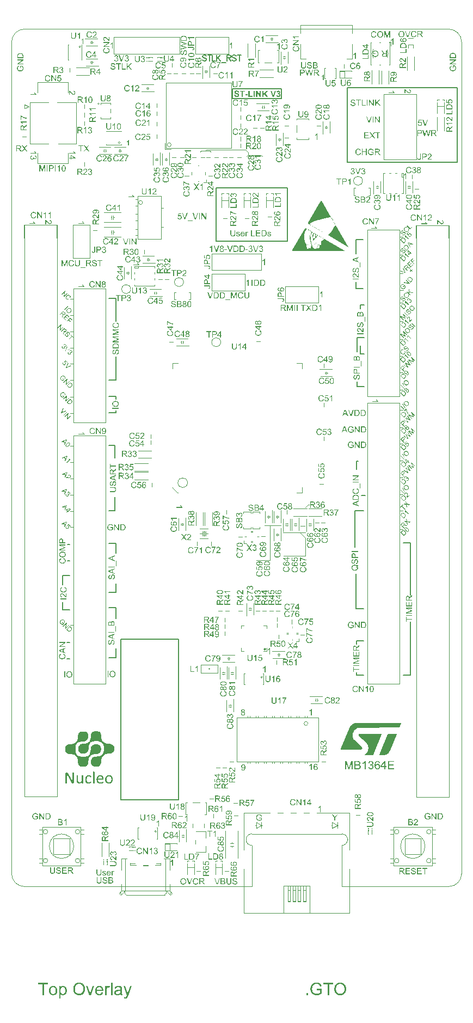
<source format=gto>
G04 Layer_Color=16777215*
%FSLAX43Y43*%
%MOMM*%
G71*
G01*
G75*
%ADD68C,0.120*%
%ADD69C,0.127*%
%ADD83C,0.100*%
%ADD84C,0.100*%
%ADD104C,0.254*%
%ADD105C,0.080*%
%ADD106C,0.076*%
G36*
X49889Y103800D02*
Y103786D01*
Y103772D01*
Y103758D01*
X49875D01*
X49847Y103772D01*
X49833Y103786D01*
Y103800D01*
X49847Y103814D01*
X49875D01*
X49889Y103800D01*
D02*
G37*
G36*
X49986Y103689D02*
Y103661D01*
Y103647D01*
Y103633D01*
X49972Y103619D01*
X49944Y103606D01*
X49930Y103619D01*
X49917Y103633D01*
X49903Y103661D01*
Y103675D01*
Y103689D01*
X49917Y103703D01*
X49944Y103717D01*
X49972D01*
X49986Y103689D01*
D02*
G37*
G36*
X49833Y103939D02*
Y103911D01*
Y103897D01*
X49819Y103883D01*
X49792Y103869D01*
X49778D01*
X49764Y103883D01*
Y103911D01*
Y103925D01*
Y103939D01*
X49778Y103953D01*
X49792Y103967D01*
X49819D01*
X49833Y103939D01*
D02*
G37*
G36*
X51163Y-14915D02*
X51188D01*
X51213Y-14918D01*
X51246Y-14924D01*
X51279Y-14929D01*
X51352Y-14943D01*
X51435Y-14965D01*
X51515Y-14999D01*
X51557Y-15018D01*
X51599Y-15040D01*
X51601Y-15043D01*
X51607Y-15046D01*
X51618Y-15054D01*
X51635Y-15062D01*
X51651Y-15076D01*
X51674Y-15093D01*
X51721Y-15132D01*
X51771Y-15182D01*
X51826Y-15243D01*
X51879Y-15315D01*
X51923Y-15396D01*
Y-15398D01*
X51929Y-15407D01*
X51935Y-15418D01*
X51940Y-15434D01*
X51951Y-15457D01*
X51960Y-15482D01*
X51971Y-15512D01*
X51982Y-15546D01*
X51990Y-15582D01*
X52001Y-15620D01*
X52012Y-15665D01*
X52021Y-15709D01*
X52032Y-15806D01*
X52037Y-15912D01*
Y-15915D01*
Y-15926D01*
Y-15940D01*
X52035Y-15962D01*
Y-15987D01*
X52032Y-16017D01*
X52026Y-16051D01*
X52023Y-16087D01*
X52010Y-16167D01*
X51987Y-16256D01*
X51957Y-16345D01*
X51940Y-16389D01*
X51918Y-16434D01*
Y-16437D01*
X51912Y-16445D01*
X51907Y-16456D01*
X51896Y-16473D01*
X51885Y-16492D01*
X51871Y-16512D01*
X51832Y-16564D01*
X51785Y-16620D01*
X51729Y-16678D01*
X51663Y-16734D01*
X51585Y-16784D01*
X51582D01*
X51576Y-16789D01*
X51563Y-16795D01*
X51546Y-16803D01*
X51526Y-16811D01*
X51504Y-16820D01*
X51477Y-16831D01*
X51446Y-16842D01*
X51413Y-16853D01*
X51377Y-16864D01*
X51296Y-16881D01*
X51210Y-16895D01*
X51118Y-16900D01*
X51091D01*
X51074Y-16898D01*
X51049D01*
X51021Y-16892D01*
X50991Y-16889D01*
X50955Y-16884D01*
X50880Y-16867D01*
X50799Y-16845D01*
X50716Y-16811D01*
X50674Y-16792D01*
X50633Y-16770D01*
X50630Y-16767D01*
X50624Y-16764D01*
X50613Y-16756D01*
X50596Y-16745D01*
X50580Y-16734D01*
X50560Y-16717D01*
X50513Y-16675D01*
X50460Y-16625D01*
X50405Y-16564D01*
X50355Y-16495D01*
X50308Y-16414D01*
Y-16412D01*
X50302Y-16403D01*
X50297Y-16392D01*
X50291Y-16376D01*
X50283Y-16353D01*
X50274Y-16328D01*
X50263Y-16301D01*
X50255Y-16270D01*
X50244Y-16234D01*
X50233Y-16198D01*
X50216Y-16115D01*
X50205Y-16029D01*
X50199Y-15934D01*
Y-15931D01*
Y-15929D01*
Y-15912D01*
X50202Y-15887D01*
Y-15854D01*
X50208Y-15815D01*
X50213Y-15768D01*
X50222Y-15715D01*
X50233Y-15659D01*
X50244Y-15601D01*
X50261Y-15540D01*
X50283Y-15479D01*
X50308Y-15415D01*
X50335Y-15354D01*
X50372Y-15293D01*
X50410Y-15237D01*
X50455Y-15185D01*
X50458Y-15182D01*
X50466Y-15174D01*
X50483Y-15160D01*
X50502Y-15143D01*
X50527Y-15121D01*
X50558Y-15099D01*
X50594Y-15074D01*
X50635Y-15049D01*
X50680Y-15024D01*
X50730Y-14999D01*
X50785Y-14976D01*
X50844Y-14954D01*
X50907Y-14938D01*
X50974Y-14924D01*
X51043Y-14915D01*
X51118Y-14913D01*
X51143D01*
X51163Y-14915D01*
D02*
G37*
G36*
X49778Y104036D02*
Y104008D01*
Y103994D01*
X49764Y103980D01*
X49750Y103967D01*
X49736D01*
X49722Y103980D01*
X49708Y104008D01*
Y104022D01*
Y104036D01*
X49722Y104050D01*
X49750Y104064D01*
X49764D01*
X49778Y104036D01*
D02*
G37*
G36*
X50292Y103175D02*
Y103147D01*
Y103133D01*
X50278Y103119D01*
X50250Y103106D01*
X50236D01*
X50222Y103119D01*
X50208Y103147D01*
Y103161D01*
Y103175D01*
X50222Y103189D01*
X50250Y103203D01*
X50278D01*
X50292Y103175D01*
D02*
G37*
G36*
X50333Y103078D02*
Y103050D01*
Y103036D01*
X50319Y103022D01*
X50305Y103008D01*
X50292D01*
X50278Y103022D01*
X50264Y103050D01*
Y103064D01*
Y103078D01*
X50278Y103092D01*
X50305Y103106D01*
X50319D01*
X50333Y103078D01*
D02*
G37*
G36*
X50180Y103328D02*
Y103300D01*
Y103286D01*
X50167Y103272D01*
X50139Y103258D01*
X50125D01*
X50111Y103272D01*
Y103300D01*
Y103314D01*
Y103328D01*
X50125Y103342D01*
X50139Y103356D01*
X50167D01*
X50180Y103328D01*
D02*
G37*
G36*
X50028Y103550D02*
X50042Y103536D01*
Y103522D01*
Y103508D01*
X50014D01*
X50000Y103522D01*
X49986Y103536D01*
Y103550D01*
X50000Y103564D01*
X50014D01*
X50028Y103550D01*
D02*
G37*
G36*
X50125Y103425D02*
Y103397D01*
Y103383D01*
X50111Y103369D01*
X50097Y103356D01*
X50083D01*
X50069Y103369D01*
X50055Y103397D01*
Y103411D01*
Y103425D01*
X50069Y103439D01*
X50097Y103453D01*
X50111D01*
X50125Y103425D01*
D02*
G37*
G36*
X5665Y-15174D02*
X5032D01*
Y-16867D01*
X4776D01*
Y-15174D01*
X4143D01*
Y-14946D01*
X5665D01*
Y-15174D01*
D02*
G37*
G36*
X13680Y-15446D02*
X13702Y-15448D01*
X13730Y-15454D01*
X13760Y-15459D01*
X13796Y-15468D01*
X13829Y-15476D01*
X13868Y-15490D01*
X13904Y-15504D01*
X13943Y-15523D01*
X13982Y-15546D01*
X14021Y-15571D01*
X14057Y-15601D01*
X14090Y-15634D01*
X14093Y-15637D01*
X14099Y-15643D01*
X14107Y-15654D01*
X14118Y-15670D01*
X14132Y-15690D01*
X14146Y-15712D01*
X14163Y-15740D01*
X14179Y-15773D01*
X14196Y-15809D01*
X14213Y-15848D01*
X14226Y-15893D01*
X14240Y-15940D01*
X14251Y-15993D01*
X14260Y-16048D01*
X14265Y-16106D01*
X14268Y-16170D01*
Y-16173D01*
Y-16184D01*
Y-16203D01*
X14265Y-16231D01*
X13224D01*
Y-16234D01*
Y-16242D01*
X13227Y-16253D01*
Y-16270D01*
X13230Y-16290D01*
X13235Y-16312D01*
X13244Y-16362D01*
X13260Y-16417D01*
X13283Y-16478D01*
X13313Y-16534D01*
X13352Y-16584D01*
X13355D01*
X13357Y-16589D01*
X13374Y-16603D01*
X13399Y-16623D01*
X13432Y-16642D01*
X13477Y-16664D01*
X13527Y-16684D01*
X13582Y-16698D01*
X13613Y-16700D01*
X13646Y-16703D01*
X13668D01*
X13693Y-16700D01*
X13724Y-16695D01*
X13757Y-16687D01*
X13796Y-16675D01*
X13832Y-16659D01*
X13868Y-16637D01*
X13871Y-16634D01*
X13885Y-16623D01*
X13902Y-16606D01*
X13921Y-16584D01*
X13943Y-16553D01*
X13968Y-16514D01*
X13993Y-16470D01*
X14015Y-16417D01*
X14260Y-16448D01*
Y-16451D01*
X14257Y-16456D01*
X14254Y-16467D01*
X14249Y-16484D01*
X14240Y-16501D01*
X14232Y-16523D01*
X14210Y-16570D01*
X14182Y-16623D01*
X14143Y-16678D01*
X14099Y-16731D01*
X14043Y-16781D01*
X14040D01*
X14035Y-16786D01*
X14027Y-16792D01*
X14015Y-16800D01*
X13999Y-16809D01*
X13982Y-16817D01*
X13960Y-16828D01*
X13935Y-16839D01*
X13907Y-16850D01*
X13879Y-16861D01*
X13810Y-16878D01*
X13732Y-16892D01*
X13646Y-16898D01*
X13616D01*
X13596Y-16895D01*
X13571Y-16892D01*
X13541Y-16886D01*
X13507Y-16881D01*
X13471Y-16875D01*
X13394Y-16853D01*
X13352Y-16836D01*
X13313Y-16820D01*
X13271Y-16798D01*
X13233Y-16773D01*
X13196Y-16745D01*
X13160Y-16712D01*
X13158Y-16709D01*
X13152Y-16703D01*
X13144Y-16692D01*
X13133Y-16675D01*
X13119Y-16656D01*
X13105Y-16634D01*
X13088Y-16606D01*
X13072Y-16576D01*
X13055Y-16539D01*
X13038Y-16501D01*
X13024Y-16456D01*
X13010Y-16409D01*
X12999Y-16359D01*
X12991Y-16303D01*
X12985Y-16245D01*
X12983Y-16184D01*
Y-16181D01*
Y-16167D01*
Y-16151D01*
X12985Y-16126D01*
X12988Y-16095D01*
X12991Y-16062D01*
X12997Y-16023D01*
X13005Y-15984D01*
X13027Y-15895D01*
X13041Y-15851D01*
X13058Y-15804D01*
X13080Y-15759D01*
X13105Y-15718D01*
X13133Y-15676D01*
X13163Y-15637D01*
X13166Y-15634D01*
X13171Y-15629D01*
X13183Y-15620D01*
X13196Y-15607D01*
X13213Y-15593D01*
X13235Y-15576D01*
X13260Y-15557D01*
X13291Y-15540D01*
X13321Y-15521D01*
X13357Y-15504D01*
X13396Y-15487D01*
X13438Y-15473D01*
X13482Y-15459D01*
X13530Y-15451D01*
X13580Y-15446D01*
X13632Y-15443D01*
X13660D01*
X13680Y-15446D01*
D02*
G37*
G36*
X15681Y-16867D02*
X15445D01*
Y-14946D01*
X15681D01*
Y-16867D01*
D02*
G37*
G36*
X18152Y-16889D02*
Y-16892D01*
X18149Y-16900D01*
X18144Y-16911D01*
X18138Y-16925D01*
X18130Y-16945D01*
X18121Y-16967D01*
X18102Y-17014D01*
X18083Y-17067D01*
X18060Y-17120D01*
X18038Y-17167D01*
X18027Y-17186D01*
X18019Y-17206D01*
X18016Y-17211D01*
X18008Y-17225D01*
X17994Y-17245D01*
X17977Y-17270D01*
X17955Y-17297D01*
X17930Y-17325D01*
X17905Y-17353D01*
X17874Y-17375D01*
X17872Y-17378D01*
X17861Y-17383D01*
X17844Y-17392D01*
X17819Y-17403D01*
X17791Y-17414D01*
X17758Y-17422D01*
X17722Y-17428D01*
X17680Y-17431D01*
X17669D01*
X17655Y-17428D01*
X17636D01*
X17613Y-17422D01*
X17588Y-17417D01*
X17561Y-17411D01*
X17530Y-17400D01*
X17505Y-17181D01*
X17508D01*
X17519Y-17183D01*
X17533Y-17186D01*
X17550Y-17192D01*
X17594Y-17200D01*
X17638Y-17203D01*
X17652D01*
X17666Y-17200D01*
X17683D01*
X17724Y-17192D01*
X17744Y-17183D01*
X17763Y-17175D01*
X17766D01*
X17772Y-17170D01*
X17780Y-17164D01*
X17791Y-17156D01*
X17816Y-17134D01*
X17838Y-17103D01*
Y-17100D01*
X17844Y-17095D01*
X17849Y-17084D01*
X17855Y-17067D01*
X17866Y-17045D01*
X17877Y-17011D01*
X17894Y-16972D01*
X17910Y-16925D01*
Y-16923D01*
X17916Y-16911D01*
X17922Y-16892D01*
X17933Y-16867D01*
X17405Y-15473D01*
X17655D01*
X17947Y-16281D01*
Y-16284D01*
X17949Y-16287D01*
X17952Y-16295D01*
X17955Y-16309D01*
X17960Y-16323D01*
X17966Y-16340D01*
X17980Y-16378D01*
X17997Y-16426D01*
X18013Y-16481D01*
X18030Y-16539D01*
X18047Y-16603D01*
Y-16600D01*
X18049Y-16595D01*
X18052Y-16587D01*
X18055Y-16576D01*
X18058Y-16562D01*
X18063Y-16545D01*
X18074Y-16503D01*
X18088Y-16456D01*
X18108Y-16401D01*
X18124Y-16345D01*
X18146Y-16287D01*
X18446Y-15473D01*
X18682D01*
X18152Y-16889D01*
D02*
G37*
G36*
X16697Y-15446D02*
X16739Y-15448D01*
X16786Y-15454D01*
X16833Y-15462D01*
X16881Y-15473D01*
X16925Y-15487D01*
X16930Y-15490D01*
X16944Y-15496D01*
X16964Y-15504D01*
X16989Y-15515D01*
X17017Y-15532D01*
X17044Y-15548D01*
X17069Y-15571D01*
X17092Y-15593D01*
X17094Y-15595D01*
X17100Y-15604D01*
X17108Y-15618D01*
X17119Y-15634D01*
X17133Y-15659D01*
X17144Y-15684D01*
X17155Y-15715D01*
X17164Y-15751D01*
Y-15754D01*
X17166Y-15762D01*
X17169Y-15779D01*
X17172Y-15801D01*
Y-15831D01*
X17175Y-15868D01*
X17178Y-15915D01*
Y-15968D01*
Y-16284D01*
Y-16287D01*
Y-16298D01*
Y-16315D01*
Y-16337D01*
Y-16362D01*
Y-16392D01*
X17180Y-16459D01*
Y-16528D01*
X17183Y-16598D01*
X17186Y-16628D01*
Y-16656D01*
X17189Y-16681D01*
X17191Y-16700D01*
Y-16703D01*
X17194Y-16714D01*
X17197Y-16731D01*
X17205Y-16753D01*
X17211Y-16778D01*
X17222Y-16806D01*
X17236Y-16836D01*
X17250Y-16867D01*
X17003D01*
X17000Y-16864D01*
X16997Y-16853D01*
X16992Y-16839D01*
X16983Y-16817D01*
X16975Y-16792D01*
X16969Y-16762D01*
X16964Y-16728D01*
X16958Y-16692D01*
X16955D01*
X16953Y-16698D01*
X16936Y-16712D01*
X16911Y-16731D01*
X16878Y-16756D01*
X16836Y-16781D01*
X16794Y-16809D01*
X16750Y-16834D01*
X16703Y-16853D01*
X16697Y-16856D01*
X16681Y-16859D01*
X16656Y-16867D01*
X16625Y-16875D01*
X16586Y-16884D01*
X16542Y-16889D01*
X16492Y-16895D01*
X16442Y-16898D01*
X16420D01*
X16403Y-16895D01*
X16384D01*
X16361Y-16892D01*
X16311Y-16884D01*
X16256Y-16870D01*
X16195Y-16850D01*
X16139Y-16823D01*
X16089Y-16786D01*
X16084Y-16781D01*
X16070Y-16767D01*
X16050Y-16742D01*
X16028Y-16709D01*
X16006Y-16667D01*
X15987Y-16620D01*
X15973Y-16562D01*
X15970Y-16534D01*
X15967Y-16501D01*
Y-16495D01*
Y-16484D01*
X15970Y-16464D01*
X15973Y-16439D01*
X15978Y-16409D01*
X15987Y-16378D01*
X15998Y-16345D01*
X16012Y-16315D01*
X16014Y-16312D01*
X16020Y-16301D01*
X16031Y-16284D01*
X16045Y-16265D01*
X16062Y-16242D01*
X16084Y-16220D01*
X16106Y-16198D01*
X16134Y-16178D01*
X16136Y-16176D01*
X16148Y-16170D01*
X16161Y-16159D01*
X16184Y-16148D01*
X16209Y-16137D01*
X16239Y-16123D01*
X16270Y-16112D01*
X16306Y-16101D01*
X16309D01*
X16320Y-16098D01*
X16336Y-16092D01*
X16359Y-16090D01*
X16386Y-16084D01*
X16422Y-16079D01*
X16464Y-16070D01*
X16514Y-16065D01*
X16517D01*
X16528Y-16062D01*
X16542D01*
X16561Y-16059D01*
X16583Y-16056D01*
X16611Y-16051D01*
X16642Y-16048D01*
X16675Y-16042D01*
X16742Y-16029D01*
X16814Y-16015D01*
X16878Y-15998D01*
X16908Y-15990D01*
X16936Y-15981D01*
Y-15979D01*
Y-15973D01*
X16939Y-15956D01*
Y-15937D01*
Y-15926D01*
Y-15920D01*
Y-15918D01*
Y-15915D01*
Y-15898D01*
X16936Y-15870D01*
X16930Y-15840D01*
X16922Y-15806D01*
X16908Y-15773D01*
X16892Y-15743D01*
X16869Y-15718D01*
X16867Y-15715D01*
X16853Y-15704D01*
X16831Y-15693D01*
X16803Y-15676D01*
X16764Y-15662D01*
X16719Y-15648D01*
X16664Y-15640D01*
X16600Y-15637D01*
X16572D01*
X16545Y-15640D01*
X16506Y-15645D01*
X16467Y-15651D01*
X16425Y-15662D01*
X16386Y-15676D01*
X16353Y-15695D01*
X16350Y-15698D01*
X16339Y-15707D01*
X16325Y-15720D01*
X16309Y-15743D01*
X16292Y-15770D01*
X16273Y-15806D01*
X16256Y-15851D01*
X16239Y-15901D01*
X16009Y-15870D01*
Y-15868D01*
X16012Y-15865D01*
Y-15856D01*
X16014Y-15845D01*
X16023Y-15820D01*
X16034Y-15784D01*
X16048Y-15748D01*
X16064Y-15709D01*
X16087Y-15670D01*
X16111Y-15634D01*
X16114Y-15632D01*
X16125Y-15620D01*
X16142Y-15604D01*
X16164Y-15582D01*
X16195Y-15559D01*
X16231Y-15537D01*
X16273Y-15512D01*
X16320Y-15493D01*
X16322D01*
X16325Y-15490D01*
X16334Y-15487D01*
X16345Y-15484D01*
X16372Y-15476D01*
X16411Y-15468D01*
X16456Y-15459D01*
X16511Y-15451D01*
X16570Y-15446D01*
X16636Y-15443D01*
X16667D01*
X16697Y-15446D01*
D02*
G37*
G36*
X50013Y-15174D02*
X49380D01*
Y-16867D01*
X49125D01*
Y-15174D01*
X48492D01*
Y-14946D01*
X50013D01*
Y-15174D01*
D02*
G37*
G36*
X46107Y-16867D02*
X45838D01*
Y-16598D01*
X46107D01*
Y-16867D01*
D02*
G37*
G36*
X47495Y-14915D02*
X47518D01*
X47570Y-14921D01*
X47629Y-14929D01*
X47690Y-14943D01*
X47756Y-14960D01*
X47820Y-14982D01*
X47823D01*
X47829Y-14985D01*
X47837Y-14988D01*
X47848Y-14993D01*
X47879Y-15010D01*
X47917Y-15029D01*
X47959Y-15057D01*
X48003Y-15090D01*
X48045Y-15126D01*
X48084Y-15171D01*
X48090Y-15176D01*
X48101Y-15193D01*
X48117Y-15218D01*
X48139Y-15254D01*
X48162Y-15298D01*
X48187Y-15354D01*
X48212Y-15415D01*
X48231Y-15484D01*
X48001Y-15546D01*
Y-15543D01*
X47998Y-15540D01*
X47995Y-15532D01*
X47992Y-15521D01*
X47984Y-15496D01*
X47973Y-15462D01*
X47956Y-15423D01*
X47937Y-15387D01*
X47917Y-15348D01*
X47892Y-15315D01*
X47890Y-15312D01*
X47881Y-15301D01*
X47865Y-15287D01*
X47845Y-15268D01*
X47820Y-15246D01*
X47787Y-15223D01*
X47751Y-15201D01*
X47709Y-15182D01*
X47704Y-15179D01*
X47690Y-15174D01*
X47665Y-15165D01*
X47631Y-15154D01*
X47593Y-15146D01*
X47548Y-15137D01*
X47498Y-15132D01*
X47445Y-15129D01*
X47415D01*
X47401Y-15132D01*
X47384D01*
X47343Y-15135D01*
X47296Y-15143D01*
X47243Y-15151D01*
X47193Y-15165D01*
X47143Y-15185D01*
X47137Y-15187D01*
X47121Y-15193D01*
X47098Y-15207D01*
X47071Y-15221D01*
X47037Y-15243D01*
X47001Y-15265D01*
X46968Y-15293D01*
X46937Y-15323D01*
X46935Y-15326D01*
X46924Y-15337D01*
X46910Y-15357D01*
X46893Y-15379D01*
X46874Y-15407D01*
X46854Y-15440D01*
X46835Y-15476D01*
X46815Y-15515D01*
Y-15518D01*
X46812Y-15523D01*
X46810Y-15532D01*
X46804Y-15546D01*
X46799Y-15562D01*
X46793Y-15582D01*
X46785Y-15604D01*
X46779Y-15629D01*
X46765Y-15687D01*
X46754Y-15754D01*
X46746Y-15823D01*
X46743Y-15901D01*
Y-15904D01*
Y-15912D01*
Y-15926D01*
X46746Y-15943D01*
Y-15965D01*
X46749Y-15993D01*
X46751Y-16020D01*
X46754Y-16051D01*
X46765Y-16120D01*
X46779Y-16192D01*
X46801Y-16265D01*
X46829Y-16334D01*
Y-16337D01*
X46835Y-16342D01*
X46837Y-16351D01*
X46846Y-16362D01*
X46865Y-16392D01*
X46896Y-16431D01*
X46932Y-16473D01*
X46976Y-16514D01*
X47029Y-16553D01*
X47087Y-16589D01*
X47090D01*
X47096Y-16592D01*
X47104Y-16598D01*
X47118Y-16603D01*
X47132Y-16609D01*
X47151Y-16614D01*
X47196Y-16631D01*
X47251Y-16645D01*
X47312Y-16659D01*
X47379Y-16670D01*
X47448Y-16673D01*
X47476D01*
X47493Y-16670D01*
X47509D01*
X47551Y-16664D01*
X47601Y-16659D01*
X47654Y-16648D01*
X47712Y-16631D01*
X47770Y-16612D01*
X47773D01*
X47779Y-16609D01*
X47784Y-16606D01*
X47795Y-16600D01*
X47826Y-16587D01*
X47859Y-16570D01*
X47898Y-16551D01*
X47940Y-16528D01*
X47978Y-16503D01*
X48012Y-16476D01*
Y-16115D01*
X47445D01*
Y-15887D01*
X48262D01*
Y-16600D01*
X48259Y-16603D01*
X48253Y-16606D01*
X48242Y-16614D01*
X48228Y-16625D01*
X48212Y-16637D01*
X48192Y-16650D01*
X48167Y-16667D01*
X48142Y-16684D01*
X48084Y-16720D01*
X48017Y-16759D01*
X47948Y-16795D01*
X47873Y-16825D01*
X47870D01*
X47865Y-16828D01*
X47854Y-16831D01*
X47840Y-16836D01*
X47820Y-16842D01*
X47798Y-16850D01*
X47773Y-16856D01*
X47748Y-16861D01*
X47687Y-16875D01*
X47618Y-16889D01*
X47543Y-16898D01*
X47465Y-16900D01*
X47437D01*
X47418Y-16898D01*
X47393D01*
X47362Y-16895D01*
X47329Y-16889D01*
X47293Y-16886D01*
X47212Y-16870D01*
X47126Y-16850D01*
X47037Y-16820D01*
X46993Y-16803D01*
X46948Y-16781D01*
X46946Y-16778D01*
X46937Y-16775D01*
X46926Y-16767D01*
X46910Y-16759D01*
X46890Y-16745D01*
X46871Y-16731D01*
X46818Y-16692D01*
X46762Y-16642D01*
X46704Y-16581D01*
X46649Y-16512D01*
X46599Y-16431D01*
Y-16428D01*
X46593Y-16420D01*
X46588Y-16409D01*
X46579Y-16389D01*
X46571Y-16370D01*
X46563Y-16342D01*
X46551Y-16315D01*
X46540Y-16281D01*
X46529Y-16245D01*
X46518Y-16203D01*
X46510Y-16162D01*
X46502Y-16117D01*
X46488Y-16020D01*
X46482Y-15918D01*
Y-15915D01*
Y-15904D01*
Y-15890D01*
X46485Y-15870D01*
Y-15845D01*
X46488Y-15815D01*
X46493Y-15784D01*
X46496Y-15748D01*
X46504Y-15709D01*
X46510Y-15668D01*
X46532Y-15579D01*
X46560Y-15487D01*
X46599Y-15396D01*
X46601Y-15393D01*
X46604Y-15384D01*
X46610Y-15373D01*
X46621Y-15357D01*
X46632Y-15335D01*
X46646Y-15312D01*
X46685Y-15260D01*
X46732Y-15198D01*
X46790Y-15140D01*
X46857Y-15082D01*
X46896Y-15057D01*
X46935Y-15032D01*
X46937Y-15029D01*
X46946Y-15026D01*
X46957Y-15021D01*
X46973Y-15012D01*
X46996Y-15004D01*
X47021Y-14993D01*
X47048Y-14982D01*
X47082Y-14971D01*
X47118Y-14960D01*
X47157Y-14951D01*
X47198Y-14940D01*
X47243Y-14932D01*
X47340Y-14918D01*
X47390Y-14913D01*
X47479D01*
X47495Y-14915D01*
D02*
G37*
G36*
X6509Y-15446D02*
X6534Y-15448D01*
X6561Y-15454D01*
X6592Y-15459D01*
X6628Y-15465D01*
X6703Y-15490D01*
X6742Y-15504D01*
X6781Y-15523D01*
X6819Y-15543D01*
X6858Y-15571D01*
X6894Y-15598D01*
X6931Y-15632D01*
X6933Y-15634D01*
X6939Y-15640D01*
X6947Y-15651D01*
X6958Y-15665D01*
X6972Y-15684D01*
X6989Y-15709D01*
X7005Y-15737D01*
X7022Y-15768D01*
X7039Y-15801D01*
X7055Y-15843D01*
X7072Y-15884D01*
X7086Y-15931D01*
X7097Y-15981D01*
X7105Y-16034D01*
X7111Y-16090D01*
X7114Y-16151D01*
Y-16154D01*
Y-16162D01*
Y-16176D01*
Y-16195D01*
X7111Y-16217D01*
X7108Y-16245D01*
Y-16273D01*
X7103Y-16303D01*
X7094Y-16373D01*
X7078Y-16442D01*
X7058Y-16512D01*
X7030Y-16576D01*
Y-16578D01*
X7028Y-16581D01*
X7022Y-16589D01*
X7017Y-16600D01*
X6997Y-16628D01*
X6972Y-16662D01*
X6939Y-16700D01*
X6897Y-16739D01*
X6850Y-16778D01*
X6795Y-16814D01*
X6792D01*
X6789Y-16817D01*
X6781Y-16823D01*
X6767Y-16828D01*
X6753Y-16834D01*
X6736Y-16839D01*
X6695Y-16856D01*
X6647Y-16870D01*
X6589Y-16884D01*
X6528Y-16895D01*
X6461Y-16898D01*
X6434D01*
X6411Y-16895D01*
X6386Y-16892D01*
X6359Y-16886D01*
X6325Y-16881D01*
X6292Y-16875D01*
X6217Y-16853D01*
X6175Y-16836D01*
X6137Y-16820D01*
X6098Y-16798D01*
X6059Y-16773D01*
X6023Y-16745D01*
X5987Y-16712D01*
X5984Y-16709D01*
X5978Y-16703D01*
X5970Y-16692D01*
X5959Y-16675D01*
X5945Y-16656D01*
X5931Y-16634D01*
X5914Y-16606D01*
X5898Y-16573D01*
X5881Y-16537D01*
X5864Y-16495D01*
X5851Y-16451D01*
X5837Y-16403D01*
X5826Y-16351D01*
X5817Y-16295D01*
X5812Y-16234D01*
X5809Y-16170D01*
Y-16165D01*
Y-16154D01*
X5812Y-16134D01*
Y-16106D01*
X5814Y-16076D01*
X5820Y-16037D01*
X5826Y-15998D01*
X5837Y-15954D01*
X5848Y-15909D01*
X5862Y-15862D01*
X5878Y-15812D01*
X5901Y-15765D01*
X5923Y-15720D01*
X5953Y-15676D01*
X5984Y-15634D01*
X6023Y-15598D01*
X6025Y-15595D01*
X6031Y-15593D01*
X6042Y-15584D01*
X6056Y-15573D01*
X6073Y-15562D01*
X6095Y-15548D01*
X6117Y-15534D01*
X6145Y-15521D01*
X6175Y-15507D01*
X6209Y-15493D01*
X6284Y-15468D01*
X6370Y-15448D01*
X6414Y-15446D01*
X6461Y-15443D01*
X6489D01*
X6509Y-15446D01*
D02*
G37*
G36*
X10548Y-14915D02*
X10573D01*
X10598Y-14918D01*
X10631Y-14924D01*
X10665Y-14929D01*
X10737Y-14943D01*
X10820Y-14965D01*
X10901Y-14999D01*
X10942Y-15018D01*
X10984Y-15040D01*
X10987Y-15043D01*
X10992Y-15046D01*
X11003Y-15054D01*
X11020Y-15062D01*
X11037Y-15076D01*
X11059Y-15093D01*
X11106Y-15132D01*
X11156Y-15182D01*
X11211Y-15243D01*
X11264Y-15315D01*
X11309Y-15396D01*
Y-15398D01*
X11314Y-15407D01*
X11320Y-15418D01*
X11325Y-15434D01*
X11336Y-15457D01*
X11345Y-15482D01*
X11356Y-15512D01*
X11367Y-15546D01*
X11375Y-15582D01*
X11386Y-15620D01*
X11397Y-15665D01*
X11406Y-15709D01*
X11417Y-15806D01*
X11422Y-15912D01*
Y-15915D01*
Y-15926D01*
Y-15940D01*
X11420Y-15962D01*
Y-15987D01*
X11417Y-16017D01*
X11411Y-16051D01*
X11409Y-16087D01*
X11395Y-16167D01*
X11372Y-16256D01*
X11342Y-16345D01*
X11325Y-16389D01*
X11303Y-16434D01*
Y-16437D01*
X11298Y-16445D01*
X11292Y-16456D01*
X11281Y-16473D01*
X11270Y-16492D01*
X11256Y-16512D01*
X11217Y-16564D01*
X11170Y-16620D01*
X11114Y-16678D01*
X11048Y-16734D01*
X10970Y-16784D01*
X10967D01*
X10962Y-16789D01*
X10948Y-16795D01*
X10931Y-16803D01*
X10912Y-16811D01*
X10889Y-16820D01*
X10862Y-16831D01*
X10831Y-16842D01*
X10798Y-16853D01*
X10762Y-16864D01*
X10681Y-16881D01*
X10595Y-16895D01*
X10504Y-16900D01*
X10476D01*
X10459Y-16898D01*
X10434D01*
X10406Y-16892D01*
X10376Y-16889D01*
X10340Y-16884D01*
X10265Y-16867D01*
X10184Y-16845D01*
X10101Y-16811D01*
X10059Y-16792D01*
X10018Y-16770D01*
X10015Y-16767D01*
X10009Y-16764D01*
X9998Y-16756D01*
X9982Y-16745D01*
X9965Y-16734D01*
X9946Y-16717D01*
X9898Y-16675D01*
X9846Y-16625D01*
X9790Y-16564D01*
X9740Y-16495D01*
X9693Y-16414D01*
Y-16412D01*
X9687Y-16403D01*
X9682Y-16392D01*
X9676Y-16376D01*
X9668Y-16353D01*
X9660Y-16328D01*
X9648Y-16301D01*
X9640Y-16270D01*
X9629Y-16234D01*
X9618Y-16198D01*
X9601Y-16115D01*
X9590Y-16029D01*
X9585Y-15934D01*
Y-15931D01*
Y-15929D01*
Y-15912D01*
X9587Y-15887D01*
Y-15854D01*
X9593Y-15815D01*
X9598Y-15768D01*
X9607Y-15715D01*
X9618Y-15659D01*
X9629Y-15601D01*
X9646Y-15540D01*
X9668Y-15479D01*
X9693Y-15415D01*
X9721Y-15354D01*
X9757Y-15293D01*
X9796Y-15237D01*
X9840Y-15185D01*
X9843Y-15182D01*
X9851Y-15174D01*
X9868Y-15160D01*
X9887Y-15143D01*
X9912Y-15121D01*
X9943Y-15099D01*
X9979Y-15074D01*
X10020Y-15049D01*
X10065Y-15024D01*
X10115Y-14999D01*
X10170Y-14976D01*
X10229Y-14954D01*
X10293Y-14938D01*
X10359Y-14924D01*
X10429Y-14915D01*
X10504Y-14913D01*
X10529D01*
X10548Y-14915D01*
D02*
G37*
G36*
X48222Y106647D02*
X49694Y104119D01*
X49667D01*
X49639Y104105D01*
X49597Y104092D01*
X49542Y104078D01*
X49458Y104064D01*
X49375Y104050D01*
X49264Y104022D01*
X49250D01*
X49208Y104008D01*
X49153Y103994D01*
X49069Y103980D01*
X48972Y103967D01*
X48861Y103939D01*
X48597Y103883D01*
X48583D01*
X48542Y103869D01*
X48458Y103855D01*
X48375Y103828D01*
X48250Y103800D01*
X48125Y103772D01*
X47847Y103689D01*
X47833D01*
X47778Y103675D01*
X47708Y103647D01*
X47611Y103633D01*
X47500Y103592D01*
X47389Y103564D01*
X47139Y103481D01*
X47125D01*
X47083Y103467D01*
X47028Y103439D01*
X46958Y103411D01*
X46778Y103342D01*
X46611Y103258D01*
X46597D01*
X46583Y103244D01*
X46514Y103189D01*
X46431Y103119D01*
X46417Y103078D01*
X46403Y103036D01*
Y103008D01*
X46431Y102953D01*
X46444D01*
X46458Y102939D01*
X46514Y102897D01*
X46528D01*
X46542Y102883D01*
X46597Y102856D01*
X46611D01*
X46625Y102842D01*
X46653Y102800D01*
X46625Y102814D01*
X46569Y102842D01*
X46486Y102883D01*
X46375Y102939D01*
X46347Y102953D01*
X46278Y102994D01*
X46194Y103050D01*
X46097Y103106D01*
Y103133D01*
Y103161D01*
X46111D01*
Y103175D01*
X46125Y103203D01*
Y103217D01*
X46139Y103231D01*
X46153Y103258D01*
X48014Y106494D01*
X48028Y106522D01*
X48056Y106550D01*
X48083Y106592D01*
X48097Y106605D01*
X48111Y106633D01*
X48181Y106703D01*
X48222Y106647D01*
D02*
G37*
G36*
X48236Y101883D02*
X48278Y101869D01*
X48333Y101828D01*
X48375Y101786D01*
X48347Y101800D01*
X48292Y101828D01*
X48264Y101842D01*
X48222Y101897D01*
X48236Y101883D01*
D02*
G37*
G36*
X48514Y101758D02*
Y101731D01*
Y101717D01*
X48500Y101703D01*
X48472Y101689D01*
X48458D01*
X48444Y101703D01*
Y101731D01*
Y101744D01*
Y101758D01*
X48458Y101772D01*
X48472Y101786D01*
X48500D01*
X48514Y101758D01*
D02*
G37*
G36*
X46542Y101967D02*
Y101939D01*
Y101925D01*
X46528Y101911D01*
X46500Y101897D01*
X46486D01*
X46472Y101911D01*
Y101939D01*
Y101953D01*
Y101967D01*
X46486Y101981D01*
X46500Y101994D01*
X46528D01*
X46542Y101967D01*
D02*
G37*
G36*
X48000Y102022D02*
X48056Y101994D01*
X48069D01*
X48083Y101981D01*
X48125Y101939D01*
X48097Y101953D01*
X48042Y101981D01*
X48014Y101994D01*
X47972Y102036D01*
X47986D01*
X48000Y102022D01*
D02*
G37*
G36*
X46444Y102008D02*
Y101981D01*
Y101967D01*
X46431Y101953D01*
X46403Y101939D01*
X46389D01*
X46375Y101953D01*
X46361Y101981D01*
Y101994D01*
Y102008D01*
X46375Y102022D01*
X46403Y102036D01*
X46431D01*
X46444Y102008D01*
D02*
G37*
G36*
X46861Y101744D02*
X46847Y101731D01*
X46792Y101689D01*
X46736Y101619D01*
X46681Y101536D01*
X46667Y101522D01*
X46639Y101467D01*
X46569Y101397D01*
X46500Y101328D01*
Y101356D01*
Y101383D01*
X46514Y101397D01*
X46528Y101439D01*
Y101453D01*
X46542Y101467D01*
X46569Y101536D01*
Y101550D01*
X46583Y101564D01*
X46625Y101633D01*
Y101647D01*
X46639Y101661D01*
X46653Y101689D01*
Y101703D01*
X46667Y101717D01*
Y101744D01*
Y101758D01*
X46653Y101786D01*
X46639Y101842D01*
X46597Y101897D01*
X46861Y101744D01*
D02*
G37*
G36*
X47861Y101175D02*
X47875Y101161D01*
Y101133D01*
X47861Y101119D01*
X47847D01*
X47819Y101133D01*
Y101147D01*
X47806Y101161D01*
Y101175D01*
X47819Y101189D01*
X47833D01*
X47861Y101175D01*
D02*
G37*
G36*
X49125Y101411D02*
Y101383D01*
Y101369D01*
Y101356D01*
X49111Y101342D01*
X49083Y101328D01*
X49069Y101342D01*
X49055Y101356D01*
Y101383D01*
Y101397D01*
Y101411D01*
X49069Y101425D01*
X49083Y101439D01*
X49111D01*
X49125Y101411D01*
D02*
G37*
G36*
X48639Y101661D02*
X48680Y101633D01*
X48708Y101606D01*
X48639Y101633D01*
X48611Y101647D01*
X48583Y101689D01*
X48597D01*
X48639Y101661D01*
D02*
G37*
G36*
X48861Y101522D02*
X48917Y101494D01*
X48930D01*
X48944Y101481D01*
X48986Y101439D01*
X48958Y101453D01*
X48903Y101467D01*
X48875Y101481D01*
X48833Y101536D01*
X48847D01*
X48861Y101522D01*
D02*
G37*
G36*
X47292Y102467D02*
Y102439D01*
Y102425D01*
X47278Y102411D01*
X47264Y102397D01*
X47250D01*
X47236Y102411D01*
X47222Y102439D01*
Y102453D01*
Y102467D01*
X47236Y102481D01*
X47264Y102494D01*
X47278D01*
X47292Y102467D01*
D02*
G37*
G36*
X47389Y102383D02*
X47444Y102356D01*
X47458D01*
X47472Y102342D01*
X47514Y102300D01*
X47486Y102314D01*
X47431Y102342D01*
X47403Y102356D01*
X47361Y102397D01*
X47375D01*
X47389Y102383D01*
D02*
G37*
G36*
X45681Y102432D02*
X45653Y102439D01*
X45639Y102453D01*
X45694D01*
X45681Y102432D01*
D02*
G37*
G36*
X46792Y102731D02*
X46847Y102703D01*
X46861D01*
X46875Y102689D01*
X46917Y102647D01*
X46889Y102661D01*
X46833Y102689D01*
X46806Y102703D01*
X46764Y102744D01*
X46778D01*
X46792Y102731D01*
D02*
G37*
G36*
X47042Y102592D02*
X47097Y102564D01*
X47111D01*
X47125Y102550D01*
X47167Y102494D01*
X47139Y102508D01*
X47083Y102536D01*
X47056Y102550D01*
X47014Y102606D01*
X47028D01*
X47042Y102592D01*
D02*
G37*
G36*
X47903Y102119D02*
Y102092D01*
Y102078D01*
Y102064D01*
X47889Y102050D01*
X47875Y102036D01*
X47861Y102050D01*
X47847Y102064D01*
X47833Y102092D01*
Y102106D01*
Y102119D01*
X47847Y102133D01*
X47875Y102147D01*
X47889D01*
X47903Y102119D01*
D02*
G37*
G36*
X46292D02*
Y102092D01*
Y102078D01*
Y102064D01*
X46278Y102050D01*
X46250Y102036D01*
X46236Y102050D01*
X46222Y102064D01*
Y102092D01*
Y102106D01*
Y102119D01*
X46236Y102133D01*
X46250Y102147D01*
X46278D01*
X46292Y102119D01*
D02*
G37*
G36*
X46194Y102161D02*
Y102133D01*
Y102119D01*
X46181Y102106D01*
X46153Y102092D01*
X46139D01*
X46125Y102106D01*
X46111Y102133D01*
Y102147D01*
Y102161D01*
X46125Y102175D01*
X46153Y102189D01*
X46181D01*
X46194Y102161D01*
D02*
G37*
G36*
X45708Y102425D02*
X45778Y102383D01*
X45861Y102342D01*
X45889Y102328D01*
X45931Y102300D01*
X46000Y102258D01*
X46056Y102189D01*
X46028Y102203D01*
X45972D01*
X45889Y102189D01*
X45847Y102175D01*
X45806Y102133D01*
X45792Y102119D01*
X45750Y102064D01*
X45694Y101967D01*
X45639Y101856D01*
Y101842D01*
X45625Y101828D01*
X45597Y101744D01*
X45569Y101633D01*
X45528Y101508D01*
Y101494D01*
Y101481D01*
X45514Y101411D01*
X45500Y101314D01*
X45486Y101217D01*
Y101203D01*
Y101161D01*
Y101092D01*
X45500Y100994D01*
Y100967D01*
X45514Y100911D01*
Y100814D01*
X45528Y100703D01*
Y100675D01*
X45542Y100619D01*
X45569Y100522D01*
X45597Y100411D01*
X45611Y100383D01*
X45625Y100314D01*
X45653Y100231D01*
X45694Y100133D01*
X45708Y100119D01*
X45736Y100064D01*
X45778Y99994D01*
X45819Y99939D01*
X45833Y99925D01*
X45875Y99911D01*
X45931Y99883D01*
X46000Y99869D01*
X45931D01*
X45903Y99828D01*
Y99814D01*
Y99800D01*
X45889Y99731D01*
Y99703D01*
Y99633D01*
X45903Y99536D01*
X45917Y99425D01*
X45931Y99397D01*
X45944Y99328D01*
X45972Y99231D01*
X46000Y99119D01*
X46069D01*
X46097Y99133D01*
X46139Y99161D01*
X46181Y99217D01*
X46194Y99231D01*
X46208Y99272D01*
X46236Y99314D01*
X46250Y99369D01*
Y99356D01*
Y99342D01*
X46264Y99314D01*
X46278Y99300D01*
X46292Y99286D01*
X46347Y99272D01*
X46361D01*
X46403Y99286D01*
X46458Y99300D01*
X46500Y99328D01*
X46514Y99342D01*
X46528Y99369D01*
X46556Y99411D01*
X46569Y99453D01*
Y99467D01*
X46583Y99508D01*
X46597Y99564D01*
Y99633D01*
Y99647D01*
X46611Y99689D01*
Y99744D01*
Y99786D01*
Y99800D01*
Y99814D01*
Y99897D01*
X46583Y100008D01*
X46556Y100133D01*
Y100147D01*
X46542Y100161D01*
X46528Y100244D01*
X46486Y100356D01*
X46444Y100481D01*
Y100494D01*
Y100508D01*
X46417Y100592D01*
X46389Y100703D01*
X46361Y100828D01*
Y100842D01*
Y100856D01*
X46347Y100939D01*
Y101050D01*
Y101189D01*
X46361Y101203D01*
X46389Y101244D01*
X46403Y101258D01*
X46417Y101272D01*
X46431Y101286D01*
X46458D01*
Y101272D01*
X46472Y101217D01*
X46486Y101133D01*
X46500Y101008D01*
Y100994D01*
Y100981D01*
X46514Y100939D01*
Y100883D01*
X46542Y100758D01*
X46556Y100592D01*
Y100578D01*
Y100550D01*
X46569Y100508D01*
X46583Y100439D01*
X46597Y100286D01*
X46639Y100092D01*
Y100078D01*
X46653Y100050D01*
X46667Y100008D01*
X46681Y99939D01*
X46722Y99800D01*
X46764Y99633D01*
Y99619D01*
X46778Y99606D01*
X46819Y99508D01*
X46875Y99411D01*
X46944Y99300D01*
X46958Y99286D01*
X47014Y99244D01*
X47097Y99189D01*
X47208Y99175D01*
X47264D01*
X47306Y99189D01*
X47347Y99217D01*
X47361Y99231D01*
X47389Y99244D01*
X47472Y99328D01*
X47486Y99314D01*
X47514Y99300D01*
X47542Y99286D01*
X47583Y99272D01*
X47736D01*
X47778Y99286D01*
X47847Y99314D01*
X47889Y99356D01*
X47903Y99369D01*
X47917Y99411D01*
X47931Y99467D01*
Y99536D01*
Y99564D01*
Y99606D01*
X47917Y99661D01*
X47903Y99717D01*
Y99731D01*
X47875Y99758D01*
X47833Y99814D01*
X47764Y99869D01*
X47819Y99911D01*
X47833D01*
X47847Y99883D01*
X47917Y99814D01*
X47931D01*
X47958Y99800D01*
X48000Y99786D01*
X48056Y99772D01*
X48111D01*
X48125Y99786D01*
X48139Y99800D01*
X48167Y99856D01*
Y99869D01*
X48181Y99883D01*
Y99939D01*
Y99953D01*
Y99967D01*
Y100008D01*
Y100022D01*
Y100064D01*
X48167Y100119D01*
X48153Y100161D01*
Y100175D01*
X48139Y100203D01*
X48125Y100244D01*
Y100300D01*
Y100314D01*
X48139Y100328D01*
X48167Y100369D01*
X48208Y100397D01*
X48222Y100411D01*
X48264Y100439D01*
X48319Y100467D01*
X48375Y100508D01*
X48389Y100522D01*
X48431Y100550D01*
X48542Y100619D01*
X48556Y100633D01*
X48569Y100661D01*
X48583Y100689D01*
Y100731D01*
X48680Y100675D01*
X51903Y98814D01*
X43611D01*
Y98828D01*
Y98842D01*
X43625Y98897D01*
Y98911D01*
X43639Y98925D01*
X43667Y98967D01*
X45597Y102300D01*
X45681Y102432D01*
X45708Y102425D01*
D02*
G37*
G36*
X47639Y102231D02*
X47694Y102203D01*
X47708D01*
X47722Y102189D01*
X47750Y102175D01*
X47764Y102147D01*
X47750Y102161D01*
X47694Y102175D01*
X47667Y102189D01*
X47625Y102244D01*
X47639Y102231D01*
D02*
G37*
G36*
X8972Y123766D02*
X8985Y123765D01*
X8999Y123762D01*
X9013Y123759D01*
X9028Y123754D01*
X9029D01*
X9031Y123752D01*
X9039Y123749D01*
X9051Y123744D01*
X9068Y123736D01*
X9087Y123724D01*
X9110Y123711D01*
X9132Y123695D01*
X9155Y123676D01*
X9157D01*
X9158Y123673D01*
X9167Y123666D01*
X9179Y123654D01*
X9197Y123636D01*
X9218Y123615D01*
X9243Y123589D01*
X9271Y123557D01*
X9300Y123522D01*
X9301Y123521D01*
X9305Y123515D01*
X9312Y123507D01*
X9320Y123497D01*
X9332Y123485D01*
X9344Y123469D01*
X9358Y123454D01*
X9373Y123436D01*
X9406Y123401D01*
X9440Y123367D01*
X9456Y123350D01*
X9473Y123335D01*
X9488Y123321D01*
X9504Y123310D01*
X9505D01*
X9506Y123307D01*
X9510Y123304D01*
X9516Y123301D01*
X9531Y123292D01*
X9549Y123281D01*
X9571Y123271D01*
X9595Y123261D01*
X9621Y123256D01*
X9646Y123253D01*
X9649D01*
X9657Y123254D01*
X9671Y123256D01*
X9687Y123260D01*
X9706Y123265D01*
X9725Y123275D01*
X9745Y123288D01*
X9764Y123304D01*
X9767Y123307D01*
X9773Y123314D01*
X9779Y123324D01*
X9789Y123339D01*
X9798Y123358D01*
X9806Y123381D01*
X9811Y123407D01*
X9813Y123436D01*
Y123437D01*
Y123440D01*
Y123444D01*
X9811Y123450D01*
X9810Y123467D01*
X9806Y123486D01*
X9800Y123507D01*
X9791Y123530D01*
X9778Y123553D01*
X9761Y123573D01*
X9759Y123576D01*
X9752Y123582D01*
X9741Y123590D01*
X9724Y123598D01*
X9705Y123608D01*
X9680Y123616D01*
X9652Y123622D01*
X9620Y123625D01*
X9632Y123745D01*
X9634D01*
X9638Y123744D01*
X9645D01*
X9655Y123743D01*
X9666Y123740D01*
X9678Y123737D01*
X9694Y123733D01*
X9709Y123729D01*
X9742Y123718D01*
X9775Y123701D01*
X9792Y123691D01*
X9809Y123679D01*
X9824Y123666D01*
X9838Y123652D01*
X9839Y123651D01*
X9841Y123648D01*
X9845Y123644D01*
X9849Y123637D01*
X9854Y123629D01*
X9860Y123619D01*
X9867Y123608D01*
X9874Y123594D01*
X9881Y123579D01*
X9888Y123562D01*
X9893Y123544D01*
X9899Y123525D01*
X9903Y123504D01*
X9907Y123482D01*
X9908Y123458D01*
X9910Y123433D01*
Y123432D01*
Y123428D01*
Y123419D01*
X9908Y123410D01*
X9907Y123399D01*
X9906Y123385D01*
X9903Y123369D01*
X9900Y123354D01*
X9890Y123318D01*
X9877Y123282D01*
X9868Y123264D01*
X9859Y123246D01*
X9846Y123229D01*
X9832Y123214D01*
X9831Y123213D01*
X9829Y123210D01*
X9824Y123207D01*
X9818Y123202D01*
X9811Y123195D01*
X9802Y123188D01*
X9792Y123181D01*
X9779Y123173D01*
X9753Y123159D01*
X9720Y123145D01*
X9703Y123139D01*
X9684Y123136D01*
X9664Y123134D01*
X9644Y123132D01*
X9634D01*
X9623Y123134D01*
X9608Y123135D01*
X9591Y123138D01*
X9571Y123143D01*
X9551Y123149D01*
X9530Y123157D01*
X9527Y123159D01*
X9520Y123161D01*
X9509Y123167D01*
X9494Y123175D01*
X9477Y123186D01*
X9456Y123200D01*
X9436Y123217D01*
X9412Y123236D01*
X9409Y123239D01*
X9401Y123246D01*
X9394Y123253D01*
X9387Y123260D01*
X9379Y123268D01*
X9368Y123279D01*
X9356Y123290D01*
X9344Y123304D01*
X9330Y123318D01*
X9315Y123335D01*
X9300Y123353D01*
X9282Y123372D01*
X9264Y123394D01*
X9244Y123417D01*
X9243Y123418D01*
X9240Y123421D01*
X9236Y123426D01*
X9230Y123433D01*
X9222Y123442D01*
X9214Y123451D01*
X9196Y123473D01*
X9175Y123497D01*
X9154Y123519D01*
X9136Y123539D01*
X9129Y123547D01*
X9122Y123554D01*
X9121Y123555D01*
X9117Y123559D01*
X9111Y123565D01*
X9103Y123572D01*
X9093Y123579D01*
X9083Y123587D01*
X9060Y123604D01*
Y123131D01*
X8946D01*
Y123767D01*
X8961D01*
X8972Y123766D01*
D02*
G37*
G36*
X3619Y123467D02*
X3621Y123465D01*
X3623Y123459D01*
X3627Y123452D01*
X3631Y123444D01*
X3637Y123434D01*
X3650Y123411D01*
X3666Y123383D01*
X3685Y123355D01*
X3707Y123326D01*
X3731Y123297D01*
X3732Y123296D01*
X3734Y123294D01*
X3738Y123290D01*
X3742Y123284D01*
X3756Y123272D01*
X3772Y123255D01*
X3792Y123239D01*
X3814Y123221D01*
X3836Y123205D01*
X3860Y123191D01*
Y123115D01*
X2896D01*
Y123233D01*
X3646D01*
X3645Y123234D01*
X3639Y123241D01*
X3631Y123250D01*
X3621Y123264D01*
X3609Y123279D01*
X3595Y123298D01*
X3580Y123320D01*
X3564Y123345D01*
Y123347D01*
X3563Y123348D01*
X3558Y123357D01*
X3551Y123370D01*
X3542Y123387D01*
X3533Y123406D01*
X3523Y123427D01*
X3513Y123448D01*
X3505Y123469D01*
X3619D01*
Y123467D01*
D02*
G37*
G36*
X3190Y113569D02*
X3189D01*
X3186Y113567D01*
X3180Y113566D01*
X3173Y113564D01*
X3165Y113563D01*
X3155Y113560D01*
X3135Y113553D01*
X3110Y113544D01*
X3086Y113531D01*
X3064Y113517D01*
X3044Y113501D01*
X3043Y113498D01*
X3037Y113492D01*
X3031Y113481D01*
X3024Y113467D01*
X3015Y113451D01*
X3008Y113430D01*
X3003Y113406D01*
X3001Y113381D01*
Y113380D01*
Y113377D01*
Y113373D01*
X3003Y113368D01*
X3004Y113352D01*
X3008Y113333D01*
X3015Y113311D01*
X3025Y113287D01*
X3039Y113264D01*
X3058Y113241D01*
X3061Y113239D01*
X3069Y113232D01*
X3082Y113223D01*
X3099Y113212D01*
X3119Y113201D01*
X3143Y113193D01*
X3171Y113186D01*
X3201Y113183D01*
X3209D01*
X3215Y113184D01*
X3230Y113186D01*
X3248Y113190D01*
X3270Y113196D01*
X3293Y113205D01*
X3315Y113219D01*
X3336Y113237D01*
X3338Y113240D01*
X3344Y113247D01*
X3352Y113258D01*
X3362Y113273D01*
X3372Y113293D01*
X3380Y113316D01*
X3386Y113343D01*
X3388Y113372D01*
Y113373D01*
Y113377D01*
Y113384D01*
X3387Y113394D01*
X3386Y113406D01*
X3383Y113420D01*
X3380Y113437D01*
X3376Y113455D01*
X3480Y113441D01*
Y113440D01*
Y113434D01*
X3479Y113429D01*
Y113423D01*
Y113422D01*
Y113420D01*
Y113416D01*
Y113411D01*
X3481Y113395D01*
X3484Y113377D01*
X3488Y113356D01*
X3495Y113333D01*
X3505Y113311D01*
X3517Y113287D01*
Y113286D01*
X3519Y113284D01*
X3524Y113277D01*
X3534Y113268D01*
X3546Y113257D01*
X3564Y113245D01*
X3585Y113236D01*
X3609Y113229D01*
X3623Y113226D01*
X3649D01*
X3660Y113229D01*
X3675Y113232D01*
X3692Y113237D01*
X3710Y113244D01*
X3728Y113255D01*
X3745Y113270D01*
X3746Y113272D01*
X3752Y113279D01*
X3759Y113288D01*
X3767Y113301D01*
X3774Y113318D01*
X3781Y113337D01*
X3786Y113359D01*
X3788Y113384D01*
Y113386D01*
Y113387D01*
Y113395D01*
X3785Y113408D01*
X3782Y113424D01*
X3777Y113442D01*
X3770Y113460D01*
X3759Y113480D01*
X3745Y113498D01*
X3743Y113499D01*
X3736Y113505D01*
X3727Y113513D01*
X3713Y113523D01*
X3695Y113533D01*
X3673Y113542D01*
X3646Y113551D01*
X3616Y113556D01*
X3637Y113674D01*
X3638D01*
X3642Y113673D01*
X3648Y113671D01*
X3656Y113670D01*
X3666Y113667D01*
X3677Y113663D01*
X3703Y113655D01*
X3734Y113641D01*
X3764Y113624D01*
X3793Y113603D01*
X3820Y113577D01*
X3821Y113576D01*
X3822Y113573D01*
X3825Y113569D01*
X3829Y113563D01*
X3835Y113556D01*
X3840Y113546D01*
X3846Y113537D01*
X3853Y113524D01*
X3864Y113497D01*
X3875Y113465D01*
X3882Y113427D01*
X3885Y113408D01*
Y113387D01*
Y113386D01*
Y113383D01*
Y113379D01*
Y113373D01*
X3883Y113358D01*
X3881Y113340D01*
X3877Y113318D01*
X3870Y113293D01*
X3861Y113268D01*
X3850Y113243D01*
Y113241D01*
X3849Y113240D01*
X3845Y113232D01*
X3836Y113219D01*
X3827Y113205D01*
X3813Y113189D01*
X3797Y113172D01*
X3779Y113155D01*
X3759Y113141D01*
X3756Y113140D01*
X3749Y113136D01*
X3736Y113130D01*
X3721Y113123D01*
X3703Y113117D01*
X3682Y113111D01*
X3659Y113107D01*
X3635Y113105D01*
X3624D01*
X3613Y113107D01*
X3598Y113110D01*
X3580Y113114D01*
X3560Y113121D01*
X3541Y113129D01*
X3522Y113140D01*
X3519Y113141D01*
X3513Y113146D01*
X3503Y113154D01*
X3492Y113165D01*
X3480Y113179D01*
X3466Y113196D01*
X3454Y113215D01*
X3441Y113239D01*
Y113237D01*
X3440Y113234D01*
X3438Y113230D01*
X3437Y113225D01*
X3431Y113209D01*
X3423Y113190D01*
X3412Y113168D01*
X3398Y113146D01*
X3380Y113125D01*
X3359Y113105D01*
X3356Y113104D01*
X3348Y113098D01*
X3334Y113090D01*
X3316Y113082D01*
X3294Y113074D01*
X3268Y113065D01*
X3237Y113060D01*
X3204Y113058D01*
X3191D01*
X3183Y113060D01*
X3172Y113061D01*
X3160Y113064D01*
X3146Y113067D01*
X3130Y113069D01*
X3097Y113080D01*
X3079Y113089D01*
X3062Y113097D01*
X3044Y113108D01*
X3026Y113121D01*
X3008Y113135D01*
X2992Y113151D01*
X2990Y113153D01*
X2988Y113155D01*
X2983Y113161D01*
X2978Y113168D01*
X2971Y113176D01*
X2964Y113187D01*
X2956Y113200D01*
X2949Y113215D01*
X2940Y113230D01*
X2932Y113248D01*
X2925Y113266D01*
X2918Y113287D01*
X2913Y113309D01*
X2909Y113333D01*
X2906Y113356D01*
X2904Y113383D01*
Y113384D01*
Y113388D01*
Y113395D01*
X2906Y113404D01*
X2907Y113415D01*
X2909Y113427D01*
X2911Y113441D01*
X2914Y113456D01*
X2922Y113490D01*
X2936Y113524D01*
X2945Y113542D01*
X2954Y113559D01*
X2967Y113576D01*
X2979Y113592D01*
X2981Y113594D01*
X2983Y113596D01*
X2988Y113601D01*
X2993Y113605D01*
X3000Y113612D01*
X3010Y113619D01*
X3019Y113627D01*
X3032Y113635D01*
X3046Y113644D01*
X3060Y113652D01*
X3093Y113667D01*
X3132Y113680D01*
X3153Y113684D01*
X3175Y113687D01*
X3190Y113569D01*
D02*
G37*
G36*
X9931Y113288D02*
Y113193D01*
X9309D01*
Y113062D01*
X9201D01*
Y113193D01*
X8971D01*
Y113311D01*
X9201D01*
Y113728D01*
X9309D01*
X9931Y113288D01*
D02*
G37*
G36*
X3644Y114342D02*
X3646Y114340D01*
X3648Y114334D01*
X3652Y114327D01*
X3656Y114319D01*
X3662Y114309D01*
X3675Y114286D01*
X3691Y114258D01*
X3710Y114230D01*
X3732Y114201D01*
X3756Y114172D01*
X3757Y114171D01*
X3759Y114169D01*
X3763Y114165D01*
X3767Y114159D01*
X3781Y114147D01*
X3797Y114130D01*
X3817Y114114D01*
X3839Y114096D01*
X3861Y114080D01*
X3885Y114066D01*
Y113990D01*
X2921D01*
Y114108D01*
X3671D01*
X3670Y114109D01*
X3664Y114116D01*
X3656Y114125D01*
X3646Y114139D01*
X3634Y114154D01*
X3620Y114173D01*
X3605Y114195D01*
X3589Y114220D01*
Y114222D01*
X3588Y114223D01*
X3583Y114232D01*
X3576Y114245D01*
X3567Y114262D01*
X3558Y114281D01*
X3548Y114302D01*
X3538Y114323D01*
X3530Y114344D01*
X3644D01*
Y114342D01*
D02*
G37*
G36*
X61172Y124006D02*
X61185Y124005D01*
X61199Y124002D01*
X61213Y123999D01*
X61228Y123994D01*
X61229D01*
X61231Y123992D01*
X61239Y123989D01*
X61251Y123984D01*
X61268Y123976D01*
X61287Y123964D01*
X61310Y123951D01*
X61332Y123935D01*
X61355Y123916D01*
X61357D01*
X61358Y123913D01*
X61367Y123906D01*
X61379Y123894D01*
X61397Y123876D01*
X61418Y123855D01*
X61443Y123829D01*
X61471Y123797D01*
X61500Y123762D01*
X61501Y123761D01*
X61505Y123755D01*
X61512Y123747D01*
X61520Y123737D01*
X61532Y123725D01*
X61544Y123709D01*
X61558Y123694D01*
X61573Y123676D01*
X61606Y123641D01*
X61640Y123607D01*
X61656Y123590D01*
X61673Y123575D01*
X61688Y123561D01*
X61704Y123550D01*
X61705D01*
X61706Y123547D01*
X61710Y123544D01*
X61716Y123542D01*
X61731Y123532D01*
X61749Y123521D01*
X61771Y123511D01*
X61795Y123501D01*
X61821Y123496D01*
X61846Y123493D01*
X61849D01*
X61857Y123494D01*
X61871Y123496D01*
X61887Y123500D01*
X61906Y123505D01*
X61925Y123515D01*
X61945Y123528D01*
X61964Y123544D01*
X61967Y123547D01*
X61973Y123554D01*
X61979Y123564D01*
X61989Y123579D01*
X61998Y123598D01*
X62006Y123621D01*
X62011Y123647D01*
X62013Y123676D01*
Y123677D01*
Y123680D01*
Y123684D01*
X62011Y123690D01*
X62010Y123707D01*
X62006Y123726D01*
X62000Y123747D01*
X61991Y123770D01*
X61978Y123793D01*
X61961Y123813D01*
X61959Y123816D01*
X61952Y123822D01*
X61941Y123830D01*
X61924Y123838D01*
X61905Y123848D01*
X61880Y123856D01*
X61852Y123862D01*
X61820Y123865D01*
X61832Y123985D01*
X61834D01*
X61838Y123984D01*
X61845D01*
X61855Y123983D01*
X61866Y123980D01*
X61878Y123977D01*
X61894Y123973D01*
X61909Y123969D01*
X61942Y123958D01*
X61975Y123941D01*
X61992Y123931D01*
X62009Y123919D01*
X62024Y123906D01*
X62038Y123892D01*
X62039Y123891D01*
X62041Y123888D01*
X62045Y123884D01*
X62049Y123877D01*
X62054Y123869D01*
X62060Y123859D01*
X62067Y123848D01*
X62074Y123834D01*
X62081Y123819D01*
X62088Y123802D01*
X62093Y123784D01*
X62099Y123765D01*
X62103Y123744D01*
X62107Y123722D01*
X62108Y123698D01*
X62110Y123673D01*
Y123672D01*
Y123668D01*
Y123659D01*
X62108Y123650D01*
X62107Y123639D01*
X62106Y123625D01*
X62103Y123609D01*
X62100Y123594D01*
X62090Y123558D01*
X62077Y123522D01*
X62068Y123504D01*
X62059Y123486D01*
X62046Y123469D01*
X62032Y123454D01*
X62031Y123453D01*
X62029Y123450D01*
X62024Y123447D01*
X62018Y123442D01*
X62011Y123435D01*
X62002Y123428D01*
X61992Y123421D01*
X61979Y123413D01*
X61953Y123399D01*
X61920Y123385D01*
X61903Y123379D01*
X61884Y123376D01*
X61864Y123374D01*
X61844Y123372D01*
X61834D01*
X61823Y123374D01*
X61808Y123375D01*
X61791Y123378D01*
X61771Y123383D01*
X61751Y123389D01*
X61730Y123397D01*
X61727Y123399D01*
X61720Y123401D01*
X61709Y123407D01*
X61694Y123415D01*
X61677Y123426D01*
X61656Y123440D01*
X61636Y123457D01*
X61612Y123476D01*
X61609Y123479D01*
X61601Y123486D01*
X61594Y123493D01*
X61587Y123500D01*
X61579Y123508D01*
X61568Y123519D01*
X61557Y123530D01*
X61544Y123544D01*
X61530Y123558D01*
X61515Y123575D01*
X61500Y123593D01*
X61482Y123612D01*
X61464Y123634D01*
X61444Y123657D01*
X61443Y123658D01*
X61440Y123661D01*
X61436Y123666D01*
X61430Y123673D01*
X61422Y123682D01*
X61414Y123691D01*
X61396Y123713D01*
X61375Y123737D01*
X61354Y123759D01*
X61336Y123779D01*
X61329Y123787D01*
X61322Y123794D01*
X61321Y123795D01*
X61317Y123799D01*
X61311Y123805D01*
X61303Y123812D01*
X61293Y123819D01*
X61283Y123827D01*
X61260Y123844D01*
Y123371D01*
X61146D01*
Y124007D01*
X61161D01*
X61172Y124006D01*
D02*
G37*
G36*
X15730Y130309D02*
X15612D01*
Y131059D01*
X15610Y131058D01*
X15603Y131052D01*
X15595Y131044D01*
X15581Y131034D01*
X15566Y131022D01*
X15547Y131008D01*
X15524Y130993D01*
X15499Y130977D01*
X15498D01*
X15497Y130976D01*
X15488Y130970D01*
X15474Y130963D01*
X15458Y130955D01*
X15438Y130945D01*
X15418Y130936D01*
X15397Y130926D01*
X15376Y130918D01*
Y131031D01*
X15377D01*
X15380Y131034D01*
X15386Y131036D01*
X15393Y131040D01*
X15401Y131044D01*
X15411Y131049D01*
X15434Y131063D01*
X15462Y131079D01*
X15490Y131098D01*
X15519Y131120D01*
X15548Y131144D01*
X15549Y131145D01*
X15551Y131147D01*
X15555Y131151D01*
X15560Y131155D01*
X15573Y131169D01*
X15590Y131185D01*
X15606Y131205D01*
X15624Y131227D01*
X15639Y131249D01*
X15653Y131273D01*
X15730D01*
Y130309D01*
D02*
G37*
G36*
X59369Y123707D02*
X59371Y123705D01*
X59373Y123699D01*
X59377Y123692D01*
X59381Y123684D01*
X59387Y123674D01*
X59400Y123651D01*
X59416Y123623D01*
X59435Y123595D01*
X59457Y123566D01*
X59481Y123537D01*
X59482Y123536D01*
X59484Y123534D01*
X59488Y123530D01*
X59492Y123524D01*
X59506Y123512D01*
X59522Y123495D01*
X59542Y123479D01*
X59564Y123461D01*
X59586Y123445D01*
X59610Y123432D01*
Y123355D01*
X58646D01*
Y123473D01*
X59396D01*
X59395Y123474D01*
X59389Y123481D01*
X59381Y123490D01*
X59371Y123504D01*
X59359Y123519D01*
X59345Y123538D01*
X59330Y123560D01*
X59314Y123585D01*
Y123587D01*
X59313Y123588D01*
X59308Y123597D01*
X59301Y123610D01*
X59292Y123627D01*
X59283Y123646D01*
X59273Y123667D01*
X59263Y123688D01*
X59255Y123709D01*
X59369D01*
Y123707D01*
D02*
G37*
G36*
X3464Y103387D02*
X3466Y103385D01*
X3468Y103379D01*
X3472Y103372D01*
X3476Y103364D01*
X3482Y103354D01*
X3495Y103331D01*
X3511Y103303D01*
X3530Y103275D01*
X3552Y103246D01*
X3576Y103217D01*
X3577Y103216D01*
X3579Y103214D01*
X3583Y103210D01*
X3587Y103204D01*
X3601Y103192D01*
X3617Y103175D01*
X3637Y103159D01*
X3659Y103141D01*
X3681Y103125D01*
X3705Y103112D01*
Y103035D01*
X2741D01*
Y103153D01*
X3491D01*
X3490Y103154D01*
X3484Y103161D01*
X3476Y103170D01*
X3466Y103184D01*
X3454Y103199D01*
X3440Y103218D01*
X3425Y103240D01*
X3409Y103265D01*
Y103267D01*
X3408Y103268D01*
X3403Y103277D01*
X3396Y103290D01*
X3387Y103307D01*
X3378Y103326D01*
X3368Y103347D01*
X3358Y103368D01*
X3350Y103389D01*
X3464D01*
Y103387D01*
D02*
G37*
G36*
X5292Y103661D02*
X5305Y103660D01*
X5319Y103657D01*
X5333Y103654D01*
X5348Y103649D01*
X5349D01*
X5351Y103647D01*
X5359Y103644D01*
X5371Y103639D01*
X5388Y103631D01*
X5407Y103619D01*
X5430Y103606D01*
X5452Y103590D01*
X5475Y103571D01*
X5477D01*
X5478Y103568D01*
X5487Y103561D01*
X5499Y103549D01*
X5517Y103531D01*
X5538Y103510D01*
X5563Y103484D01*
X5591Y103452D01*
X5620Y103417D01*
X5621Y103416D01*
X5625Y103410D01*
X5632Y103402D01*
X5640Y103392D01*
X5652Y103380D01*
X5664Y103364D01*
X5678Y103349D01*
X5693Y103331D01*
X5726Y103296D01*
X5760Y103262D01*
X5776Y103245D01*
X5793Y103230D01*
X5808Y103216D01*
X5824Y103205D01*
X5825D01*
X5826Y103202D01*
X5830Y103199D01*
X5836Y103197D01*
X5851Y103187D01*
X5869Y103176D01*
X5891Y103166D01*
X5915Y103156D01*
X5941Y103151D01*
X5966Y103148D01*
X5969D01*
X5977Y103149D01*
X5991Y103151D01*
X6007Y103155D01*
X6026Y103160D01*
X6045Y103170D01*
X6065Y103183D01*
X6084Y103199D01*
X6087Y103202D01*
X6093Y103209D01*
X6099Y103219D01*
X6109Y103234D01*
X6118Y103253D01*
X6126Y103276D01*
X6131Y103302D01*
X6133Y103331D01*
Y103332D01*
Y103335D01*
Y103339D01*
X6131Y103345D01*
X6130Y103362D01*
X6126Y103381D01*
X6120Y103402D01*
X6111Y103425D01*
X6098Y103448D01*
X6081Y103468D01*
X6079Y103471D01*
X6072Y103477D01*
X6061Y103485D01*
X6044Y103493D01*
X6025Y103503D01*
X6000Y103511D01*
X5972Y103517D01*
X5940Y103520D01*
X5952Y103640D01*
X5954D01*
X5958Y103639D01*
X5965D01*
X5975Y103638D01*
X5986Y103635D01*
X5998Y103632D01*
X6014Y103628D01*
X6029Y103624D01*
X6062Y103613D01*
X6095Y103596D01*
X6112Y103586D01*
X6129Y103574D01*
X6144Y103561D01*
X6158Y103547D01*
X6159Y103546D01*
X6161Y103543D01*
X6165Y103539D01*
X6169Y103532D01*
X6174Y103524D01*
X6180Y103514D01*
X6187Y103503D01*
X6194Y103489D01*
X6201Y103474D01*
X6208Y103457D01*
X6213Y103439D01*
X6219Y103420D01*
X6223Y103399D01*
X6227Y103377D01*
X6228Y103353D01*
X6230Y103328D01*
Y103327D01*
Y103323D01*
Y103314D01*
X6228Y103305D01*
X6227Y103294D01*
X6226Y103280D01*
X6223Y103264D01*
X6220Y103249D01*
X6210Y103213D01*
X6197Y103177D01*
X6188Y103159D01*
X6179Y103141D01*
X6166Y103124D01*
X6152Y103109D01*
X6151Y103108D01*
X6149Y103105D01*
X6144Y103102D01*
X6138Y103097D01*
X6131Y103090D01*
X6122Y103083D01*
X6112Y103076D01*
X6099Y103068D01*
X6073Y103054D01*
X6040Y103040D01*
X6023Y103034D01*
X6004Y103031D01*
X5984Y103029D01*
X5964Y103027D01*
X5954D01*
X5943Y103029D01*
X5928Y103030D01*
X5911Y103033D01*
X5891Y103038D01*
X5871Y103044D01*
X5850Y103052D01*
X5847Y103054D01*
X5840Y103056D01*
X5829Y103062D01*
X5814Y103070D01*
X5797Y103081D01*
X5776Y103095D01*
X5756Y103112D01*
X5732Y103131D01*
X5729Y103134D01*
X5721Y103141D01*
X5714Y103148D01*
X5707Y103155D01*
X5699Y103163D01*
X5688Y103174D01*
X5677Y103185D01*
X5664Y103199D01*
X5650Y103213D01*
X5635Y103230D01*
X5620Y103248D01*
X5602Y103267D01*
X5584Y103289D01*
X5564Y103312D01*
X5563Y103313D01*
X5560Y103316D01*
X5556Y103321D01*
X5550Y103328D01*
X5542Y103337D01*
X5534Y103346D01*
X5516Y103368D01*
X5495Y103392D01*
X5474Y103414D01*
X5456Y103434D01*
X5449Y103442D01*
X5442Y103449D01*
X5441Y103450D01*
X5437Y103454D01*
X5431Y103460D01*
X5423Y103467D01*
X5413Y103474D01*
X5403Y103482D01*
X5380Y103499D01*
Y103026D01*
X5266D01*
Y103662D01*
X5281D01*
X5292Y103661D01*
D02*
G37*
G36*
X40204Y36125D02*
X40086D01*
Y36875D01*
X40084Y36874D01*
X40077Y36868D01*
X40069Y36860D01*
X40055Y36850D01*
X40040Y36838D01*
X40021Y36824D01*
X39998Y36809D01*
X39973Y36793D01*
X39972D01*
X39971Y36792D01*
X39962Y36787D01*
X39948Y36780D01*
X39932Y36771D01*
X39912Y36762D01*
X39892Y36752D01*
X39871Y36742D01*
X39850Y36734D01*
Y36848D01*
X39851D01*
X39854Y36850D01*
X39860Y36852D01*
X39867Y36856D01*
X39875Y36860D01*
X39885Y36866D01*
X39908Y36879D01*
X39936Y36895D01*
X39964Y36914D01*
X39993Y36936D01*
X40022Y36960D01*
X40023Y36961D01*
X40025Y36963D01*
X40029Y36967D01*
X40034Y36971D01*
X40047Y36985D01*
X40064Y37001D01*
X40080Y37021D01*
X40098Y37043D01*
X40113Y37065D01*
X40127Y37089D01*
X40204D01*
Y36125D01*
D02*
G37*
G36*
X19664Y96952D02*
X19666Y96950D01*
X19668Y96944D01*
X19672Y96937D01*
X19676Y96929D01*
X19682Y96919D01*
X19695Y96896D01*
X19711Y96868D01*
X19730Y96840D01*
X19752Y96811D01*
X19776Y96782D01*
X19777Y96781D01*
X19779Y96779D01*
X19783Y96775D01*
X19787Y96769D01*
X19801Y96757D01*
X19817Y96740D01*
X19837Y96724D01*
X19859Y96706D01*
X19881Y96690D01*
X19905Y96676D01*
Y96600D01*
X18941D01*
Y96718D01*
X19691D01*
X19690Y96719D01*
X19684Y96726D01*
X19676Y96735D01*
X19666Y96749D01*
X19654Y96764D01*
X19640Y96783D01*
X19625Y96805D01*
X19609Y96830D01*
Y96832D01*
X19608Y96833D01*
X19603Y96842D01*
X19596Y96855D01*
X19587Y96872D01*
X19578Y96891D01*
X19568Y96912D01*
X19558Y96933D01*
X19550Y96954D01*
X19664D01*
Y96952D01*
D02*
G37*
G36*
X11181Y131050D02*
X11079D01*
Y131700D01*
X11078Y131699D01*
X11072Y131694D01*
X11065Y131687D01*
X11053Y131678D01*
X11040Y131668D01*
X11023Y131656D01*
X11004Y131642D01*
X10982Y131629D01*
X10981D01*
X10980Y131628D01*
X10972Y131623D01*
X10960Y131617D01*
X10946Y131610D01*
X10929Y131601D01*
X10911Y131593D01*
X10893Y131585D01*
X10875Y131577D01*
Y131676D01*
X10876D01*
X10879Y131678D01*
X10883Y131680D01*
X10889Y131683D01*
X10897Y131687D01*
X10905Y131692D01*
X10925Y131704D01*
X10949Y131717D01*
X10974Y131734D01*
X10999Y131753D01*
X11024Y131773D01*
X11025Y131774D01*
X11026Y131776D01*
X11030Y131779D01*
X11035Y131783D01*
X11046Y131795D01*
X11060Y131809D01*
X11074Y131826D01*
X11090Y131845D01*
X11103Y131865D01*
X11115Y131885D01*
X11181D01*
Y131050D01*
D02*
G37*
G36*
X18864Y107577D02*
X18866Y107575D01*
X18868Y107569D01*
X18872Y107562D01*
X18876Y107554D01*
X18882Y107544D01*
X18895Y107521D01*
X18911Y107493D01*
X18930Y107465D01*
X18952Y107436D01*
X18976Y107407D01*
X18977Y107406D01*
X18979Y107404D01*
X18983Y107400D01*
X18987Y107394D01*
X19001Y107382D01*
X19017Y107365D01*
X19037Y107349D01*
X19059Y107331D01*
X19081Y107315D01*
X19105Y107301D01*
Y107225D01*
X18141D01*
Y107343D01*
X18891D01*
X18890Y107344D01*
X18884Y107351D01*
X18876Y107360D01*
X18866Y107374D01*
X18854Y107389D01*
X18840Y107408D01*
X18825Y107430D01*
X18809Y107455D01*
Y107457D01*
X18808Y107458D01*
X18803Y107467D01*
X18796Y107480D01*
X18787Y107497D01*
X18778Y107516D01*
X18768Y107537D01*
X18758Y107558D01*
X18750Y107579D01*
X18864D01*
Y107577D01*
D02*
G37*
G36*
X27320Y10099D02*
X27202D01*
Y10849D01*
X27200Y10848D01*
X27193Y10842D01*
X27185Y10834D01*
X27171Y10824D01*
X27156Y10812D01*
X27137Y10798D01*
X27114Y10783D01*
X27089Y10767D01*
X27088D01*
X27087Y10766D01*
X27078Y10761D01*
X27065Y10754D01*
X27048Y10745D01*
X27028Y10736D01*
X27008Y10726D01*
X26987Y10716D01*
X26966Y10708D01*
Y10822D01*
X26967D01*
X26970Y10824D01*
X26976Y10826D01*
X26983Y10830D01*
X26991Y10834D01*
X27001Y10840D01*
X27024Y10853D01*
X27052Y10869D01*
X27080Y10888D01*
X27109Y10910D01*
X27138Y10934D01*
X27139Y10935D01*
X27141Y10937D01*
X27145Y10941D01*
X27150Y10945D01*
X27163Y10959D01*
X27180Y10976D01*
X27196Y10995D01*
X27214Y11017D01*
X27230Y11039D01*
X27243Y11063D01*
X27320D01*
Y10099D01*
D02*
G37*
G36*
X25079Y3225D02*
X24961D01*
Y3975D01*
X24959Y3974D01*
X24952Y3968D01*
X24944Y3960D01*
X24930Y3950D01*
X24915Y3938D01*
X24896Y3924D01*
X24873Y3909D01*
X24848Y3893D01*
X24847D01*
X24846Y3892D01*
X24837Y3887D01*
X24823Y3880D01*
X24807Y3871D01*
X24787Y3862D01*
X24767Y3852D01*
X24746Y3842D01*
X24725Y3834D01*
Y3948D01*
X24726D01*
X24729Y3950D01*
X24735Y3952D01*
X24742Y3956D01*
X24750Y3960D01*
X24760Y3966D01*
X24783Y3979D01*
X24811Y3995D01*
X24839Y4014D01*
X24868Y4036D01*
X24897Y4060D01*
X24898Y4061D01*
X24900Y4063D01*
X24904Y4067D01*
X24909Y4071D01*
X24922Y4085D01*
X24939Y4101D01*
X24955Y4121D01*
X24973Y4143D01*
X24989Y4165D01*
X25002Y4189D01*
X25079D01*
Y3225D01*
D02*
G37*
G36*
X9694Y114342D02*
X9696Y114340D01*
X9698Y114334D01*
X9702Y114327D01*
X9706Y114319D01*
X9712Y114309D01*
X9725Y114286D01*
X9741Y114258D01*
X9760Y114230D01*
X9782Y114201D01*
X9806Y114172D01*
X9807Y114171D01*
X9809Y114169D01*
X9813Y114165D01*
X9817Y114159D01*
X9831Y114147D01*
X9847Y114130D01*
X9867Y114114D01*
X9889Y114096D01*
X9911Y114080D01*
X9935Y114066D01*
Y113990D01*
X8971D01*
Y114108D01*
X9721D01*
X9720Y114109D01*
X9714Y114116D01*
X9706Y114125D01*
X9696Y114139D01*
X9684Y114154D01*
X9670Y114173D01*
X9655Y114195D01*
X9639Y114220D01*
Y114222D01*
X9638Y114223D01*
X9633Y114232D01*
X9626Y114245D01*
X9617Y114262D01*
X9608Y114281D01*
X9598Y114302D01*
X9588Y114323D01*
X9580Y114344D01*
X9694D01*
Y114342D01*
D02*
G37*
G36*
X53529Y128700D02*
X53411D01*
Y129450D01*
X53409Y129449D01*
X53402Y129443D01*
X53394Y129435D01*
X53380Y129425D01*
X53365Y129413D01*
X53346Y129399D01*
X53323Y129384D01*
X53298Y129368D01*
X53297D01*
X53296Y129367D01*
X53287Y129362D01*
X53273Y129355D01*
X53257Y129346D01*
X53237Y129337D01*
X53217Y129327D01*
X53196Y129317D01*
X53175Y129309D01*
Y129423D01*
X53176D01*
X53179Y129425D01*
X53185Y129427D01*
X53192Y129431D01*
X53200Y129435D01*
X53210Y129441D01*
X53233Y129454D01*
X53261Y129470D01*
X53289Y129489D01*
X53318Y129511D01*
X53347Y129535D01*
X53348Y129536D01*
X53350Y129538D01*
X53354Y129542D01*
X53359Y129546D01*
X53372Y129560D01*
X53389Y129576D01*
X53405Y129596D01*
X53423Y129618D01*
X53438Y129640D01*
X53452Y129664D01*
X53529D01*
Y128700D01*
D02*
G37*
G36*
X22929Y9350D02*
X22811D01*
Y10100D01*
X22809Y10099D01*
X22802Y10093D01*
X22794Y10085D01*
X22780Y10075D01*
X22765Y10063D01*
X22746Y10049D01*
X22723Y10034D01*
X22698Y10018D01*
X22697D01*
X22696Y10017D01*
X22687Y10012D01*
X22673Y10005D01*
X22657Y9996D01*
X22637Y9987D01*
X22617Y9977D01*
X22596Y9967D01*
X22575Y9959D01*
Y10073D01*
X22576D01*
X22579Y10075D01*
X22585Y10077D01*
X22592Y10081D01*
X22600Y10085D01*
X22610Y10091D01*
X22633Y10104D01*
X22661Y10120D01*
X22689Y10139D01*
X22718Y10161D01*
X22747Y10185D01*
X22748Y10186D01*
X22750Y10188D01*
X22754Y10192D01*
X22759Y10196D01*
X22772Y10210D01*
X22789Y10226D01*
X22805Y10246D01*
X22823Y10268D01*
X22838Y10290D01*
X22852Y10314D01*
X22929D01*
Y9350D01*
D02*
G37*
G36*
X48547Y125404D02*
X48445D01*
Y126054D01*
X48444Y126053D01*
X48438Y126048D01*
X48431Y126041D01*
X48419Y126032D01*
X48406Y126021D01*
X48389Y126009D01*
X48370Y125996D01*
X48348Y125983D01*
X48347D01*
X48346Y125982D01*
X48338Y125977D01*
X48326Y125971D01*
X48312Y125964D01*
X48295Y125955D01*
X48277Y125947D01*
X48259Y125938D01*
X48241Y125931D01*
Y126030D01*
X48242D01*
X48245Y126032D01*
X48249Y126033D01*
X48255Y126037D01*
X48263Y126041D01*
X48271Y126045D01*
X48291Y126057D01*
X48315Y126071D01*
X48340Y126087D01*
X48365Y126107D01*
X48390Y126127D01*
X48391Y126128D01*
X48392Y126130D01*
X48396Y126133D01*
X48401Y126137D01*
X48412Y126149D01*
X48426Y126163D01*
X48440Y126180D01*
X48456Y126199D01*
X48469Y126218D01*
X48481Y126239D01*
X48547D01*
Y125404D01*
D02*
G37*
G36*
X39394Y96650D02*
X39276D01*
Y97400D01*
X39274Y97399D01*
X39267Y97393D01*
X39259Y97385D01*
X39245Y97375D01*
X39230Y97363D01*
X39211Y97349D01*
X39188Y97334D01*
X39163Y97319D01*
X39162D01*
X39161Y97317D01*
X39152Y97312D01*
X39138Y97305D01*
X39122Y97296D01*
X39102Y97287D01*
X39082Y97277D01*
X39061Y97267D01*
X39040Y97259D01*
Y97373D01*
X39041D01*
X39044Y97375D01*
X39050Y97377D01*
X39057Y97381D01*
X39065Y97385D01*
X39075Y97391D01*
X39098Y97405D01*
X39126Y97420D01*
X39154Y97439D01*
X39183Y97461D01*
X39212Y97485D01*
X39213Y97486D01*
X39215Y97488D01*
X39219Y97492D01*
X39224Y97496D01*
X39237Y97510D01*
X39254Y97527D01*
X39270Y97546D01*
X39288Y97568D01*
X39304Y97590D01*
X39317Y97614D01*
X39394D01*
Y96650D01*
D02*
G37*
G36*
X39479Y33325D02*
X39361D01*
Y34075D01*
X39359Y34074D01*
X39352Y34068D01*
X39344Y34060D01*
X39330Y34050D01*
X39315Y34038D01*
X39296Y34024D01*
X39273Y34009D01*
X39248Y33993D01*
X39247D01*
X39246Y33992D01*
X39237Y33987D01*
X39223Y33980D01*
X39207Y33971D01*
X39187Y33962D01*
X39167Y33952D01*
X39146Y33942D01*
X39125Y33934D01*
Y34048D01*
X39126D01*
X39129Y34050D01*
X39135Y34052D01*
X39142Y34056D01*
X39150Y34060D01*
X39160Y34066D01*
X39183Y34079D01*
X39211Y34095D01*
X39239Y34114D01*
X39268Y34136D01*
X39297Y34160D01*
X39298Y34161D01*
X39300Y34163D01*
X39304Y34167D01*
X39309Y34171D01*
X39322Y34185D01*
X39339Y34201D01*
X39355Y34221D01*
X39373Y34243D01*
X39389Y34265D01*
X39402Y34289D01*
X39479D01*
Y33325D01*
D02*
G37*
G36*
X61379Y109975D02*
X61261D01*
Y110725D01*
X61259Y110724D01*
X61252Y110718D01*
X61244Y110710D01*
X61230Y110700D01*
X61215Y110688D01*
X61196Y110674D01*
X61173Y110659D01*
X61148Y110643D01*
X61147D01*
X61146Y110642D01*
X61137Y110637D01*
X61123Y110630D01*
X61107Y110621D01*
X61087Y110612D01*
X61067Y110602D01*
X61046Y110592D01*
X61025Y110584D01*
Y110698D01*
X61026D01*
X61029Y110700D01*
X61035Y110702D01*
X61042Y110706D01*
X61050Y110710D01*
X61060Y110716D01*
X61083Y110729D01*
X61111Y110745D01*
X61139Y110764D01*
X61168Y110786D01*
X61197Y110810D01*
X61198Y110811D01*
X61200Y110813D01*
X61204Y110817D01*
X61209Y110821D01*
X61222Y110835D01*
X61239Y110851D01*
X61255Y110871D01*
X61273Y110893D01*
X61289Y110915D01*
X61302Y110939D01*
X61379D01*
Y109975D01*
D02*
G37*
G36*
X11114Y103402D02*
X11116Y103400D01*
X11118Y103394D01*
X11122Y103387D01*
X11126Y103379D01*
X11132Y103369D01*
X11145Y103346D01*
X11161Y103318D01*
X11180Y103290D01*
X11202Y103261D01*
X11226Y103232D01*
X11227Y103231D01*
X11229Y103229D01*
X11233Y103225D01*
X11237Y103219D01*
X11251Y103207D01*
X11267Y103190D01*
X11287Y103174D01*
X11309Y103156D01*
X11331Y103140D01*
X11355Y103127D01*
Y103050D01*
X10391D01*
Y103168D01*
X11141D01*
X11140Y103169D01*
X11134Y103176D01*
X11126Y103185D01*
X11116Y103199D01*
X11104Y103214D01*
X11090Y103233D01*
X11075Y103255D01*
X11059Y103280D01*
Y103282D01*
X11058Y103283D01*
X11053Y103292D01*
X11046Y103305D01*
X11037Y103322D01*
X11028Y103341D01*
X11018Y103362D01*
X11008Y103383D01*
X11000Y103404D01*
X11114D01*
Y103402D01*
D02*
G37*
G36*
X66252Y103636D02*
X66265Y103635D01*
X66279Y103632D01*
X66293Y103629D01*
X66308Y103624D01*
X66309D01*
X66311Y103622D01*
X66319Y103619D01*
X66331Y103614D01*
X66348Y103606D01*
X66367Y103594D01*
X66390Y103581D01*
X66412Y103565D01*
X66435Y103546D01*
X66437D01*
X66438Y103543D01*
X66447Y103536D01*
X66459Y103524D01*
X66477Y103506D01*
X66498Y103485D01*
X66523Y103459D01*
X66551Y103427D01*
X66580Y103392D01*
X66581Y103391D01*
X66585Y103385D01*
X66592Y103377D01*
X66600Y103367D01*
X66612Y103355D01*
X66624Y103339D01*
X66638Y103324D01*
X66653Y103306D01*
X66686Y103271D01*
X66720Y103237D01*
X66736Y103220D01*
X66753Y103205D01*
X66768Y103191D01*
X66784Y103180D01*
X66785D01*
X66786Y103177D01*
X66790Y103174D01*
X66796Y103172D01*
X66811Y103162D01*
X66829Y103151D01*
X66851Y103141D01*
X66875Y103131D01*
X66901Y103126D01*
X66926Y103123D01*
X66929D01*
X66937Y103124D01*
X66951Y103126D01*
X66967Y103130D01*
X66986Y103135D01*
X67005Y103145D01*
X67025Y103158D01*
X67044Y103174D01*
X67047Y103177D01*
X67053Y103184D01*
X67059Y103194D01*
X67069Y103209D01*
X67078Y103228D01*
X67086Y103251D01*
X67091Y103277D01*
X67093Y103306D01*
Y103307D01*
Y103310D01*
Y103314D01*
X67091Y103320D01*
X67090Y103337D01*
X67086Y103356D01*
X67080Y103377D01*
X67071Y103400D01*
X67058Y103423D01*
X67041Y103443D01*
X67039Y103446D01*
X67032Y103452D01*
X67021Y103460D01*
X67004Y103468D01*
X66985Y103478D01*
X66960Y103486D01*
X66932Y103492D01*
X66900Y103495D01*
X66912Y103615D01*
X66914D01*
X66918Y103614D01*
X66925D01*
X66935Y103613D01*
X66946Y103610D01*
X66958Y103607D01*
X66974Y103603D01*
X66989Y103599D01*
X67022Y103588D01*
X67055Y103571D01*
X67072Y103561D01*
X67089Y103549D01*
X67104Y103536D01*
X67118Y103522D01*
X67119Y103521D01*
X67121Y103518D01*
X67125Y103514D01*
X67129Y103507D01*
X67134Y103499D01*
X67140Y103489D01*
X67147Y103478D01*
X67154Y103464D01*
X67161Y103449D01*
X67168Y103432D01*
X67173Y103414D01*
X67179Y103395D01*
X67183Y103374D01*
X67187Y103352D01*
X67188Y103328D01*
X67190Y103303D01*
Y103302D01*
Y103298D01*
Y103289D01*
X67188Y103280D01*
X67187Y103269D01*
X67186Y103255D01*
X67183Y103239D01*
X67180Y103224D01*
X67170Y103188D01*
X67157Y103152D01*
X67148Y103134D01*
X67139Y103116D01*
X67126Y103099D01*
X67112Y103084D01*
X67111Y103083D01*
X67109Y103080D01*
X67104Y103077D01*
X67098Y103072D01*
X67091Y103065D01*
X67082Y103058D01*
X67072Y103051D01*
X67059Y103043D01*
X67033Y103029D01*
X67000Y103015D01*
X66983Y103009D01*
X66964Y103006D01*
X66944Y103004D01*
X66924Y103002D01*
X66914D01*
X66903Y103004D01*
X66888Y103005D01*
X66871Y103008D01*
X66851Y103013D01*
X66831Y103019D01*
X66810Y103027D01*
X66807Y103029D01*
X66800Y103031D01*
X66789Y103037D01*
X66774Y103045D01*
X66757Y103056D01*
X66736Y103070D01*
X66716Y103087D01*
X66692Y103106D01*
X66689Y103109D01*
X66681Y103116D01*
X66674Y103123D01*
X66667Y103130D01*
X66659Y103138D01*
X66648Y103149D01*
X66637Y103160D01*
X66624Y103174D01*
X66610Y103188D01*
X66595Y103205D01*
X66580Y103223D01*
X66562Y103242D01*
X66544Y103264D01*
X66524Y103287D01*
X66523Y103288D01*
X66520Y103291D01*
X66516Y103296D01*
X66510Y103303D01*
X66502Y103312D01*
X66494Y103321D01*
X66476Y103343D01*
X66455Y103367D01*
X66434Y103389D01*
X66416Y103409D01*
X66409Y103417D01*
X66402Y103424D01*
X66401Y103425D01*
X66397Y103429D01*
X66391Y103435D01*
X66383Y103442D01*
X66373Y103449D01*
X66363Y103457D01*
X66340Y103474D01*
Y103001D01*
X66226D01*
Y103637D01*
X66241D01*
X66252Y103636D01*
D02*
G37*
G36*
X34279Y130300D02*
X34161D01*
Y131050D01*
X34159Y131049D01*
X34152Y131043D01*
X34144Y131035D01*
X34130Y131025D01*
X34115Y131013D01*
X34096Y130999D01*
X34073Y130984D01*
X34048Y130968D01*
X34047D01*
X34046Y130967D01*
X34037Y130962D01*
X34023Y130955D01*
X34007Y130946D01*
X33987Y130937D01*
X33967Y130927D01*
X33946Y130917D01*
X33925Y130909D01*
Y131023D01*
X33926D01*
X33929Y131025D01*
X33935Y131027D01*
X33942Y131031D01*
X33950Y131035D01*
X33960Y131041D01*
X33983Y131054D01*
X34011Y131070D01*
X34039Y131089D01*
X34068Y131111D01*
X34097Y131135D01*
X34098Y131136D01*
X34100Y131138D01*
X34104Y131142D01*
X34109Y131146D01*
X34122Y131160D01*
X34139Y131176D01*
X34155Y131196D01*
X34173Y131218D01*
X34188Y131240D01*
X34202Y131264D01*
X34279D01*
Y130300D01*
D02*
G37*
G36*
X15112Y-15446D02*
X15143Y-15451D01*
X15179Y-15462D01*
X15218Y-15476D01*
X15262Y-15496D01*
X15309Y-15521D01*
X15223Y-15737D01*
X15220Y-15734D01*
X15209Y-15729D01*
X15193Y-15720D01*
X15170Y-15712D01*
X15145Y-15704D01*
X15115Y-15695D01*
X15084Y-15690D01*
X15054Y-15687D01*
X15040D01*
X15026Y-15690D01*
X15007Y-15693D01*
X14987Y-15698D01*
X14962Y-15707D01*
X14937Y-15718D01*
X14915Y-15734D01*
X14912Y-15737D01*
X14904Y-15743D01*
X14896Y-15754D01*
X14882Y-15768D01*
X14868Y-15787D01*
X14854Y-15809D01*
X14840Y-15834D01*
X14829Y-15865D01*
X14826Y-15870D01*
X14823Y-15887D01*
X14818Y-15912D01*
X14809Y-15945D01*
X14801Y-15987D01*
X14796Y-16034D01*
X14793Y-16084D01*
X14790Y-16140D01*
Y-16867D01*
X14554D01*
Y-15473D01*
X14768D01*
Y-15684D01*
X14771Y-15682D01*
X14782Y-15662D01*
X14796Y-15637D01*
X14818Y-15607D01*
X14840Y-15576D01*
X14865Y-15543D01*
X14890Y-15515D01*
X14915Y-15493D01*
X14918Y-15490D01*
X14926Y-15484D01*
X14943Y-15476D01*
X14959Y-15468D01*
X14982Y-15459D01*
X15009Y-15451D01*
X15037Y-15446D01*
X15068Y-15443D01*
X15087D01*
X15112Y-15446D01*
D02*
G37*
G36*
X12322Y-16867D02*
X12097D01*
X11572Y-15473D01*
X11822D01*
X12122Y-16309D01*
Y-16312D01*
X12125Y-16315D01*
X12128Y-16323D01*
X12130Y-16331D01*
X12139Y-16359D01*
X12150Y-16395D01*
X12164Y-16437D01*
X12180Y-16484D01*
X12194Y-16537D01*
X12211Y-16589D01*
X12214Y-16584D01*
X12216Y-16570D01*
X12225Y-16548D01*
X12233Y-16514D01*
X12247Y-16478D01*
X12261Y-16431D01*
X12280Y-16381D01*
X12300Y-16326D01*
X12608Y-15473D01*
X12852D01*
X12322Y-16867D01*
D02*
G37*
G36*
X8052Y-15446D02*
X8072Y-15448D01*
X8113Y-15454D01*
X8163Y-15465D01*
X8216Y-15482D01*
X8269Y-15507D01*
X8321Y-15537D01*
X8324D01*
X8327Y-15543D01*
X8344Y-15554D01*
X8369Y-15576D01*
X8399Y-15604D01*
X8432Y-15640D01*
X8466Y-15684D01*
X8499Y-15737D01*
X8527Y-15795D01*
Y-15798D01*
X8530Y-15804D01*
X8532Y-15812D01*
X8538Y-15823D01*
X8544Y-15840D01*
X8549Y-15859D01*
X8563Y-15904D01*
X8577Y-15959D01*
X8588Y-16020D01*
X8596Y-16090D01*
X8599Y-16162D01*
Y-16165D01*
Y-16170D01*
Y-16181D01*
Y-16198D01*
X8596Y-16217D01*
Y-16240D01*
X8591Y-16290D01*
X8580Y-16351D01*
X8566Y-16414D01*
X8546Y-16481D01*
X8521Y-16548D01*
Y-16551D01*
X8519Y-16556D01*
X8513Y-16564D01*
X8507Y-16576D01*
X8488Y-16606D01*
X8463Y-16645D01*
X8432Y-16687D01*
X8394Y-16728D01*
X8349Y-16770D01*
X8296Y-16809D01*
X8294D01*
X8291Y-16811D01*
X8283Y-16817D01*
X8271Y-16823D01*
X8244Y-16836D01*
X8205Y-16853D01*
X8158Y-16870D01*
X8108Y-16884D01*
X8049Y-16895D01*
X7991Y-16898D01*
X7972D01*
X7949Y-16895D01*
X7922Y-16892D01*
X7888Y-16886D01*
X7852Y-16878D01*
X7816Y-16867D01*
X7780Y-16850D01*
X7777Y-16848D01*
X7763Y-16842D01*
X7747Y-16831D01*
X7725Y-16814D01*
X7702Y-16798D01*
X7675Y-16775D01*
X7650Y-16750D01*
X7627Y-16723D01*
Y-17400D01*
X7391D01*
Y-15473D01*
X7605D01*
Y-15657D01*
X7608Y-15651D01*
X7619Y-15640D01*
X7633Y-15620D01*
X7655Y-15598D01*
X7680Y-15571D01*
X7708Y-15546D01*
X7741Y-15521D01*
X7775Y-15498D01*
X7780Y-15496D01*
X7791Y-15490D01*
X7813Y-15482D01*
X7841Y-15471D01*
X7874Y-15459D01*
X7913Y-15451D01*
X7958Y-15446D01*
X8008Y-15443D01*
X8038D01*
X8052Y-15446D01*
D02*
G37*
G36*
X41679Y130200D02*
X41561D01*
Y130950D01*
X41559Y130949D01*
X41552Y130943D01*
X41544Y130935D01*
X41530Y130925D01*
X41515Y130913D01*
X41496Y130899D01*
X41473Y130884D01*
X41448Y130868D01*
X41447D01*
X41446Y130867D01*
X41437Y130862D01*
X41423Y130855D01*
X41407Y130846D01*
X41387Y130837D01*
X41367Y130827D01*
X41346Y130817D01*
X41325Y130809D01*
Y130923D01*
X41326D01*
X41329Y130925D01*
X41335Y130927D01*
X41342Y130931D01*
X41350Y130935D01*
X41360Y130941D01*
X41383Y130954D01*
X41411Y130970D01*
X41439Y130989D01*
X41468Y131011D01*
X41497Y131035D01*
X41498Y131036D01*
X41500Y131038D01*
X41504Y131042D01*
X41509Y131046D01*
X41522Y131060D01*
X41539Y131076D01*
X41555Y131096D01*
X41573Y131118D01*
X41589Y131140D01*
X41602Y131164D01*
X41679D01*
Y130200D01*
D02*
G37*
G36*
X18231Y115250D02*
X18129D01*
Y115900D01*
X18128Y115899D01*
X18122Y115894D01*
X18115Y115887D01*
X18103Y115878D01*
X18090Y115868D01*
X18073Y115856D01*
X18054Y115842D01*
X18032Y115829D01*
X18031D01*
X18030Y115828D01*
X18022Y115823D01*
X18010Y115817D01*
X17996Y115810D01*
X17979Y115801D01*
X17961Y115793D01*
X17943Y115785D01*
X17925Y115777D01*
Y115876D01*
X17926D01*
X17929Y115878D01*
X17933Y115880D01*
X17939Y115883D01*
X17947Y115887D01*
X17955Y115892D01*
X17975Y115904D01*
X17999Y115917D01*
X18024Y115934D01*
X18049Y115953D01*
X18074Y115973D01*
X18075Y115974D01*
X18076Y115976D01*
X18080Y115979D01*
X18085Y115983D01*
X18096Y115995D01*
X18110Y116009D01*
X18124Y116026D01*
X18140Y116045D01*
X18153Y116065D01*
X18165Y116085D01*
X18231D01*
Y115250D01*
D02*
G37*
G36*
X56623Y102649D02*
X56625Y102646D01*
X56627Y102640D01*
X56631Y102633D01*
X56635Y102625D01*
X56641Y102615D01*
X56654Y102592D01*
X56670Y102564D01*
X56689Y102536D01*
X56711Y102507D01*
X56735Y102478D01*
X56736Y102477D01*
X56738Y102475D01*
X56742Y102471D01*
X56746Y102466D01*
X56760Y102453D01*
X56776Y102436D01*
X56796Y102420D01*
X56818Y102402D01*
X56840Y102386D01*
X56864Y102373D01*
Y102296D01*
X55900D01*
Y102414D01*
X56650D01*
X56649Y102416D01*
X56643Y102423D01*
X56635Y102431D01*
X56625Y102445D01*
X56613Y102460D01*
X56599Y102479D01*
X56584Y102502D01*
X56568Y102527D01*
Y102528D01*
X56567Y102529D01*
X56562Y102538D01*
X56555Y102552D01*
X56546Y102568D01*
X56537Y102588D01*
X56527Y102608D01*
X56517Y102629D01*
X56509Y102650D01*
X56623D01*
Y102649D01*
D02*
G37*
G36*
X11098Y93574D02*
X11100Y93571D01*
X11102Y93565D01*
X11106Y93558D01*
X11110Y93550D01*
X11116Y93540D01*
X11129Y93517D01*
X11145Y93489D01*
X11164Y93461D01*
X11186Y93432D01*
X11210Y93403D01*
X11211Y93402D01*
X11213Y93400D01*
X11217Y93396D01*
X11221Y93391D01*
X11235Y93378D01*
X11251Y93361D01*
X11271Y93345D01*
X11293Y93327D01*
X11315Y93312D01*
X11339Y93298D01*
Y93221D01*
X10375D01*
Y93339D01*
X11125D01*
X11124Y93341D01*
X11118Y93348D01*
X11110Y93356D01*
X11100Y93370D01*
X11088Y93385D01*
X11074Y93404D01*
X11059Y93427D01*
X11043Y93452D01*
Y93453D01*
X11042Y93454D01*
X11037Y93463D01*
X11030Y93477D01*
X11021Y93493D01*
X11012Y93513D01*
X11002Y93533D01*
X10992Y93554D01*
X10984Y93575D01*
X11098D01*
Y93574D01*
D02*
G37*
G36*
X11123Y70649D02*
X11125Y70646D01*
X11127Y70640D01*
X11131Y70633D01*
X11135Y70625D01*
X11141Y70615D01*
X11154Y70592D01*
X11170Y70564D01*
X11189Y70536D01*
X11211Y70507D01*
X11235Y70478D01*
X11236Y70477D01*
X11238Y70475D01*
X11242Y70471D01*
X11246Y70466D01*
X11260Y70453D01*
X11276Y70436D01*
X11296Y70420D01*
X11318Y70402D01*
X11340Y70386D01*
X11364Y70373D01*
Y70296D01*
X10400D01*
Y70414D01*
X11150D01*
X11149Y70416D01*
X11143Y70423D01*
X11135Y70431D01*
X11125Y70445D01*
X11113Y70460D01*
X11099Y70479D01*
X11084Y70502D01*
X11068Y70527D01*
Y70528D01*
X11067Y70529D01*
X11062Y70538D01*
X11055Y70552D01*
X11046Y70568D01*
X11037Y70588D01*
X11027Y70608D01*
X11017Y70629D01*
X11009Y70650D01*
X11123D01*
Y70649D01*
D02*
G37*
G36*
X36864Y93425D02*
X36746D01*
Y94175D01*
X36744Y94174D01*
X36737Y94168D01*
X36729Y94160D01*
X36715Y94150D01*
X36700Y94138D01*
X36681Y94124D01*
X36658Y94109D01*
X36633Y94094D01*
X36632D01*
X36631Y94092D01*
X36622Y94087D01*
X36608Y94080D01*
X36592Y94071D01*
X36572Y94062D01*
X36552Y94052D01*
X36531Y94042D01*
X36510Y94034D01*
Y94148D01*
X36511D01*
X36514Y94150D01*
X36520Y94152D01*
X36527Y94156D01*
X36535Y94160D01*
X36545Y94166D01*
X36568Y94180D01*
X36596Y94195D01*
X36624Y94214D01*
X36653Y94236D01*
X36682Y94260D01*
X36683Y94261D01*
X36685Y94263D01*
X36689Y94267D01*
X36694Y94271D01*
X36707Y94285D01*
X36724Y94302D01*
X36740Y94321D01*
X36758Y94343D01*
X36773Y94365D01*
X36787Y94389D01*
X36864D01*
Y93425D01*
D02*
G37*
G36*
X56848Y75699D02*
X56850Y75696D01*
X56852Y75690D01*
X56856Y75683D01*
X56860Y75675D01*
X56866Y75665D01*
X56879Y75642D01*
X56895Y75614D01*
X56914Y75586D01*
X56936Y75557D01*
X56960Y75528D01*
X56961Y75527D01*
X56963Y75525D01*
X56967Y75521D01*
X56971Y75516D01*
X56985Y75503D01*
X57001Y75486D01*
X57021Y75470D01*
X57043Y75452D01*
X57065Y75437D01*
X57089Y75423D01*
Y75346D01*
X56125D01*
Y75464D01*
X56875D01*
X56874Y75466D01*
X56868Y75473D01*
X56860Y75481D01*
X56850Y75495D01*
X56838Y75510D01*
X56824Y75529D01*
X56809Y75552D01*
X56793Y75577D01*
Y75578D01*
X56792Y75579D01*
X56787Y75588D01*
X56780Y75602D01*
X56771Y75618D01*
X56762Y75638D01*
X56752Y75658D01*
X56742Y75679D01*
X56734Y75700D01*
X56848D01*
Y75699D01*
D02*
G37*
G36*
X48329Y91600D02*
X48211D01*
Y92350D01*
X48209Y92349D01*
X48202Y92343D01*
X48194Y92335D01*
X48180Y92325D01*
X48165Y92313D01*
X48146Y92299D01*
X48123Y92284D01*
X48098Y92268D01*
X48097D01*
X48096Y92267D01*
X48087Y92262D01*
X48073Y92255D01*
X48057Y92246D01*
X48037Y92237D01*
X48017Y92227D01*
X47996Y92217D01*
X47975Y92209D01*
Y92323D01*
X47976D01*
X47979Y92325D01*
X47985Y92327D01*
X47992Y92331D01*
X48000Y92335D01*
X48010Y92341D01*
X48033Y92354D01*
X48061Y92370D01*
X48089Y92389D01*
X48118Y92411D01*
X48147Y92435D01*
X48148Y92436D01*
X48150Y92438D01*
X48154Y92442D01*
X48159Y92446D01*
X48172Y92460D01*
X48189Y92476D01*
X48205Y92496D01*
X48223Y92518D01*
X48238Y92540D01*
X48252Y92564D01*
X48329D01*
Y91600D01*
D02*
G37*
G36*
X64424Y103362D02*
X64426Y103360D01*
X64428Y103354D01*
X64432Y103347D01*
X64436Y103339D01*
X64442Y103329D01*
X64455Y103306D01*
X64471Y103278D01*
X64490Y103250D01*
X64512Y103221D01*
X64536Y103192D01*
X64537Y103191D01*
X64539Y103189D01*
X64543Y103185D01*
X64547Y103179D01*
X64561Y103167D01*
X64577Y103150D01*
X64597Y103134D01*
X64619Y103116D01*
X64641Y103100D01*
X64665Y103087D01*
Y103010D01*
X63701D01*
Y103128D01*
X64451D01*
X64450Y103129D01*
X64444Y103136D01*
X64436Y103145D01*
X64426Y103159D01*
X64414Y103174D01*
X64400Y103193D01*
X64385Y103215D01*
X64369Y103240D01*
Y103242D01*
X64368Y103243D01*
X64363Y103252D01*
X64356Y103265D01*
X64347Y103282D01*
X64338Y103301D01*
X64328Y103322D01*
X64318Y103343D01*
X64310Y103364D01*
X64424D01*
Y103362D01*
D02*
G37*
G36*
X50335Y10681D02*
Y10275D01*
X50208D01*
Y10681D01*
X49837Y11235D01*
X49991D01*
X50180Y10943D01*
Y10942D01*
X50183Y10939D01*
X50185Y10935D01*
X50188Y10929D01*
X50194Y10923D01*
X50199Y10914D01*
X50212Y10893D01*
X50227Y10868D01*
X50244Y10841D01*
X50262Y10812D01*
X50278Y10781D01*
Y10782D01*
X50280Y10785D01*
X50282Y10789D01*
X50287Y10795D01*
X50291Y10802D01*
X50296Y10810D01*
X50309Y10831D01*
X50324Y10856D01*
X50342Y10885D01*
X50363Y10917D01*
X50385Y10952D01*
X50569Y11235D01*
X50718D01*
X50335Y10681D01*
D02*
G37*
G36*
X48067Y11575D02*
X47949D01*
Y12325D01*
X47948Y12324D01*
X47941Y12318D01*
X47933Y12310D01*
X47919Y12300D01*
X47904Y12288D01*
X47884Y12274D01*
X47862Y12259D01*
X47837Y12243D01*
X47836D01*
X47834Y12242D01*
X47826Y12236D01*
X47812Y12229D01*
X47795Y12221D01*
X47776Y12211D01*
X47755Y12202D01*
X47734Y12192D01*
X47714Y12184D01*
Y12297D01*
X47715D01*
X47718Y12300D01*
X47723Y12302D01*
X47730Y12306D01*
X47739Y12310D01*
X47748Y12315D01*
X47772Y12329D01*
X47800Y12345D01*
X47827Y12364D01*
X47856Y12386D01*
X47886Y12410D01*
X47887Y12411D01*
X47888Y12413D01*
X47893Y12417D01*
X47898Y12421D01*
X47911Y12435D01*
X47927Y12451D01*
X47944Y12471D01*
X47962Y12493D01*
X47977Y12515D01*
X47991Y12539D01*
X48067D01*
Y11575D01*
D02*
G37*
G36*
X38545Y11225D02*
X38556D01*
X38582Y11222D01*
X38611Y11218D01*
X38642Y11211D01*
X38675Y11203D01*
X38707Y11192D01*
X38708D01*
X38711Y11190D01*
X38715Y11189D01*
X38721Y11186D01*
X38736Y11178D01*
X38756Y11168D01*
X38776Y11154D01*
X38799Y11137D01*
X38819Y11119D01*
X38839Y11097D01*
X38842Y11094D01*
X38847Y11086D01*
X38855Y11074D01*
X38867Y11056D01*
X38878Y11033D01*
X38890Y11006D01*
X38903Y10975D01*
X38912Y10941D01*
X38797Y10910D01*
Y10911D01*
X38796Y10913D01*
X38794Y10917D01*
X38793Y10922D01*
X38789Y10935D01*
X38783Y10952D01*
X38775Y10971D01*
X38765Y10989D01*
X38756Y11008D01*
X38743Y11025D01*
X38742Y11026D01*
X38738Y11032D01*
X38729Y11039D01*
X38720Y11049D01*
X38707Y11060D01*
X38690Y11071D01*
X38672Y11082D01*
X38652Y11092D01*
X38649Y11093D01*
X38642Y11096D01*
X38629Y11100D01*
X38613Y11106D01*
X38593Y11110D01*
X38571Y11114D01*
X38546Y11117D01*
X38520Y11118D01*
X38505D01*
X38498Y11117D01*
X38489D01*
X38469Y11115D01*
X38445Y11111D01*
X38419Y11107D01*
X38394Y11100D01*
X38369Y11090D01*
X38366Y11089D01*
X38358Y11086D01*
X38346Y11079D01*
X38333Y11072D01*
X38316Y11061D01*
X38298Y11050D01*
X38281Y11036D01*
X38266Y11021D01*
X38265Y11020D01*
X38259Y11014D01*
X38252Y11004D01*
X38244Y10993D01*
X38234Y10979D01*
X38224Y10963D01*
X38215Y10945D01*
X38205Y10925D01*
Y10924D01*
X38204Y10921D01*
X38202Y10917D01*
X38199Y10910D01*
X38197Y10902D01*
X38194Y10892D01*
X38190Y10881D01*
X38187Y10868D01*
X38180Y10839D01*
X38175Y10806D01*
X38170Y10771D01*
X38169Y10732D01*
Y10731D01*
Y10727D01*
Y10720D01*
X38170Y10712D01*
Y10701D01*
X38172Y10687D01*
X38173Y10673D01*
X38175Y10658D01*
X38180Y10623D01*
X38187Y10587D01*
X38198Y10551D01*
X38212Y10516D01*
Y10515D01*
X38215Y10512D01*
X38216Y10508D01*
X38220Y10502D01*
X38230Y10487D01*
X38245Y10468D01*
X38263Y10447D01*
X38285Y10426D01*
X38312Y10407D01*
X38341Y10389D01*
X38342D01*
X38345Y10387D01*
X38349Y10384D01*
X38356Y10382D01*
X38363Y10379D01*
X38373Y10376D01*
X38395Y10368D01*
X38423Y10361D01*
X38453Y10354D01*
X38487Y10348D01*
X38521Y10347D01*
X38535D01*
X38543Y10348D01*
X38552D01*
X38573Y10351D01*
X38597Y10354D01*
X38624Y10359D01*
X38653Y10368D01*
X38682Y10377D01*
X38683D01*
X38686Y10379D01*
X38689Y10380D01*
X38695Y10383D01*
X38710Y10390D01*
X38726Y10398D01*
X38746Y10408D01*
X38767Y10419D01*
X38786Y10432D01*
X38803Y10445D01*
Y10626D01*
X38520D01*
Y10739D01*
X38928D01*
Y10383D01*
X38926Y10382D01*
X38923Y10380D01*
X38918Y10376D01*
X38911Y10371D01*
X38903Y10365D01*
X38893Y10358D01*
X38880Y10350D01*
X38868Y10341D01*
X38839Y10323D01*
X38806Y10304D01*
X38771Y10286D01*
X38733Y10271D01*
X38732D01*
X38729Y10269D01*
X38724Y10268D01*
X38717Y10265D01*
X38707Y10262D01*
X38696Y10258D01*
X38683Y10255D01*
X38671Y10253D01*
X38640Y10246D01*
X38606Y10239D01*
X38568Y10235D01*
X38530Y10233D01*
X38516D01*
X38506Y10235D01*
X38493D01*
X38478Y10236D01*
X38462Y10239D01*
X38444Y10240D01*
X38403Y10248D01*
X38360Y10258D01*
X38316Y10273D01*
X38294Y10282D01*
X38272Y10293D01*
X38270Y10294D01*
X38266Y10296D01*
X38260Y10300D01*
X38252Y10304D01*
X38242Y10311D01*
X38233Y10318D01*
X38206Y10337D01*
X38179Y10362D01*
X38150Y10393D01*
X38122Y10427D01*
X38097Y10468D01*
Y10469D01*
X38094Y10473D01*
X38091Y10479D01*
X38087Y10488D01*
X38083Y10498D01*
X38079Y10512D01*
X38073Y10526D01*
X38068Y10542D01*
X38062Y10561D01*
X38057Y10581D01*
X38052Y10602D01*
X38048Y10624D01*
X38041Y10673D01*
X38039Y10724D01*
Y10726D01*
Y10731D01*
Y10738D01*
X38040Y10748D01*
Y10760D01*
X38041Y10775D01*
X38044Y10791D01*
X38046Y10809D01*
X38050Y10828D01*
X38052Y10849D01*
X38064Y10893D01*
X38077Y10939D01*
X38097Y10985D01*
X38098Y10986D01*
X38100Y10990D01*
X38102Y10996D01*
X38108Y11004D01*
X38113Y11015D01*
X38120Y11026D01*
X38140Y11053D01*
X38163Y11083D01*
X38193Y11112D01*
X38226Y11142D01*
X38245Y11154D01*
X38265Y11167D01*
X38266Y11168D01*
X38270Y11169D01*
X38276Y11172D01*
X38284Y11176D01*
X38295Y11180D01*
X38308Y11186D01*
X38322Y11192D01*
X38338Y11197D01*
X38356Y11203D01*
X38376Y11207D01*
X38396Y11212D01*
X38419Y11217D01*
X38467Y11223D01*
X38492Y11226D01*
X38536D01*
X38545Y11225D01*
D02*
G37*
G36*
X54747Y69182D02*
X54775Y69180D01*
X54802Y69177D01*
X54830Y69173D01*
X54854Y69169D01*
X54855D01*
X54858Y69168D01*
X54862D01*
X54868Y69165D01*
X54883Y69161D01*
X54902Y69154D01*
X54925Y69144D01*
X54948Y69132D01*
X54972Y69118D01*
X54994Y69100D01*
X54995Y69098D01*
X54997Y69097D01*
X55001Y69093D01*
X55006Y69089D01*
X55020Y69075D01*
X55037Y69055D01*
X55055Y69032D01*
X55074Y69004D01*
X55092Y68972D01*
X55108Y68936D01*
Y68935D01*
X55109Y68932D01*
X55112Y68926D01*
X55113Y68918D01*
X55117Y68908D01*
X55120Y68897D01*
X55123Y68885D01*
X55127Y68870D01*
X55131Y68854D01*
X55134Y68836D01*
X55141Y68797D01*
X55145Y68754D01*
X55146Y68707D01*
Y68706D01*
Y68703D01*
Y68696D01*
Y68689D01*
X55145Y68680D01*
Y68668D01*
X55144Y68642D01*
X55139Y68612D01*
X55135Y68580D01*
X55128Y68546D01*
X55120Y68513D01*
Y68512D01*
X55119Y68509D01*
X55117Y68505D01*
X55116Y68499D01*
X55110Y68484D01*
X55102Y68465D01*
X55094Y68442D01*
X55083Y68420D01*
X55069Y68397D01*
X55055Y68374D01*
X55053Y68372D01*
X55048Y68365D01*
X55040Y68355D01*
X55029Y68343D01*
X55016Y68329D01*
X55001Y68315D01*
X54986Y68300D01*
X54967Y68287D01*
X54965Y68286D01*
X54959Y68282D01*
X54949Y68276D01*
X54936Y68269D01*
X54919Y68261D01*
X54900Y68254D01*
X54877Y68245D01*
X54852Y68239D01*
X54850D01*
X54845Y68237D01*
X54841Y68236D01*
X54827Y68234D01*
X54808Y68232D01*
X54786Y68229D01*
X54759Y68226D01*
X54730Y68225D01*
X54698Y68223D01*
X54353D01*
Y69183D01*
X54722D01*
X54747Y69182D01*
D02*
G37*
G36*
X15391Y56370D02*
X15402D01*
X15429Y56367D01*
X15458Y56363D01*
X15488Y56356D01*
X15521Y56347D01*
X15553Y56336D01*
X15555D01*
X15557Y56335D01*
X15562Y56333D01*
X15567Y56331D01*
X15582Y56322D01*
X15602Y56313D01*
X15623Y56299D01*
X15645Y56282D01*
X15666Y56264D01*
X15685Y56242D01*
X15688Y56239D01*
X15693Y56231D01*
X15702Y56218D01*
X15713Y56200D01*
X15724Y56178D01*
X15736Y56150D01*
X15749Y56120D01*
X15759Y56085D01*
X15643Y56055D01*
Y56056D01*
X15642Y56057D01*
X15641Y56062D01*
X15639Y56067D01*
X15635Y56080D01*
X15630Y56096D01*
X15621Y56116D01*
X15612Y56134D01*
X15602Y56153D01*
X15589Y56170D01*
X15588Y56171D01*
X15584Y56177D01*
X15576Y56184D01*
X15566Y56193D01*
X15553Y56204D01*
X15537Y56216D01*
X15519Y56227D01*
X15498Y56236D01*
X15495Y56238D01*
X15488Y56241D01*
X15476Y56245D01*
X15459Y56250D01*
X15440Y56254D01*
X15417Y56259D01*
X15392Y56261D01*
X15366Y56263D01*
X15351D01*
X15344Y56261D01*
X15336D01*
X15315Y56260D01*
X15291Y56256D01*
X15265Y56252D01*
X15240Y56245D01*
X15215Y56235D01*
X15212Y56234D01*
X15204Y56231D01*
X15193Y56224D01*
X15179Y56217D01*
X15162Y56206D01*
X15144Y56195D01*
X15128Y56181D01*
X15112Y56166D01*
X15111Y56164D01*
X15105Y56159D01*
X15098Y56149D01*
X15090Y56138D01*
X15080Y56124D01*
X15071Y56107D01*
X15061Y56089D01*
X15051Y56070D01*
Y56069D01*
X15050Y56066D01*
X15049Y56062D01*
X15046Y56055D01*
X15043Y56046D01*
X15040Y56037D01*
X15036Y56026D01*
X15033Y56013D01*
X15026Y55984D01*
X15021Y55951D01*
X15017Y55916D01*
X15015Y55877D01*
Y55876D01*
Y55872D01*
Y55865D01*
X15017Y55856D01*
Y55845D01*
X15018Y55831D01*
X15019Y55818D01*
X15021Y55802D01*
X15026Y55768D01*
X15033Y55732D01*
X15044Y55696D01*
X15058Y55661D01*
Y55659D01*
X15061Y55657D01*
X15062Y55653D01*
X15067Y55647D01*
X15076Y55632D01*
X15092Y55612D01*
X15110Y55591D01*
X15132Y55571D01*
X15158Y55551D01*
X15187Y55533D01*
X15189D01*
X15191Y55532D01*
X15196Y55529D01*
X15202Y55526D01*
X15209Y55524D01*
X15219Y55521D01*
X15241Y55512D01*
X15269Y55506D01*
X15300Y55499D01*
X15333Y55493D01*
X15367Y55492D01*
X15381D01*
X15390Y55493D01*
X15398D01*
X15419Y55496D01*
X15444Y55499D01*
X15470Y55504D01*
X15499Y55512D01*
X15528Y55522D01*
X15530D01*
X15533Y55524D01*
X15535Y55525D01*
X15541Y55528D01*
X15556Y55535D01*
X15573Y55543D01*
X15592Y55553D01*
X15613Y55564D01*
X15632Y55576D01*
X15649Y55590D01*
Y55770D01*
X15366D01*
Y55884D01*
X15774D01*
Y55528D01*
X15772Y55526D01*
X15770Y55525D01*
X15764Y55521D01*
X15757Y55515D01*
X15749Y55510D01*
X15739Y55503D01*
X15727Y55494D01*
X15714Y55486D01*
X15685Y55468D01*
X15652Y55449D01*
X15617Y55431D01*
X15580Y55415D01*
X15578D01*
X15576Y55414D01*
X15570Y55413D01*
X15563Y55410D01*
X15553Y55407D01*
X15542Y55403D01*
X15530Y55400D01*
X15517Y55397D01*
X15487Y55390D01*
X15452Y55383D01*
X15415Y55379D01*
X15376Y55378D01*
X15362D01*
X15352Y55379D01*
X15340D01*
X15325Y55381D01*
X15308Y55383D01*
X15290Y55385D01*
X15250Y55393D01*
X15207Y55403D01*
X15162Y55418D01*
X15140Y55426D01*
X15118Y55438D01*
X15116Y55439D01*
X15112Y55440D01*
X15107Y55444D01*
X15098Y55449D01*
X15089Y55456D01*
X15079Y55463D01*
X15053Y55482D01*
X15025Y55507D01*
X14996Y55537D01*
X14968Y55572D01*
X14943Y55612D01*
Y55614D01*
X14940Y55618D01*
X14938Y55623D01*
X14933Y55633D01*
X14929Y55643D01*
X14925Y55657D01*
X14920Y55671D01*
X14914Y55687D01*
X14908Y55705D01*
X14903Y55726D01*
X14899Y55747D01*
X14895Y55769D01*
X14888Y55818D01*
X14885Y55869D01*
Y55870D01*
Y55876D01*
Y55883D01*
X14886Y55892D01*
Y55905D01*
X14888Y55920D01*
X14890Y55935D01*
X14892Y55953D01*
X14896Y55973D01*
X14899Y55994D01*
X14910Y56038D01*
X14924Y56084D01*
X14943Y56130D01*
X14945Y56131D01*
X14946Y56135D01*
X14949Y56141D01*
X14954Y56149D01*
X14960Y56160D01*
X14967Y56171D01*
X14986Y56198D01*
X15010Y56228D01*
X15039Y56257D01*
X15072Y56286D01*
X15092Y56299D01*
X15111Y56311D01*
X15112Y56313D01*
X15116Y56314D01*
X15122Y56317D01*
X15130Y56321D01*
X15141Y56325D01*
X15154Y56331D01*
X15168Y56336D01*
X15184Y56342D01*
X15202Y56347D01*
X15222Y56351D01*
X15243Y56357D01*
X15265Y56361D01*
X15313Y56368D01*
X15338Y56371D01*
X15383D01*
X15391Y56370D01*
D02*
G37*
G36*
X54140Y68223D02*
X54008D01*
X53506Y68976D01*
Y68223D01*
X53384D01*
Y69183D01*
X53514D01*
X54018Y68429D01*
Y69183D01*
X54140D01*
Y68223D01*
D02*
G37*
G36*
X52239Y70602D02*
X52095D01*
X51982Y70894D01*
X51580D01*
X51476Y70602D01*
X51342D01*
X51708Y71562D01*
X51846D01*
X52239Y70602D01*
D02*
G37*
G36*
X52815Y69198D02*
X52826D01*
X52853Y69195D01*
X52882Y69191D01*
X52912Y69184D01*
X52945Y69176D01*
X52977Y69165D01*
X52979D01*
X52982Y69164D01*
X52986Y69162D01*
X52991Y69159D01*
X53007Y69151D01*
X53026Y69141D01*
X53047Y69127D01*
X53069Y69111D01*
X53090Y69093D01*
X53109Y69071D01*
X53112Y69068D01*
X53117Y69060D01*
X53126Y69047D01*
X53137Y69029D01*
X53148Y69007D01*
X53160Y68979D01*
X53173Y68949D01*
X53183Y68914D01*
X53068Y68883D01*
Y68885D01*
X53066Y68886D01*
X53065Y68890D01*
X53063Y68896D01*
X53059Y68908D01*
X53054Y68925D01*
X53045Y68944D01*
X53036Y68962D01*
X53026Y68982D01*
X53013Y68999D01*
X53012Y69000D01*
X53008Y69005D01*
X53000Y69012D01*
X52990Y69022D01*
X52977Y69033D01*
X52961Y69044D01*
X52943Y69055D01*
X52922Y69065D01*
X52919Y69066D01*
X52912Y69069D01*
X52900Y69073D01*
X52883Y69079D01*
X52864Y69083D01*
X52841Y69087D01*
X52817Y69090D01*
X52790Y69091D01*
X52775D01*
X52768Y69090D01*
X52760D01*
X52739Y69089D01*
X52715Y69085D01*
X52689Y69080D01*
X52664Y69073D01*
X52639Y69064D01*
X52636Y69062D01*
X52628Y69060D01*
X52617Y69053D01*
X52603Y69046D01*
X52586Y69035D01*
X52568Y69023D01*
X52552Y69010D01*
X52536Y68994D01*
X52535Y68993D01*
X52529Y68987D01*
X52522Y68978D01*
X52514Y68967D01*
X52504Y68953D01*
X52495Y68936D01*
X52485Y68918D01*
X52475Y68899D01*
Y68897D01*
X52474Y68895D01*
X52473Y68890D01*
X52470Y68883D01*
X52467Y68875D01*
X52464Y68865D01*
X52460Y68854D01*
X52457Y68842D01*
X52450Y68813D01*
X52445Y68779D01*
X52441Y68745D01*
X52439Y68706D01*
Y68704D01*
Y68700D01*
Y68693D01*
X52441Y68685D01*
Y68674D01*
X52442Y68660D01*
X52443Y68646D01*
X52445Y68631D01*
X52450Y68596D01*
X52457Y68560D01*
X52468Y68524D01*
X52482Y68490D01*
Y68488D01*
X52485Y68485D01*
X52486Y68481D01*
X52491Y68476D01*
X52500Y68460D01*
X52516Y68441D01*
X52534Y68420D01*
X52556Y68399D01*
X52582Y68380D01*
X52611Y68362D01*
X52613D01*
X52615Y68361D01*
X52620Y68358D01*
X52627Y68355D01*
X52633Y68352D01*
X52643Y68349D01*
X52665Y68341D01*
X52693Y68334D01*
X52724Y68327D01*
X52757Y68322D01*
X52792Y68320D01*
X52805D01*
X52814Y68322D01*
X52822D01*
X52843Y68325D01*
X52868Y68327D01*
X52894Y68333D01*
X52923Y68341D01*
X52952Y68351D01*
X52954D01*
X52957Y68352D01*
X52959Y68354D01*
X52965Y68356D01*
X52980Y68363D01*
X52997Y68372D01*
X53016Y68381D01*
X53037Y68392D01*
X53056Y68405D01*
X53073Y68419D01*
Y68599D01*
X52790D01*
Y68713D01*
X53198D01*
Y68356D01*
X53197Y68355D01*
X53194Y68354D01*
X53188Y68349D01*
X53181Y68344D01*
X53173Y68338D01*
X53163Y68331D01*
X53151Y68323D01*
X53138Y68315D01*
X53109Y68297D01*
X53076Y68277D01*
X53041Y68259D01*
X53004Y68244D01*
X53002D01*
X53000Y68243D01*
X52994Y68241D01*
X52987Y68239D01*
X52977Y68236D01*
X52966Y68232D01*
X52954Y68229D01*
X52941Y68226D01*
X52911Y68219D01*
X52876Y68212D01*
X52839Y68208D01*
X52800Y68207D01*
X52786D01*
X52776Y68208D01*
X52764D01*
X52749Y68209D01*
X52732Y68212D01*
X52714Y68214D01*
X52674Y68222D01*
X52631Y68232D01*
X52586Y68247D01*
X52564Y68255D01*
X52542Y68266D01*
X52541Y68268D01*
X52536Y68269D01*
X52531Y68273D01*
X52522Y68277D01*
X52513Y68284D01*
X52503Y68291D01*
X52477Y68311D01*
X52449Y68336D01*
X52420Y68366D01*
X52392Y68401D01*
X52367Y68441D01*
Y68442D01*
X52364Y68447D01*
X52362Y68452D01*
X52357Y68462D01*
X52353Y68472D01*
X52349Y68485D01*
X52344Y68499D01*
X52338Y68516D01*
X52333Y68534D01*
X52327Y68555D01*
X52323Y68576D01*
X52319Y68598D01*
X52312Y68646D01*
X52309Y68698D01*
Y68699D01*
Y68704D01*
Y68711D01*
X52310Y68721D01*
Y68734D01*
X52312Y68749D01*
X52314Y68764D01*
X52316Y68782D01*
X52320Y68802D01*
X52323Y68822D01*
X52334Y68867D01*
X52348Y68913D01*
X52367Y68958D01*
X52369Y68960D01*
X52370Y68964D01*
X52373Y68969D01*
X52378Y68978D01*
X52384Y68989D01*
X52391Y69000D01*
X52410Y69026D01*
X52434Y69057D01*
X52463Y69086D01*
X52496Y69115D01*
X52516Y69127D01*
X52535Y69140D01*
X52536Y69141D01*
X52541Y69143D01*
X52546Y69146D01*
X52554Y69150D01*
X52565Y69154D01*
X52578Y69159D01*
X52592Y69165D01*
X52608Y69170D01*
X52627Y69176D01*
X52646Y69180D01*
X52667Y69186D01*
X52689Y69190D01*
X52737Y69197D01*
X52762Y69200D01*
X52807D01*
X52815Y69198D01*
D02*
G37*
G36*
X8997Y33484D02*
X9010D01*
X9022Y33483D01*
X9039Y33480D01*
X9055Y33478D01*
X9091Y33471D01*
X9133Y33460D01*
X9173Y33443D01*
X9194Y33433D01*
X9215Y33422D01*
X9216Y33421D01*
X9219Y33419D01*
X9224Y33415D01*
X9233Y33411D01*
X9241Y33404D01*
X9252Y33396D01*
X9276Y33376D01*
X9301Y33351D01*
X9328Y33321D01*
X9355Y33285D01*
X9377Y33245D01*
Y33243D01*
X9380Y33239D01*
X9383Y33233D01*
X9385Y33225D01*
X9391Y33214D01*
X9395Y33202D01*
X9401Y33186D01*
X9406Y33170D01*
X9410Y33152D01*
X9416Y33132D01*
X9421Y33110D01*
X9426Y33088D01*
X9431Y33039D01*
X9434Y32987D01*
Y32985D01*
Y32980D01*
Y32973D01*
X9433Y32962D01*
Y32949D01*
X9431Y32934D01*
X9428Y32917D01*
X9427Y32899D01*
X9420Y32859D01*
X9409Y32815D01*
X9394Y32770D01*
X9385Y32748D01*
X9374Y32726D01*
Y32724D01*
X9371Y32720D01*
X9369Y32715D01*
X9363Y32706D01*
X9358Y32697D01*
X9351Y32687D01*
X9331Y32661D01*
X9308Y32633D01*
X9280Y32604D01*
X9247Y32576D01*
X9208Y32551D01*
X9206D01*
X9204Y32548D01*
X9197Y32546D01*
X9188Y32541D01*
X9179Y32537D01*
X9168Y32533D01*
X9154Y32528D01*
X9139Y32522D01*
X9122Y32516D01*
X9104Y32511D01*
X9064Y32503D01*
X9021Y32496D01*
X8975Y32493D01*
X8961D01*
X8953Y32494D01*
X8940D01*
X8926Y32497D01*
X8911Y32498D01*
X8893Y32501D01*
X8856Y32510D01*
X8815Y32521D01*
X8774Y32537D01*
X8753Y32547D01*
X8732Y32558D01*
X8731Y32559D01*
X8728Y32561D01*
X8722Y32565D01*
X8714Y32571D01*
X8706Y32576D01*
X8696Y32584D01*
X8673Y32605D01*
X8646Y32630D01*
X8618Y32661D01*
X8593Y32695D01*
X8570Y32736D01*
Y32737D01*
X8567Y32741D01*
X8564Y32747D01*
X8562Y32755D01*
X8557Y32766D01*
X8553Y32779D01*
X8548Y32792D01*
X8544Y32808D01*
X8538Y32826D01*
X8532Y32844D01*
X8524Y32885D01*
X8519Y32928D01*
X8516Y32976D01*
Y32977D01*
Y32978D01*
Y32987D01*
X8517Y32999D01*
Y33016D01*
X8520Y33035D01*
X8523Y33059D01*
X8527Y33085D01*
X8532Y33113D01*
X8538Y33142D01*
X8546Y33172D01*
X8557Y33203D01*
X8570Y33235D01*
X8584Y33265D01*
X8602Y33296D01*
X8621Y33324D01*
X8643Y33350D01*
X8645Y33351D01*
X8649Y33355D01*
X8657Y33362D01*
X8667Y33371D01*
X8679Y33382D01*
X8695Y33393D01*
X8713Y33405D01*
X8734Y33418D01*
X8756Y33430D01*
X8781Y33443D01*
X8808Y33454D01*
X8838Y33465D01*
X8869Y33473D01*
X8903Y33480D01*
X8937Y33484D01*
X8975Y33486D01*
X8987D01*
X8997Y33484D01*
D02*
G37*
G36*
X15056Y32577D02*
X14929D01*
Y33536D01*
X15056D01*
Y32577D01*
D02*
G37*
G36*
X8330Y32510D02*
X8202D01*
Y33469D01*
X8330D01*
Y32510D01*
D02*
G37*
G36*
X16715Y55395D02*
X16584D01*
X16082Y56148D01*
Y55395D01*
X15960D01*
Y56354D01*
X16090D01*
X16593Y55600D01*
Y56354D01*
X16715D01*
Y55395D01*
D02*
G37*
G36*
X17323Y56353D02*
X17351Y56351D01*
X17378Y56349D01*
X17406Y56345D01*
X17430Y56340D01*
X17431D01*
X17434Y56339D01*
X17438D01*
X17444Y56336D01*
X17459Y56332D01*
X17478Y56325D01*
X17500Y56315D01*
X17524Y56303D01*
X17548Y56289D01*
X17570Y56271D01*
X17571Y56270D01*
X17573Y56268D01*
X17577Y56264D01*
X17582Y56260D01*
X17596Y56246D01*
X17613Y56227D01*
X17631Y56203D01*
X17650Y56175D01*
X17668Y56143D01*
X17684Y56107D01*
Y56106D01*
X17685Y56103D01*
X17688Y56098D01*
X17689Y56089D01*
X17693Y56080D01*
X17696Y56069D01*
X17699Y56056D01*
X17703Y56041D01*
X17707Y56026D01*
X17710Y56008D01*
X17717Y55969D01*
X17721Y55926D01*
X17722Y55879D01*
Y55877D01*
Y55874D01*
Y55867D01*
Y55861D01*
X17721Y55851D01*
Y55840D01*
X17720Y55813D01*
X17715Y55783D01*
X17711Y55751D01*
X17704Y55718D01*
X17696Y55684D01*
Y55683D01*
X17695Y55680D01*
X17693Y55676D01*
X17692Y55671D01*
X17686Y55655D01*
X17678Y55636D01*
X17670Y55614D01*
X17659Y55591D01*
X17645Y55568D01*
X17631Y55546D01*
X17629Y55543D01*
X17624Y55536D01*
X17616Y55526D01*
X17604Y55514D01*
X17592Y55500D01*
X17577Y55486D01*
X17561Y55471D01*
X17543Y55458D01*
X17541Y55457D01*
X17535Y55453D01*
X17525Y55447D01*
X17512Y55440D01*
X17495Y55432D01*
X17475Y55425D01*
X17453Y55417D01*
X17428Y55410D01*
X17426D01*
X17421Y55408D01*
X17417Y55407D01*
X17403Y55406D01*
X17384Y55403D01*
X17362Y55400D01*
X17335Y55397D01*
X17306Y55396D01*
X17274Y55395D01*
X16929D01*
Y56354D01*
X17298D01*
X17323Y56353D01*
D02*
G37*
G36*
X52850Y73179D02*
X52716D01*
X52345Y74139D01*
X52483D01*
X52733Y73441D01*
Y73440D01*
X52734Y73437D01*
X52736Y73433D01*
X52739Y73427D01*
X52740Y73419D01*
X52743Y73411D01*
X52750Y73390D01*
X52758Y73366D01*
X52766Y73340D01*
X52783Y73284D01*
Y73286D01*
X52784Y73289D01*
X52786Y73293D01*
X52787Y73298D01*
X52791Y73314D01*
X52798Y73334D01*
X52805Y73358D01*
X52813Y73384D01*
X52823Y73412D01*
X52834Y73441D01*
X53095Y74139D01*
X53224D01*
X52850Y73179D01*
D02*
G37*
G36*
X54701Y74137D02*
X54729Y74136D01*
X54756Y74133D01*
X54784Y74129D01*
X54808Y74125D01*
X54809D01*
X54812Y74123D01*
X54816D01*
X54822Y74121D01*
X54837Y74117D01*
X54856Y74110D01*
X54879Y74100D01*
X54902Y74087D01*
X54926Y74074D01*
X54948Y74056D01*
X54949Y74054D01*
X54951Y74053D01*
X54955Y74049D01*
X54960Y74044D01*
X54974Y74031D01*
X54991Y74011D01*
X55009Y73988D01*
X55028Y73960D01*
X55046Y73928D01*
X55062Y73892D01*
Y73891D01*
X55063Y73888D01*
X55066Y73882D01*
X55067Y73874D01*
X55071Y73864D01*
X55074Y73853D01*
X55077Y73841D01*
X55081Y73825D01*
X55085Y73810D01*
X55088Y73792D01*
X55095Y73753D01*
X55099Y73710D01*
X55100Y73663D01*
Y73662D01*
Y73659D01*
Y73652D01*
Y73645D01*
X55099Y73635D01*
Y73624D01*
X55098Y73598D01*
X55093Y73567D01*
X55089Y73535D01*
X55082Y73502D01*
X55074Y73469D01*
Y73468D01*
X55073Y73465D01*
X55071Y73461D01*
X55070Y73455D01*
X55064Y73440D01*
X55056Y73420D01*
X55048Y73398D01*
X55037Y73376D01*
X55023Y73352D01*
X55009Y73330D01*
X55007Y73327D01*
X55002Y73321D01*
X54994Y73311D01*
X54983Y73298D01*
X54970Y73284D01*
X54955Y73271D01*
X54940Y73255D01*
X54921Y73243D01*
X54919Y73241D01*
X54913Y73237D01*
X54903Y73232D01*
X54890Y73225D01*
X54873Y73216D01*
X54854Y73210D01*
X54831Y73201D01*
X54806Y73194D01*
X54804D01*
X54799Y73193D01*
X54795Y73192D01*
X54781Y73190D01*
X54762Y73187D01*
X54740Y73185D01*
X54713Y73182D01*
X54684Y73180D01*
X54652Y73179D01*
X54307D01*
Y74139D01*
X54676D01*
X54701Y74137D01*
D02*
G37*
G36*
X11490Y96200D02*
X10709D01*
Y96285D01*
X11490D01*
Y96200D01*
D02*
G37*
G36*
X14130Y97312D02*
X13814D01*
Y96466D01*
X13687D01*
Y97312D01*
X13370D01*
Y97426D01*
X14130D01*
Y97312D01*
D02*
G37*
G36*
X12038Y97425D02*
X12050D01*
X12079Y97423D01*
X12110Y97419D01*
X12143Y97415D01*
X12174Y97408D01*
X12189Y97404D01*
X12201Y97400D01*
X12203D01*
X12204Y97398D01*
X12212Y97394D01*
X12225Y97389D01*
X12240Y97379D01*
X12257Y97366D01*
X12275Y97350D01*
X12291Y97330D01*
X12308Y97308D01*
Y97307D01*
X12309Y97305D01*
X12315Y97297D01*
X12321Y97283D01*
X12329Y97265D01*
X12336Y97244D01*
X12343Y97219D01*
X12347Y97193D01*
X12348Y97164D01*
Y97163D01*
Y97160D01*
Y97154D01*
X12347Y97147D01*
Y97138D01*
X12345Y97128D01*
X12340Y97104D01*
X12332Y97077D01*
X12321Y97047D01*
X12304Y97018D01*
X12293Y97004D01*
X12282Y96991D01*
X12280Y96989D01*
X12279Y96988D01*
X12275Y96984D01*
X12269Y96979D01*
X12262Y96974D01*
X12254Y96968D01*
X12243Y96961D01*
X12232Y96953D01*
X12218Y96946D01*
X12203Y96939D01*
X12186Y96931D01*
X12168Y96924D01*
X12147Y96918D01*
X12126Y96911D01*
X12103Y96907D01*
X12078Y96903D01*
X12081Y96902D01*
X12086Y96899D01*
X12094Y96893D01*
X12106Y96888D01*
X12131Y96873D01*
X12143Y96863D01*
X12154Y96855D01*
X12157Y96852D01*
X12164Y96845D01*
X12175Y96834D01*
X12189Y96820D01*
X12204Y96801D01*
X12222Y96780D01*
X12240Y96755D01*
X12260Y96727D01*
X12425Y96466D01*
X12266D01*
X12140Y96666D01*
Y96667D01*
X12137Y96670D01*
X12135Y96674D01*
X12131Y96680D01*
X12121Y96695D01*
X12108Y96715D01*
X12093Y96735D01*
X12078Y96758D01*
X12063Y96778D01*
X12049Y96798D01*
X12047Y96799D01*
X12043Y96805D01*
X12036Y96813D01*
X12027Y96823D01*
X12006Y96844D01*
X11995Y96853D01*
X11984Y96862D01*
X11982Y96863D01*
X11979Y96864D01*
X11974Y96867D01*
X11965Y96871D01*
X11957Y96875D01*
X11947Y96880D01*
X11925Y96887D01*
X11924D01*
X11921Y96888D01*
X11916D01*
X11909Y96889D01*
X11899Y96891D01*
X11888D01*
X11873Y96892D01*
X11709D01*
Y96466D01*
X11581D01*
Y97426D01*
X12027D01*
X12038Y97425D01*
D02*
G37*
G36*
X54139Y70602D02*
X54007D01*
X53505Y71355D01*
Y70602D01*
X53383D01*
Y71562D01*
X53513D01*
X54017Y70808D01*
Y71562D01*
X54139D01*
Y70602D01*
D02*
G37*
G36*
X54746Y71561D02*
X54774Y71559D01*
X54802Y71557D01*
X54830Y71552D01*
X54853Y71548D01*
X54854D01*
X54857Y71547D01*
X54861D01*
X54867Y71544D01*
X54882Y71540D01*
X54902Y71533D01*
X54924Y71523D01*
X54947Y71511D01*
X54971Y71497D01*
X54993Y71479D01*
X54995Y71477D01*
X54996Y71476D01*
X55000Y71472D01*
X55006Y71468D01*
X55020Y71454D01*
X55036Y71434D01*
X55054Y71411D01*
X55074Y71383D01*
X55092Y71351D01*
X55107Y71315D01*
Y71314D01*
X55108Y71311D01*
X55111Y71305D01*
X55112Y71297D01*
X55117Y71287D01*
X55119Y71276D01*
X55122Y71264D01*
X55126Y71249D01*
X55130Y71233D01*
X55133Y71215D01*
X55140Y71177D01*
X55144Y71134D01*
X55146Y71086D01*
Y71085D01*
Y71082D01*
Y71075D01*
Y71068D01*
X55144Y71059D01*
Y71048D01*
X55143Y71021D01*
X55139Y70991D01*
X55135Y70959D01*
X55128Y70925D01*
X55119Y70892D01*
Y70891D01*
X55118Y70888D01*
X55117Y70884D01*
X55115Y70878D01*
X55110Y70863D01*
X55101Y70844D01*
X55093Y70821D01*
X55082Y70799D01*
X55068Y70776D01*
X55054Y70754D01*
X55053Y70751D01*
X55047Y70744D01*
X55039Y70734D01*
X55028Y70722D01*
X55015Y70708D01*
X55000Y70694D01*
X54985Y70679D01*
X54967Y70666D01*
X54964Y70665D01*
X54958Y70661D01*
X54949Y70655D01*
X54935Y70648D01*
X54918Y70640D01*
X54899Y70633D01*
X54877Y70625D01*
X54852Y70618D01*
X54849D01*
X54845Y70616D01*
X54841Y70615D01*
X54827Y70613D01*
X54807Y70611D01*
X54785Y70608D01*
X54759Y70605D01*
X54730Y70604D01*
X54698Y70602D01*
X54352D01*
Y71562D01*
X54721D01*
X54746Y71561D01*
D02*
G37*
G36*
X52814Y71577D02*
X52826D01*
X52852Y71575D01*
X52881Y71570D01*
X52912Y71563D01*
X52945Y71555D01*
X52977Y71544D01*
X52978D01*
X52981Y71543D01*
X52985Y71541D01*
X52991Y71538D01*
X53006Y71530D01*
X53025Y71520D01*
X53046Y71507D01*
X53068Y71490D01*
X53089Y71472D01*
X53108Y71450D01*
X53111Y71447D01*
X53117Y71439D01*
X53125Y71426D01*
X53136Y71408D01*
X53147Y71386D01*
X53160Y71358D01*
X53172Y71328D01*
X53182Y71293D01*
X53067Y71262D01*
Y71264D01*
X53065Y71265D01*
X53064Y71269D01*
X53063Y71275D01*
X53059Y71287D01*
X53053Y71304D01*
X53045Y71324D01*
X53035Y71342D01*
X53025Y71361D01*
X53013Y71378D01*
X53011Y71379D01*
X53007Y71385D01*
X52999Y71391D01*
X52989Y71401D01*
X52977Y71412D01*
X52960Y71423D01*
X52942Y71434D01*
X52921Y71444D01*
X52918Y71446D01*
X52912Y71448D01*
X52899Y71452D01*
X52882Y71458D01*
X52863Y71462D01*
X52841Y71466D01*
X52816Y71469D01*
X52789Y71471D01*
X52774D01*
X52767Y71469D01*
X52759D01*
X52738Y71468D01*
X52715Y71464D01*
X52688Y71459D01*
X52663Y71452D01*
X52638Y71443D01*
X52636Y71441D01*
X52627Y71439D01*
X52616Y71432D01*
X52602Y71425D01*
X52586Y71414D01*
X52568Y71403D01*
X52551Y71389D01*
X52536Y71373D01*
X52534Y71372D01*
X52529Y71367D01*
X52522Y71357D01*
X52514Y71346D01*
X52504Y71332D01*
X52494Y71315D01*
X52484Y71297D01*
X52475Y71278D01*
Y71276D01*
X52473Y71274D01*
X52472Y71269D01*
X52469Y71262D01*
X52466Y71254D01*
X52464Y71244D01*
X52459Y71233D01*
X52457Y71221D01*
X52450Y71192D01*
X52444Y71158D01*
X52440Y71124D01*
X52439Y71085D01*
Y71084D01*
Y71079D01*
Y71073D01*
X52440Y71064D01*
Y71053D01*
X52441Y71039D01*
X52443Y71025D01*
X52444Y71010D01*
X52450Y70975D01*
X52457Y70939D01*
X52468Y70903D01*
X52482Y70869D01*
Y70867D01*
X52484Y70864D01*
X52486Y70860D01*
X52490Y70855D01*
X52500Y70840D01*
X52515Y70820D01*
X52533Y70799D01*
X52555Y70778D01*
X52581Y70759D01*
X52611Y70741D01*
X52612D01*
X52615Y70740D01*
X52619Y70737D01*
X52626Y70734D01*
X52633Y70731D01*
X52642Y70729D01*
X52665Y70720D01*
X52692Y70713D01*
X52723Y70706D01*
X52756Y70701D01*
X52791Y70699D01*
X52805D01*
X52813Y70701D01*
X52821D01*
X52842Y70704D01*
X52867Y70706D01*
X52893Y70712D01*
X52923Y70720D01*
X52952Y70730D01*
X52953D01*
X52956Y70731D01*
X52959Y70733D01*
X52964Y70735D01*
X52979Y70742D01*
X52996Y70751D01*
X53016Y70760D01*
X53036Y70772D01*
X53056Y70784D01*
X53072Y70798D01*
Y70978D01*
X52789D01*
Y71092D01*
X53197D01*
Y70735D01*
X53196Y70734D01*
X53193Y70733D01*
X53188Y70729D01*
X53181Y70723D01*
X53172Y70717D01*
X53163Y70711D01*
X53150Y70702D01*
X53138Y70694D01*
X53108Y70676D01*
X53075Y70656D01*
X53041Y70638D01*
X53003Y70623D01*
X53002D01*
X52999Y70622D01*
X52993Y70620D01*
X52986Y70618D01*
X52977Y70615D01*
X52966Y70611D01*
X52953Y70608D01*
X52941Y70605D01*
X52910Y70598D01*
X52875Y70591D01*
X52838Y70587D01*
X52799Y70586D01*
X52785D01*
X52776Y70587D01*
X52763D01*
X52748Y70588D01*
X52731Y70591D01*
X52713Y70593D01*
X52673Y70601D01*
X52630Y70611D01*
X52586Y70626D01*
X52563Y70634D01*
X52541Y70645D01*
X52540Y70647D01*
X52536Y70648D01*
X52530Y70652D01*
X52522Y70656D01*
X52512Y70663D01*
X52502Y70670D01*
X52476Y70690D01*
X52448Y70715D01*
X52419Y70745D01*
X52391Y70780D01*
X52366Y70820D01*
Y70821D01*
X52364Y70826D01*
X52361Y70831D01*
X52357Y70841D01*
X52353Y70851D01*
X52348Y70864D01*
X52343Y70878D01*
X52337Y70895D01*
X52332Y70913D01*
X52326Y70934D01*
X52322Y70955D01*
X52318Y70977D01*
X52311Y71025D01*
X52308Y71077D01*
Y71078D01*
Y71084D01*
Y71091D01*
X52310Y71100D01*
Y71113D01*
X52311Y71128D01*
X52314Y71143D01*
X52315Y71161D01*
X52319Y71181D01*
X52322Y71201D01*
X52333Y71246D01*
X52347Y71292D01*
X52366Y71337D01*
X52368Y71339D01*
X52369Y71343D01*
X52372Y71348D01*
X52378Y71357D01*
X52383Y71368D01*
X52390Y71379D01*
X52409Y71405D01*
X52433Y71436D01*
X52462Y71465D01*
X52495Y71494D01*
X52515Y71507D01*
X52534Y71519D01*
X52536Y71520D01*
X52540Y71522D01*
X52545Y71525D01*
X52554Y71529D01*
X52565Y71533D01*
X52577Y71538D01*
X52591Y71544D01*
X52608Y71550D01*
X52626Y71555D01*
X52645Y71559D01*
X52666Y71565D01*
X52688Y71569D01*
X52737Y71576D01*
X52762Y71579D01*
X52806D01*
X52814Y71577D01*
D02*
G37*
G36*
X53733Y74137D02*
X53761Y74136D01*
X53788Y74133D01*
X53816Y74129D01*
X53840Y74125D01*
X53841D01*
X53844Y74123D01*
X53848D01*
X53854Y74121D01*
X53869Y74117D01*
X53888Y74110D01*
X53910Y74100D01*
X53934Y74087D01*
X53958Y74074D01*
X53980Y74056D01*
X53981Y74054D01*
X53983Y74053D01*
X53987Y74049D01*
X53992Y74044D01*
X54006Y74031D01*
X54023Y74011D01*
X54041Y73988D01*
X54060Y73960D01*
X54078Y73928D01*
X54094Y73892D01*
Y73891D01*
X54095Y73888D01*
X54098Y73882D01*
X54099Y73874D01*
X54103Y73864D01*
X54106Y73853D01*
X54109Y73841D01*
X54113Y73825D01*
X54117Y73810D01*
X54120Y73792D01*
X54127Y73753D01*
X54131Y73710D01*
X54132Y73663D01*
Y73662D01*
Y73659D01*
Y73652D01*
Y73645D01*
X54131Y73635D01*
Y73624D01*
X54130Y73598D01*
X54125Y73567D01*
X54121Y73535D01*
X54114Y73502D01*
X54106Y73469D01*
Y73468D01*
X54105Y73465D01*
X54103Y73461D01*
X54102Y73455D01*
X54096Y73440D01*
X54088Y73420D01*
X54080Y73398D01*
X54069Y73376D01*
X54055Y73352D01*
X54041Y73330D01*
X54039Y73327D01*
X54034Y73321D01*
X54026Y73311D01*
X54014Y73298D01*
X54002Y73284D01*
X53987Y73271D01*
X53972Y73255D01*
X53953Y73243D01*
X53951Y73241D01*
X53945Y73237D01*
X53935Y73232D01*
X53922Y73225D01*
X53905Y73216D01*
X53886Y73210D01*
X53863Y73201D01*
X53838Y73194D01*
X53836D01*
X53831Y73193D01*
X53827Y73192D01*
X53813Y73190D01*
X53794Y73187D01*
X53772Y73185D01*
X53745Y73182D01*
X53716Y73180D01*
X53684Y73179D01*
X53339D01*
Y74139D01*
X53708D01*
X53733Y74137D01*
D02*
G37*
G36*
X52342Y73179D02*
X52198D01*
X52085Y73470D01*
X51683D01*
X51579Y73179D01*
X51445D01*
X51811Y74139D01*
X51949D01*
X52342Y73179D01*
D02*
G37*
G36*
X15723Y33552D02*
X15736D01*
X15748Y33550D01*
X15765Y33548D01*
X15782Y33545D01*
X15818Y33538D01*
X15859Y33527D01*
X15900Y33510D01*
X15920Y33500D01*
X15941Y33489D01*
X15943Y33488D01*
X15945Y33487D01*
X15951Y33482D01*
X15959Y33478D01*
X15968Y33471D01*
X15979Y33463D01*
X16002Y33444D01*
X16027Y33419D01*
X16055Y33388D01*
X16081Y33352D01*
X16103Y33312D01*
Y33310D01*
X16106Y33306D01*
X16109Y33301D01*
X16112Y33292D01*
X16117Y33281D01*
X16121Y33269D01*
X16127Y33254D01*
X16133Y33237D01*
X16137Y33219D01*
X16142Y33199D01*
X16148Y33177D01*
X16152Y33155D01*
X16158Y33107D01*
X16160Y33054D01*
Y33052D01*
Y33047D01*
Y33040D01*
X16159Y33029D01*
Y33016D01*
X16158Y33001D01*
X16155Y32985D01*
X16153Y32966D01*
X16146Y32926D01*
X16135Y32882D01*
X16120Y32838D01*
X16112Y32815D01*
X16101Y32793D01*
Y32792D01*
X16098Y32788D01*
X16095Y32782D01*
X16090Y32774D01*
X16084Y32764D01*
X16077Y32754D01*
X16058Y32728D01*
X16034Y32700D01*
X16006Y32671D01*
X15973Y32643D01*
X15934Y32618D01*
X15933D01*
X15930Y32616D01*
X15923Y32613D01*
X15915Y32609D01*
X15905Y32605D01*
X15894Y32600D01*
X15880Y32595D01*
X15865Y32589D01*
X15848Y32584D01*
X15830Y32578D01*
X15790Y32570D01*
X15747Y32563D01*
X15701Y32560D01*
X15687D01*
X15679Y32562D01*
X15667D01*
X15653Y32564D01*
X15637Y32566D01*
X15619Y32568D01*
X15582Y32577D01*
X15542Y32588D01*
X15500Y32605D01*
X15479Y32614D01*
X15459Y32625D01*
X15457Y32627D01*
X15454Y32628D01*
X15449Y32632D01*
X15441Y32638D01*
X15432Y32643D01*
X15422Y32652D01*
X15399Y32672D01*
X15373Y32697D01*
X15345Y32728D01*
X15320Y32763D01*
X15296Y32803D01*
Y32804D01*
X15294Y32808D01*
X15291Y32814D01*
X15288Y32822D01*
X15284Y32833D01*
X15280Y32846D01*
X15274Y32860D01*
X15270Y32875D01*
X15264Y32893D01*
X15259Y32911D01*
X15251Y32953D01*
X15245Y32996D01*
X15242Y33043D01*
Y33044D01*
Y33046D01*
Y33054D01*
X15244Y33066D01*
Y33083D01*
X15246Y33102D01*
X15249Y33126D01*
X15253Y33152D01*
X15259Y33180D01*
X15264Y33209D01*
X15273Y33240D01*
X15284Y33270D01*
X15296Y33302D01*
X15310Y33333D01*
X15328Y33363D01*
X15348Y33391D01*
X15370Y33417D01*
X15371Y33419D01*
X15375Y33423D01*
X15384Y33430D01*
X15393Y33438D01*
X15406Y33449D01*
X15421Y33460D01*
X15439Y33473D01*
X15460Y33485D01*
X15482Y33498D01*
X15507Y33510D01*
X15535Y33521D01*
X15564Y33532D01*
X15596Y33541D01*
X15629Y33548D01*
X15664Y33552D01*
X15701Y33553D01*
X15714D01*
X15723Y33552D01*
D02*
G37*
G36*
X56350Y121407D02*
X56219D01*
X55717Y122160D01*
Y121407D01*
X55595D01*
Y122367D01*
X55725D01*
X56228Y121613D01*
Y122367D01*
X56350D01*
Y121407D01*
D02*
G37*
G36*
X55371D02*
X55244D01*
Y122367D01*
X55371D01*
Y121407D01*
D02*
G37*
G36*
X56931Y121977D02*
X57352Y121407D01*
X57184D01*
X56843Y121891D01*
X56686Y121740D01*
Y121407D01*
X56558D01*
Y122367D01*
X56686D01*
Y121890D01*
X57160Y122367D01*
X57334D01*
X56931Y121977D01*
D02*
G37*
G36*
X17164Y128329D02*
X17031D01*
X16659Y129289D01*
X16798D01*
X17048Y128591D01*
Y128590D01*
X17049Y128587D01*
X17051Y128583D01*
X17053Y128577D01*
X17055Y128569D01*
X17057Y128560D01*
X17064Y128540D01*
X17073Y128516D01*
X17081Y128490D01*
X17098Y128434D01*
Y128436D01*
X17099Y128438D01*
X17100Y128443D01*
X17102Y128448D01*
X17106Y128463D01*
X17113Y128484D01*
X17120Y128508D01*
X17128Y128534D01*
X17138Y128562D01*
X17149Y128591D01*
X17410Y129289D01*
X17539D01*
X17164Y128329D01*
D02*
G37*
G36*
X53120Y122382D02*
X53130D01*
X53157Y122380D01*
X53186Y122375D01*
X53216Y122368D01*
X53249Y122360D01*
X53280Y122349D01*
X53281D01*
X53284Y122348D01*
X53288Y122345D01*
X53294Y122342D01*
X53308Y122335D01*
X53326Y122323D01*
X53347Y122309D01*
X53367Y122291D01*
X53387Y122270D01*
X53405Y122246D01*
Y122245D01*
X53406Y122244D01*
X53409Y122239D01*
X53412Y122235D01*
X53419Y122221D01*
X53427Y122203D01*
X53437Y122181D01*
X53444Y122155D01*
X53451Y122127D01*
X53453Y122097D01*
X53331Y122087D01*
Y122088D01*
Y122091D01*
X53330Y122095D01*
X53328Y122102D01*
X53324Y122117D01*
X53319Y122138D01*
X53310Y122160D01*
X53298Y122183D01*
X53283Y122203D01*
X53263Y122223D01*
X53261Y122224D01*
X53254Y122230D01*
X53240Y122238D01*
X53222Y122246D01*
X53198Y122255D01*
X53170Y122263D01*
X53136Y122269D01*
X53097Y122270D01*
X53077D01*
X53069Y122269D01*
X53058Y122267D01*
X53033Y122264D01*
X53005Y122259D01*
X52978Y122252D01*
X52951Y122241D01*
X52940Y122234D01*
X52929Y122227D01*
X52926Y122226D01*
X52921Y122220D01*
X52912Y122210D01*
X52904Y122199D01*
X52894Y122184D01*
X52886Y122167D01*
X52881Y122148D01*
X52878Y122126D01*
Y122123D01*
Y122117D01*
X52879Y122108D01*
X52882Y122097D01*
X52886Y122083D01*
X52893Y122069D01*
X52901Y122055D01*
X52914Y122041D01*
X52915Y122040D01*
X52922Y122036D01*
X52928Y122031D01*
X52933Y122029D01*
X52942Y122025D01*
X52951Y122019D01*
X52964Y122015D01*
X52978Y122009D01*
X52993Y122004D01*
X53011Y121997D01*
X53030Y121991D01*
X53052Y121984D01*
X53077Y121979D01*
X53105Y121972D01*
X53107D01*
X53112Y121970D01*
X53120Y121969D01*
X53130Y121966D01*
X53143Y121963D01*
X53158Y121959D01*
X53173Y121955D01*
X53190Y121951D01*
X53226Y121941D01*
X53261Y121932D01*
X53277Y121926D01*
X53292Y121921D01*
X53306Y121916D01*
X53317Y121911D01*
X53319D01*
X53322Y121909D01*
X53326Y121907D01*
X53331Y121904D01*
X53347Y121896D01*
X53365Y121884D01*
X53385Y121869D01*
X53406Y121853D01*
X53426Y121833D01*
X53442Y121812D01*
X53444Y121810D01*
X53449Y121803D01*
X53455Y121790D01*
X53463Y121773D01*
X53470Y121754D01*
X53477Y121730D01*
X53481Y121704D01*
X53482Y121676D01*
Y121675D01*
Y121674D01*
Y121669D01*
Y121664D01*
X53480Y121649D01*
X53477Y121629D01*
X53471Y121607D01*
X53464Y121584D01*
X53453Y121559D01*
X53438Y121532D01*
Y121531D01*
X53437Y121529D01*
X53430Y121521D01*
X53420Y121509D01*
X53406Y121495D01*
X53388Y121478D01*
X53366Y121460D01*
X53341Y121443D01*
X53312Y121428D01*
X53310D01*
X53308Y121427D01*
X53304Y121425D01*
X53298Y121423D01*
X53290Y121420D01*
X53280Y121416D01*
X53258Y121410D01*
X53231Y121403D01*
X53200Y121396D01*
X53165Y121392D01*
X53127Y121391D01*
X53105D01*
X53094Y121392D01*
X53082D01*
X53068Y121394D01*
X53051Y121395D01*
X53016Y121400D01*
X52980Y121406D01*
X52944Y121416D01*
X52910Y121428D01*
X52908D01*
X52905Y121430D01*
X52901Y121432D01*
X52896Y121435D01*
X52879Y121443D01*
X52860Y121456D01*
X52838Y121473D01*
X52814Y121492D01*
X52792Y121516D01*
X52771Y121542D01*
Y121543D01*
X52768Y121546D01*
X52767Y121550D01*
X52763Y121556D01*
X52760Y121563D01*
X52756Y121571D01*
X52746Y121592D01*
X52736Y121618D01*
X52728Y121647D01*
X52722Y121681D01*
X52720Y121715D01*
X52839Y121726D01*
Y121725D01*
Y121724D01*
X52840Y121719D01*
Y121714D01*
X52843Y121701D01*
X52847Y121683D01*
X52853Y121665D01*
X52858Y121645D01*
X52868Y121625D01*
X52878Y121607D01*
X52879Y121606D01*
X52883Y121600D01*
X52890Y121590D01*
X52901Y121581D01*
X52915Y121568D01*
X52930Y121556D01*
X52951Y121543D01*
X52973Y121532D01*
X52975D01*
X52976Y121531D01*
X52980Y121529D01*
X52985Y121528D01*
X52998Y121524D01*
X53016Y121518D01*
X53039Y121513D01*
X53064Y121509D01*
X53091Y121506D01*
X53122Y121504D01*
X53134D01*
X53148Y121506D01*
X53165Y121507D01*
X53184Y121510D01*
X53206Y121513D01*
X53229Y121518D01*
X53249Y121525D01*
X53252Y121527D01*
X53259Y121529D01*
X53269Y121535D01*
X53281Y121540D01*
X53294Y121550D01*
X53308Y121560D01*
X53322Y121571D01*
X53333Y121585D01*
X53334Y121586D01*
X53337Y121592D01*
X53341Y121599D01*
X53347Y121610D01*
X53352Y121621D01*
X53356Y121635D01*
X53359Y121650D01*
X53360Y121667D01*
Y121668D01*
Y121675D01*
X53359Y121683D01*
X53358Y121694D01*
X53353Y121706D01*
X53349Y121719D01*
X53342Y121733D01*
X53333Y121746D01*
X53331Y121747D01*
X53327Y121751D01*
X53322Y121757D01*
X53312Y121765D01*
X53301Y121773D01*
X53285Y121783D01*
X53267Y121793D01*
X53247Y121801D01*
X53245Y121803D01*
X53238Y121804D01*
X53227Y121808D01*
X53220Y121810D01*
X53211Y121812D01*
X53201Y121816D01*
X53188Y121819D01*
X53175Y121823D01*
X53158Y121828D01*
X53141Y121832D01*
X53122Y121837D01*
X53100Y121843D01*
X53076Y121848D01*
X53075D01*
X53071Y121850D01*
X53064Y121851D01*
X53055Y121854D01*
X53044Y121857D01*
X53032Y121859D01*
X53004Y121868D01*
X52973Y121878D01*
X52942Y121887D01*
X52914Y121897D01*
X52901Y121902D01*
X52890Y121908D01*
X52889D01*
X52887Y121909D01*
X52879Y121915D01*
X52867Y121922D01*
X52853Y121933D01*
X52836Y121945D01*
X52820Y121961D01*
X52803Y121979D01*
X52789Y121998D01*
X52788Y122001D01*
X52783Y122008D01*
X52778Y122019D01*
X52772Y122033D01*
X52767Y122051D01*
X52761Y122072D01*
X52757Y122094D01*
X52756Y122117D01*
Y122119D01*
Y122120D01*
Y122124D01*
Y122130D01*
X52758Y122144D01*
X52761Y122162D01*
X52765Y122183D01*
X52772Y122206D01*
X52782Y122230D01*
X52796Y122253D01*
Y122255D01*
X52797Y122256D01*
X52804Y122264D01*
X52814Y122276D01*
X52826Y122289D01*
X52843Y122305D01*
X52864Y122321D01*
X52889Y122337D01*
X52917Y122350D01*
X52918D01*
X52921Y122352D01*
X52925Y122353D01*
X52930Y122356D01*
X52937Y122359D01*
X52947Y122362D01*
X52968Y122367D01*
X52994Y122373D01*
X53025Y122378D01*
X53057Y122382D01*
X53093Y122384D01*
X53111D01*
X53120Y122382D01*
D02*
G37*
G36*
X11151Y115145D02*
X10835D01*
Y114299D01*
X10707D01*
Y115145D01*
X10391D01*
Y115259D01*
X11151D01*
Y115145D01*
D02*
G37*
G36*
X2094Y114802D02*
X2453Y114299D01*
X2297D01*
X2054Y114640D01*
X2053Y114641D01*
X2050Y114646D01*
X2047Y114651D01*
X2042Y114658D01*
X2029Y114677D01*
X2015Y114698D01*
X2014Y114697D01*
X2010Y114691D01*
X2004Y114683D01*
X1997Y114672D01*
X1982Y114650D01*
X1975Y114640D01*
X1969Y114632D01*
X1727Y114299D01*
X1574D01*
X1944Y114795D01*
X1617Y115259D01*
X1768D01*
X1943Y115012D01*
Y115010D01*
X1946Y115009D01*
X1949Y115005D01*
X1953Y114999D01*
X1961Y114985D01*
X1974Y114969D01*
X1986Y114949D01*
X1999Y114930D01*
X2010Y114912D01*
X2019Y114895D01*
X2021Y114898D01*
X2025Y114904D01*
X2032Y114915D01*
X2042Y114928D01*
X2053Y114944D01*
X2066Y114963D01*
X2080Y114983D01*
X2097Y115003D01*
X2288Y115259D01*
X2427D01*
X2094Y114802D01*
D02*
G37*
G36*
X11704D02*
X12064Y114299D01*
X11907D01*
X11664Y114640D01*
X11663Y114641D01*
X11660Y114646D01*
X11657Y114651D01*
X11652Y114658D01*
X11639Y114677D01*
X11625Y114698D01*
X11624Y114697D01*
X11620Y114691D01*
X11614Y114683D01*
X11607Y114672D01*
X11592Y114650D01*
X11585Y114640D01*
X11580Y114632D01*
X11337Y114299D01*
X11184D01*
X11555Y114795D01*
X11227Y115259D01*
X11378D01*
X11553Y115012D01*
Y115010D01*
X11556Y115009D01*
X11559Y115005D01*
X11563Y114999D01*
X11571Y114985D01*
X11584Y114969D01*
X11596Y114949D01*
X11609Y114930D01*
X11620Y114912D01*
X11629Y114895D01*
X11631Y114898D01*
X11635Y114904D01*
X11642Y114915D01*
X11652Y114928D01*
X11663Y114944D01*
X11677Y114963D01*
X11690Y114983D01*
X11707Y115003D01*
X11899Y115259D01*
X12037D01*
X11704Y114802D01*
D02*
G37*
G36*
X54599Y121521D02*
X55072D01*
Y121407D01*
X54471D01*
Y122367D01*
X54599D01*
Y121521D01*
D02*
G37*
G36*
X54345Y122253D02*
X54029D01*
Y121407D01*
X53901D01*
Y122253D01*
X53585D01*
Y122367D01*
X54345D01*
Y122253D01*
D02*
G37*
G36*
X54719Y86209D02*
X54704D01*
X54693Y86210D01*
X54680Y86211D01*
X54666Y86214D01*
X54653Y86217D01*
X54637Y86222D01*
X54636D01*
X54635Y86224D01*
X54626Y86227D01*
X54614Y86232D01*
X54597Y86240D01*
X54578Y86252D01*
X54556Y86265D01*
X54533Y86281D01*
X54510Y86300D01*
X54508D01*
X54507Y86303D01*
X54499Y86310D01*
X54486Y86322D01*
X54468Y86340D01*
X54447Y86361D01*
X54422Y86387D01*
X54395Y86419D01*
X54366Y86454D01*
X54364Y86455D01*
X54360Y86461D01*
X54353Y86469D01*
X54345Y86479D01*
X54334Y86491D01*
X54321Y86507D01*
X54307Y86522D01*
X54292Y86540D01*
X54259Y86575D01*
X54225Y86609D01*
X54209Y86626D01*
X54192Y86641D01*
X54177Y86655D01*
X54162Y86666D01*
X54160D01*
X54159Y86669D01*
X54155Y86672D01*
X54149Y86674D01*
X54134Y86684D01*
X54116Y86695D01*
X54094Y86705D01*
X54070Y86715D01*
X54044Y86720D01*
X54019Y86723D01*
X54016D01*
X54008Y86722D01*
X53994Y86720D01*
X53979Y86716D01*
X53959Y86711D01*
X53940Y86701D01*
X53920Y86688D01*
X53901Y86672D01*
X53898Y86669D01*
X53893Y86662D01*
X53886Y86652D01*
X53876Y86637D01*
X53868Y86618D01*
X53859Y86595D01*
X53854Y86569D01*
X53852Y86540D01*
Y86539D01*
Y86536D01*
Y86532D01*
X53854Y86526D01*
X53855Y86509D01*
X53859Y86490D01*
X53865Y86469D01*
X53875Y86446D01*
X53887Y86423D01*
X53904Y86403D01*
X53906Y86400D01*
X53913Y86394D01*
X53925Y86386D01*
X53941Y86378D01*
X53961Y86368D01*
X53986Y86360D01*
X54013Y86354D01*
X54045Y86351D01*
X54033Y86231D01*
X54031D01*
X54027Y86232D01*
X54020D01*
X54011Y86233D01*
X53999Y86236D01*
X53987Y86239D01*
X53972Y86243D01*
X53956Y86247D01*
X53923Y86258D01*
X53890Y86275D01*
X53873Y86285D01*
X53857Y86297D01*
X53841Y86310D01*
X53827Y86324D01*
X53826Y86325D01*
X53825Y86328D01*
X53820Y86332D01*
X53816Y86339D01*
X53811Y86347D01*
X53805Y86357D01*
X53798Y86368D01*
X53791Y86382D01*
X53784Y86397D01*
X53778Y86414D01*
X53772Y86432D01*
X53766Y86451D01*
X53762Y86472D01*
X53758Y86494D01*
X53757Y86518D01*
X53755Y86543D01*
Y86544D01*
Y86548D01*
Y86557D01*
X53757Y86566D01*
X53758Y86577D01*
X53759Y86591D01*
X53762Y86607D01*
X53765Y86622D01*
X53775Y86658D01*
X53789Y86694D01*
X53797Y86712D01*
X53807Y86730D01*
X53819Y86747D01*
X53833Y86762D01*
X53834Y86763D01*
X53836Y86766D01*
X53841Y86769D01*
X53847Y86774D01*
X53854Y86781D01*
X53863Y86788D01*
X53873Y86795D01*
X53886Y86803D01*
X53912Y86817D01*
X53945Y86831D01*
X53962Y86837D01*
X53981Y86840D01*
X54001Y86842D01*
X54022Y86844D01*
X54031D01*
X54042Y86842D01*
X54058Y86841D01*
X54074Y86838D01*
X54094Y86833D01*
X54115Y86827D01*
X54135Y86819D01*
X54138Y86817D01*
X54145Y86815D01*
X54156Y86809D01*
X54171Y86801D01*
X54188Y86790D01*
X54209Y86776D01*
X54230Y86759D01*
X54253Y86740D01*
X54256Y86737D01*
X54264Y86730D01*
X54271Y86723D01*
X54278Y86716D01*
X54286Y86708D01*
X54298Y86697D01*
X54309Y86686D01*
X54321Y86672D01*
X54335Y86658D01*
X54350Y86641D01*
X54366Y86623D01*
X54384Y86604D01*
X54402Y86582D01*
X54421Y86559D01*
X54422Y86558D01*
X54425Y86555D01*
X54429Y86550D01*
X54435Y86543D01*
X54443Y86534D01*
X54452Y86525D01*
X54470Y86503D01*
X54490Y86479D01*
X54511Y86457D01*
X54529Y86437D01*
X54536Y86429D01*
X54543Y86422D01*
X54544Y86421D01*
X54549Y86417D01*
X54554Y86411D01*
X54562Y86404D01*
X54572Y86397D01*
X54582Y86389D01*
X54605Y86372D01*
Y86845D01*
X54719D01*
Y86209D01*
D02*
G37*
G36*
Y85921D02*
X53759D01*
Y86049D01*
X54719D01*
Y85921D01*
D02*
G37*
G36*
X54478Y87737D02*
X54497Y87734D01*
X54519Y87728D01*
X54543Y87722D01*
X54568Y87710D01*
X54594Y87695D01*
X54596D01*
X54597Y87694D01*
X54605Y87687D01*
X54618Y87677D01*
X54632Y87663D01*
X54648Y87645D01*
X54666Y87623D01*
X54683Y87598D01*
X54698Y87569D01*
Y87568D01*
X54700Y87565D01*
X54701Y87561D01*
X54704Y87555D01*
X54707Y87547D01*
X54711Y87537D01*
X54716Y87515D01*
X54723Y87489D01*
X54730Y87457D01*
X54734Y87422D01*
X54736Y87385D01*
Y87383D01*
Y87379D01*
Y87372D01*
Y87362D01*
X54734Y87351D01*
Y87339D01*
X54733Y87325D01*
X54732Y87308D01*
X54726Y87274D01*
X54721Y87238D01*
X54711Y87201D01*
X54698Y87167D01*
Y87165D01*
X54697Y87163D01*
X54694Y87159D01*
X54691Y87153D01*
X54683Y87136D01*
X54671Y87117D01*
X54654Y87095D01*
X54635Y87071D01*
X54611Y87049D01*
X54585Y87028D01*
X54583D01*
X54580Y87025D01*
X54576Y87024D01*
X54571Y87020D01*
X54564Y87017D01*
X54556Y87013D01*
X54535Y87003D01*
X54508Y86993D01*
X54479Y86985D01*
X54446Y86980D01*
X54411Y86977D01*
X54400Y87096D01*
X54403D01*
X54407Y87097D01*
X54413D01*
X54425Y87100D01*
X54443Y87104D01*
X54461Y87110D01*
X54482Y87116D01*
X54501Y87125D01*
X54519Y87135D01*
X54521Y87136D01*
X54526Y87140D01*
X54536Y87147D01*
X54546Y87159D01*
X54558Y87172D01*
X54571Y87188D01*
X54583Y87208D01*
X54594Y87231D01*
Y87232D01*
X54596Y87233D01*
X54597Y87238D01*
X54599Y87242D01*
X54603Y87256D01*
X54608Y87274D01*
X54614Y87296D01*
X54618Y87321D01*
X54621Y87349D01*
X54622Y87379D01*
Y87380D01*
Y87382D01*
Y87386D01*
Y87391D01*
X54621Y87405D01*
X54619Y87422D01*
X54617Y87441D01*
X54614Y87464D01*
X54608Y87486D01*
X54601Y87507D01*
X54600Y87509D01*
X54597Y87516D01*
X54592Y87526D01*
X54586Y87538D01*
X54576Y87551D01*
X54567Y87565D01*
X54556Y87579D01*
X54542Y87590D01*
X54540Y87591D01*
X54535Y87594D01*
X54528Y87598D01*
X54517Y87604D01*
X54506Y87609D01*
X54492Y87613D01*
X54476Y87616D01*
X54460Y87618D01*
X54452D01*
X54443Y87616D01*
X54432Y87615D01*
X54421Y87611D01*
X54407Y87606D01*
X54393Y87600D01*
X54381Y87590D01*
X54379Y87588D01*
X54375Y87584D01*
X54370Y87579D01*
X54361Y87569D01*
X54353Y87558D01*
X54343Y87543D01*
X54334Y87525D01*
X54325Y87504D01*
X54324Y87502D01*
X54323Y87495D01*
X54318Y87484D01*
X54317Y87477D01*
X54314Y87468D01*
X54310Y87458D01*
X54307Y87446D01*
X54303Y87432D01*
X54299Y87415D01*
X54295Y87398D01*
X54289Y87379D01*
X54284Y87357D01*
X54278Y87333D01*
Y87332D01*
X54277Y87328D01*
X54275Y87321D01*
X54273Y87312D01*
X54270Y87301D01*
X54267Y87289D01*
X54259Y87261D01*
X54249Y87231D01*
X54239Y87199D01*
X54230Y87171D01*
X54224Y87159D01*
X54219Y87147D01*
Y87146D01*
X54217Y87145D01*
X54212Y87136D01*
X54205Y87124D01*
X54194Y87110D01*
X54181Y87093D01*
X54166Y87077D01*
X54148Y87060D01*
X54128Y87046D01*
X54126Y87045D01*
X54119Y87041D01*
X54108Y87035D01*
X54094Y87030D01*
X54076Y87024D01*
X54055Y87018D01*
X54033Y87014D01*
X54009Y87013D01*
X53997D01*
X53983Y87016D01*
X53965Y87018D01*
X53944Y87023D01*
X53920Y87030D01*
X53897Y87039D01*
X53873Y87053D01*
X53872D01*
X53870Y87054D01*
X53862Y87061D01*
X53851Y87071D01*
X53837Y87084D01*
X53822Y87100D01*
X53805Y87121D01*
X53790Y87146D01*
X53776Y87174D01*
Y87175D01*
X53775Y87178D01*
X53773Y87182D01*
X53771Y87188D01*
X53768Y87195D01*
X53765Y87204D01*
X53759Y87225D01*
X53754Y87251D01*
X53748Y87282D01*
X53744Y87314D01*
X53743Y87350D01*
Y87351D01*
Y87354D01*
Y87361D01*
Y87368D01*
X53744Y87378D01*
Y87387D01*
X53747Y87414D01*
X53751Y87443D01*
X53758Y87473D01*
X53766Y87507D01*
X53778Y87537D01*
Y87538D01*
X53779Y87541D01*
X53782Y87545D01*
X53784Y87551D01*
X53791Y87565D01*
X53804Y87583D01*
X53818Y87604D01*
X53836Y87624D01*
X53857Y87644D01*
X53880Y87662D01*
X53882D01*
X53883Y87663D01*
X53887Y87666D01*
X53891Y87669D01*
X53905Y87676D01*
X53923Y87684D01*
X53945Y87694D01*
X53972Y87701D01*
X53999Y87708D01*
X54030Y87710D01*
X54040Y87588D01*
X54035D01*
X54031Y87587D01*
X54024Y87586D01*
X54009Y87581D01*
X53988Y87576D01*
X53966Y87568D01*
X53944Y87555D01*
X53923Y87540D01*
X53904Y87520D01*
X53902Y87518D01*
X53897Y87511D01*
X53888Y87497D01*
X53880Y87479D01*
X53872Y87455D01*
X53863Y87428D01*
X53858Y87393D01*
X53857Y87354D01*
Y87353D01*
Y87349D01*
Y87343D01*
Y87335D01*
X53858Y87326D01*
X53859Y87315D01*
X53862Y87290D01*
X53868Y87263D01*
X53875Y87235D01*
X53886Y87208D01*
X53893Y87197D01*
X53900Y87186D01*
X53901Y87183D01*
X53906Y87178D01*
X53916Y87170D01*
X53927Y87161D01*
X53943Y87152D01*
X53959Y87143D01*
X53979Y87138D01*
X54001Y87135D01*
X54009D01*
X54019Y87136D01*
X54030Y87139D01*
X54044Y87143D01*
X54058Y87150D01*
X54072Y87159D01*
X54085Y87171D01*
X54087Y87172D01*
X54091Y87179D01*
X54095Y87185D01*
X54098Y87190D01*
X54102Y87199D01*
X54108Y87208D01*
X54112Y87221D01*
X54117Y87235D01*
X54123Y87250D01*
X54130Y87268D01*
X54135Y87287D01*
X54142Y87310D01*
X54148Y87335D01*
X54155Y87362D01*
Y87364D01*
X54156Y87369D01*
X54158Y87378D01*
X54160Y87387D01*
X54163Y87400D01*
X54167Y87415D01*
X54171Y87430D01*
X54176Y87447D01*
X54185Y87483D01*
X54195Y87518D01*
X54201Y87534D01*
X54206Y87550D01*
X54210Y87563D01*
X54216Y87575D01*
Y87576D01*
X54217Y87579D01*
X54220Y87583D01*
X54223Y87588D01*
X54231Y87604D01*
X54242Y87622D01*
X54257Y87643D01*
X54274Y87663D01*
X54293Y87683D01*
X54314Y87699D01*
X54317Y87701D01*
X54324Y87706D01*
X54336Y87712D01*
X54353Y87720D01*
X54372Y87727D01*
X54396Y87734D01*
X54422Y87738D01*
X54450Y87740D01*
X54463D01*
X54478Y87737D01*
D02*
G37*
G36*
X54465Y89379D02*
X54482Y89376D01*
X54501Y89373D01*
X54522Y89368D01*
X54544Y89361D01*
X54567Y89351D01*
X54569Y89350D01*
X54576Y89346D01*
X54586Y89340D01*
X54600Y89332D01*
X54614Y89321D01*
X54629Y89309D01*
X54644Y89296D01*
X54657Y89280D01*
X54658Y89279D01*
X54662Y89273D01*
X54668Y89264D01*
X54673Y89251D01*
X54682Y89236D01*
X54690Y89218D01*
X54697Y89199D01*
X54704Y89175D01*
Y89172D01*
X54707Y89164D01*
X54708Y89150D01*
X54711Y89132D01*
X54714Y89110D01*
X54716Y89083D01*
X54718Y89054D01*
X54719Y89021D01*
Y88655D01*
X53759D01*
Y89014D01*
Y89015D01*
Y89020D01*
Y89025D01*
Y89032D01*
X53761Y89042D01*
Y89053D01*
X53764Y89078D01*
X53766Y89106D01*
X53772Y89135D01*
X53779Y89164D01*
X53789Y89190D01*
Y89192D01*
X53790Y89193D01*
X53794Y89201D01*
X53801Y89214D01*
X53811Y89228D01*
X53823Y89244D01*
X53839Y89262D01*
X53858Y89279D01*
X53879Y89294D01*
X53882Y89296D01*
X53890Y89300D01*
X53901Y89307D01*
X53918Y89314D01*
X53937Y89321D01*
X53958Y89328D01*
X53981Y89332D01*
X54005Y89333D01*
X54015D01*
X54027Y89332D01*
X54042Y89329D01*
X54060Y89325D01*
X54080Y89318D01*
X54099Y89309D01*
X54120Y89298D01*
X54123Y89297D01*
X54128Y89293D01*
X54139Y89285D01*
X54151Y89273D01*
X54164Y89260D01*
X54180Y89243D01*
X54194Y89222D01*
X54207Y89199D01*
Y89200D01*
X54209Y89203D01*
X54210Y89207D01*
X54213Y89212D01*
X54219Y89229D01*
X54228Y89248D01*
X54241Y89269D01*
X54256Y89293D01*
X54274Y89314D01*
X54296Y89333D01*
X54299Y89334D01*
X54307Y89340D01*
X54320Y89348D01*
X54336Y89357D01*
X54359Y89365D01*
X54382Y89373D01*
X54410Y89379D01*
X54440Y89380D01*
X54452D01*
X54465Y89379D01*
D02*
G37*
G36*
X54985Y87790D02*
X54901D01*
Y88570D01*
X54985D01*
Y87790D01*
D02*
G37*
G36*
X17935Y129291D02*
X17953Y129289D01*
X17976Y129284D01*
X18000Y129277D01*
X18025Y129269D01*
X18050Y129258D01*
X18052D01*
X18053Y129257D01*
X18062Y129253D01*
X18074Y129244D01*
X18088Y129234D01*
X18105Y129221D01*
X18121Y129205D01*
X18138Y129187D01*
X18152Y129167D01*
X18153Y129164D01*
X18157Y129157D01*
X18163Y129144D01*
X18170Y129129D01*
X18177Y129111D01*
X18182Y129090D01*
X18186Y129067D01*
X18188Y129043D01*
Y129040D01*
Y129032D01*
X18186Y129021D01*
X18184Y129006D01*
X18179Y128988D01*
X18172Y128968D01*
X18164Y128949D01*
X18153Y128929D01*
X18152Y128927D01*
X18147Y128921D01*
X18139Y128911D01*
X18128Y128900D01*
X18114Y128888D01*
X18098Y128874D01*
X18078Y128861D01*
X18055Y128849D01*
X18056D01*
X18059Y128848D01*
X18063Y128846D01*
X18068Y128845D01*
X18084Y128839D01*
X18103Y128831D01*
X18125Y128820D01*
X18147Y128806D01*
X18168Y128788D01*
X18188Y128767D01*
X18189Y128764D01*
X18195Y128756D01*
X18203Y128742D01*
X18211Y128724D01*
X18220Y128702D01*
X18228Y128676D01*
X18233Y128645D01*
X18235Y128612D01*
Y128610D01*
Y128606D01*
Y128599D01*
X18233Y128591D01*
X18232Y128580D01*
X18229Y128567D01*
X18227Y128554D01*
X18224Y128538D01*
X18213Y128505D01*
X18204Y128487D01*
X18196Y128470D01*
X18185Y128452D01*
X18172Y128434D01*
X18159Y128416D01*
X18142Y128400D01*
X18141Y128398D01*
X18138Y128395D01*
X18132Y128391D01*
X18125Y128386D01*
X18117Y128379D01*
X18106Y128372D01*
X18093Y128364D01*
X18078Y128357D01*
X18063Y128348D01*
X18045Y128340D01*
X18027Y128333D01*
X18006Y128326D01*
X17984Y128321D01*
X17960Y128316D01*
X17937Y128314D01*
X17910Y128312D01*
X17898D01*
X17890Y128314D01*
X17878Y128315D01*
X17866Y128316D01*
X17852Y128319D01*
X17837Y128322D01*
X17804Y128330D01*
X17769Y128344D01*
X17751Y128352D01*
X17734Y128362D01*
X17718Y128375D01*
X17701Y128387D01*
X17700Y128389D01*
X17697Y128391D01*
X17693Y128395D01*
X17688Y128401D01*
X17682Y128408D01*
X17675Y128418D01*
X17666Y128427D01*
X17658Y128440D01*
X17650Y128454D01*
X17641Y128468D01*
X17626Y128501D01*
X17614Y128540D01*
X17609Y128560D01*
X17607Y128583D01*
X17725Y128598D01*
Y128597D01*
X17726Y128594D01*
X17727Y128588D01*
X17729Y128581D01*
X17730Y128573D01*
X17733Y128563D01*
X17740Y128542D01*
X17749Y128517D01*
X17762Y128494D01*
X17776Y128472D01*
X17792Y128452D01*
X17795Y128451D01*
X17801Y128445D01*
X17812Y128438D01*
X17826Y128432D01*
X17842Y128423D01*
X17863Y128416D01*
X17887Y128411D01*
X17912Y128409D01*
X17920D01*
X17926Y128411D01*
X17941Y128412D01*
X17960Y128416D01*
X17982Y128423D01*
X18006Y128433D01*
X18030Y128447D01*
X18052Y128466D01*
X18055Y128469D01*
X18062Y128477D01*
X18070Y128490D01*
X18081Y128506D01*
X18092Y128527D01*
X18100Y128551D01*
X18107Y128579D01*
X18110Y128609D01*
Y128610D01*
Y128613D01*
Y128617D01*
X18109Y128623D01*
X18107Y128638D01*
X18103Y128656D01*
X18098Y128678D01*
X18088Y128701D01*
X18074Y128723D01*
X18056Y128744D01*
X18053Y128746D01*
X18046Y128752D01*
X18035Y128760D01*
X18020Y128770D01*
X18000Y128780D01*
X17977Y128788D01*
X17951Y128793D01*
X17921Y128796D01*
X17909D01*
X17899Y128795D01*
X17887Y128793D01*
X17873Y128791D01*
X17856Y128788D01*
X17838Y128784D01*
X17852Y128888D01*
X17859D01*
X17865Y128886D01*
X17883D01*
X17898Y128889D01*
X17916Y128892D01*
X17937Y128896D01*
X17960Y128903D01*
X17982Y128913D01*
X18006Y128925D01*
X18007D01*
X18009Y128927D01*
X18016Y128932D01*
X18025Y128942D01*
X18037Y128954D01*
X18048Y128972D01*
X18057Y128993D01*
X18064Y129017D01*
X18067Y129031D01*
Y129046D01*
Y129047D01*
Y129049D01*
Y129057D01*
X18064Y129068D01*
X18062Y129083D01*
X18056Y129100D01*
X18049Y129118D01*
X18038Y129136D01*
X18023Y129153D01*
X18021Y129154D01*
X18014Y129160D01*
X18005Y129167D01*
X17992Y129175D01*
X17976Y129182D01*
X17956Y129189D01*
X17934Y129194D01*
X17909Y129196D01*
X17898D01*
X17885Y129193D01*
X17869Y129190D01*
X17851Y129185D01*
X17833Y129178D01*
X17813Y129167D01*
X17795Y129153D01*
X17794Y129151D01*
X17788Y129144D01*
X17780Y129135D01*
X17770Y129121D01*
X17761Y129103D01*
X17751Y129081D01*
X17743Y129054D01*
X17737Y129024D01*
X17619Y129044D01*
Y129046D01*
X17621Y129050D01*
X17622Y129056D01*
X17623Y129064D01*
X17626Y129074D01*
X17630Y129085D01*
X17639Y129111D01*
X17652Y129142D01*
X17669Y129172D01*
X17690Y129201D01*
X17716Y129228D01*
X17718Y129229D01*
X17720Y129230D01*
X17725Y129233D01*
X17730Y129237D01*
X17737Y129243D01*
X17747Y129248D01*
X17756Y129254D01*
X17769Y129261D01*
X17797Y129272D01*
X17829Y129283D01*
X17866Y129290D01*
X17885Y129293D01*
X17920D01*
X17935Y129291D01*
D02*
G37*
G36*
X16295D02*
X16313Y129289D01*
X16335Y129284D01*
X16360Y129277D01*
X16385Y129269D01*
X16410Y129258D01*
X16411D01*
X16413Y129257D01*
X16421Y129253D01*
X16433Y129244D01*
X16447Y129234D01*
X16464Y129221D01*
X16481Y129205D01*
X16497Y129187D01*
X16511Y129167D01*
X16512Y129164D01*
X16517Y129157D01*
X16522Y129144D01*
X16529Y129129D01*
X16536Y129111D01*
X16542Y129090D01*
X16546Y129067D01*
X16547Y129043D01*
Y129040D01*
Y129032D01*
X16546Y129021D01*
X16543Y129006D01*
X16539Y128988D01*
X16532Y128968D01*
X16524Y128949D01*
X16512Y128929D01*
X16511Y128927D01*
X16507Y128921D01*
X16499Y128911D01*
X16487Y128900D01*
X16474Y128888D01*
X16457Y128874D01*
X16438Y128861D01*
X16414Y128849D01*
X16415D01*
X16418Y128848D01*
X16422Y128846D01*
X16428Y128845D01*
X16443Y128839D01*
X16462Y128831D01*
X16485Y128820D01*
X16507Y128806D01*
X16528Y128788D01*
X16547Y128767D01*
X16548Y128764D01*
X16554Y128756D01*
X16562Y128742D01*
X16571Y128724D01*
X16579Y128702D01*
X16587Y128676D01*
X16593Y128645D01*
X16594Y128612D01*
Y128610D01*
Y128606D01*
Y128599D01*
X16593Y128591D01*
X16591Y128580D01*
X16589Y128567D01*
X16586Y128554D01*
X16583Y128538D01*
X16572Y128505D01*
X16564Y128487D01*
X16555Y128470D01*
X16544Y128452D01*
X16532Y128434D01*
X16518Y128416D01*
X16501Y128400D01*
X16500Y128398D01*
X16497Y128395D01*
X16492Y128391D01*
X16485Y128386D01*
X16476Y128379D01*
X16465Y128372D01*
X16453Y128364D01*
X16438Y128357D01*
X16422Y128348D01*
X16404Y128340D01*
X16386Y128333D01*
X16365Y128326D01*
X16343Y128321D01*
X16320Y128316D01*
X16296Y128314D01*
X16270Y128312D01*
X16257D01*
X16249Y128314D01*
X16238Y128315D01*
X16225Y128316D01*
X16211Y128319D01*
X16196Y128322D01*
X16163Y128330D01*
X16128Y128344D01*
X16110Y128352D01*
X16094Y128362D01*
X16077Y128375D01*
X16060Y128387D01*
X16059Y128389D01*
X16056Y128391D01*
X16052Y128395D01*
X16048Y128401D01*
X16041Y128408D01*
X16034Y128418D01*
X16026Y128427D01*
X16017Y128440D01*
X16009Y128454D01*
X16001Y128468D01*
X15985Y128501D01*
X15973Y128540D01*
X15969Y128560D01*
X15966Y128583D01*
X16084Y128598D01*
Y128597D01*
X16085Y128594D01*
X16087Y128588D01*
X16088Y128581D01*
X16089Y128573D01*
X16092Y128563D01*
X16099Y128542D01*
X16109Y128517D01*
X16121Y128494D01*
X16135Y128472D01*
X16152Y128452D01*
X16155Y128451D01*
X16160Y128445D01*
X16171Y128438D01*
X16185Y128432D01*
X16202Y128423D01*
X16223Y128416D01*
X16246Y128411D01*
X16271Y128409D01*
X16279D01*
X16285Y128411D01*
X16300Y128412D01*
X16320Y128416D01*
X16342Y128423D01*
X16365Y128433D01*
X16389Y128447D01*
X16411Y128466D01*
X16414Y128469D01*
X16421Y128477D01*
X16429Y128490D01*
X16440Y128506D01*
X16451Y128527D01*
X16460Y128551D01*
X16467Y128579D01*
X16469Y128609D01*
Y128610D01*
Y128613D01*
Y128617D01*
X16468Y128623D01*
X16467Y128638D01*
X16462Y128656D01*
X16457Y128678D01*
X16447Y128701D01*
X16433Y128723D01*
X16415Y128744D01*
X16413Y128746D01*
X16406Y128752D01*
X16395Y128760D01*
X16379Y128770D01*
X16360Y128780D01*
X16336Y128788D01*
X16310Y128793D01*
X16281Y128796D01*
X16268D01*
X16259Y128795D01*
X16246Y128793D01*
X16232Y128791D01*
X16216Y128788D01*
X16198Y128784D01*
X16211Y128888D01*
X16218D01*
X16224Y128886D01*
X16242D01*
X16257Y128889D01*
X16275Y128892D01*
X16296Y128896D01*
X16320Y128903D01*
X16342Y128913D01*
X16365Y128925D01*
X16367D01*
X16368Y128927D01*
X16375Y128932D01*
X16385Y128942D01*
X16396Y128954D01*
X16407Y128972D01*
X16417Y128993D01*
X16424Y129017D01*
X16426Y129031D01*
Y129046D01*
Y129047D01*
Y129049D01*
Y129057D01*
X16424Y129068D01*
X16421Y129083D01*
X16415Y129100D01*
X16408Y129118D01*
X16397Y129136D01*
X16382Y129153D01*
X16381Y129154D01*
X16374Y129160D01*
X16364Y129167D01*
X16352Y129175D01*
X16335Y129182D01*
X16315Y129189D01*
X16293Y129194D01*
X16268Y129196D01*
X16257D01*
X16245Y129193D01*
X16228Y129190D01*
X16210Y129185D01*
X16192Y129178D01*
X16173Y129167D01*
X16155Y129153D01*
X16153Y129151D01*
X16148Y129144D01*
X16139Y129135D01*
X16130Y129121D01*
X16120Y129103D01*
X16110Y129081D01*
X16102Y129054D01*
X16096Y129024D01*
X15978Y129044D01*
Y129046D01*
X15980Y129050D01*
X15981Y129056D01*
X15983Y129064D01*
X15985Y129074D01*
X15990Y129085D01*
X15998Y129111D01*
X16012Y129142D01*
X16028Y129172D01*
X16049Y129201D01*
X16076Y129228D01*
X16077Y129229D01*
X16080Y129230D01*
X16084Y129233D01*
X16089Y129237D01*
X16096Y129243D01*
X16106Y129248D01*
X16116Y129254D01*
X16128Y129261D01*
X16156Y129272D01*
X16188Y129283D01*
X16225Y129290D01*
X16245Y129293D01*
X16279D01*
X16295Y129291D01*
D02*
G37*
G36*
X1693Y127663D02*
X1695Y127660D01*
X1699Y127654D01*
X1704Y127647D01*
X1710Y127639D01*
X1717Y127629D01*
X1725Y127617D01*
X1733Y127604D01*
X1752Y127575D01*
X1771Y127542D01*
X1789Y127507D01*
X1804Y127470D01*
Y127468D01*
X1806Y127466D01*
X1807Y127460D01*
X1810Y127453D01*
X1813Y127443D01*
X1817Y127432D01*
X1819Y127420D01*
X1822Y127407D01*
X1829Y127377D01*
X1836Y127342D01*
X1840Y127305D01*
X1842Y127266D01*
Y127265D01*
Y127259D01*
Y127252D01*
X1840Y127242D01*
Y127230D01*
X1839Y127215D01*
X1836Y127198D01*
X1835Y127180D01*
X1826Y127140D01*
X1817Y127097D01*
X1801Y127052D01*
X1793Y127030D01*
X1782Y127008D01*
X1781Y127007D01*
X1779Y127002D01*
X1775Y126997D01*
X1771Y126989D01*
X1764Y126979D01*
X1757Y126969D01*
X1738Y126943D01*
X1713Y126915D01*
X1682Y126886D01*
X1647Y126858D01*
X1607Y126833D01*
X1606D01*
X1602Y126830D01*
X1596Y126828D01*
X1586Y126824D01*
X1577Y126819D01*
X1563Y126815D01*
X1549Y126810D01*
X1532Y126804D01*
X1514Y126799D01*
X1494Y126793D01*
X1473Y126789D01*
X1451Y126785D01*
X1402Y126778D01*
X1351Y126775D01*
X1337D01*
X1327Y126776D01*
X1315D01*
X1299Y126778D01*
X1284Y126781D01*
X1266Y126782D01*
X1247Y126786D01*
X1226Y126789D01*
X1182Y126800D01*
X1136Y126814D01*
X1090Y126833D01*
X1089Y126835D01*
X1084Y126836D01*
X1079Y126839D01*
X1071Y126844D01*
X1059Y126850D01*
X1048Y126857D01*
X1022Y126876D01*
X992Y126900D01*
X962Y126929D01*
X933Y126962D01*
X921Y126982D01*
X908Y127001D01*
X907Y127002D01*
X906Y127007D01*
X903Y127012D01*
X899Y127020D01*
X894Y127032D01*
X889Y127044D01*
X883Y127058D01*
X878Y127075D01*
X872Y127093D01*
X868Y127112D01*
X863Y127133D01*
X858Y127155D01*
X851Y127204D01*
X849Y127229D01*
Y127255D01*
Y127256D01*
Y127259D01*
Y127265D01*
Y127273D01*
X850Y127281D01*
Y127292D01*
X853Y127319D01*
X857Y127348D01*
X864Y127378D01*
X872Y127412D01*
X883Y127443D01*
Y127445D01*
X885Y127448D01*
X886Y127452D01*
X889Y127457D01*
X897Y127473D01*
X907Y127492D01*
X921Y127513D01*
X937Y127535D01*
X955Y127556D01*
X978Y127575D01*
X980Y127578D01*
X989Y127584D01*
X1001Y127592D01*
X1019Y127603D01*
X1041Y127614D01*
X1069Y127627D01*
X1100Y127639D01*
X1134Y127649D01*
X1165Y127534D01*
X1163D01*
X1162Y127532D01*
X1158Y127531D01*
X1152Y127529D01*
X1140Y127525D01*
X1123Y127520D01*
X1104Y127511D01*
X1086Y127502D01*
X1066Y127492D01*
X1050Y127480D01*
X1048Y127478D01*
X1043Y127474D01*
X1036Y127466D01*
X1026Y127456D01*
X1015Y127443D01*
X1004Y127427D01*
X993Y127409D01*
X983Y127388D01*
X982Y127385D01*
X979Y127378D01*
X975Y127366D01*
X969Y127349D01*
X965Y127330D01*
X961Y127308D01*
X958Y127283D01*
X957Y127256D01*
Y127255D01*
Y127252D01*
Y127248D01*
Y127241D01*
X958Y127234D01*
Y127226D01*
X960Y127205D01*
X964Y127181D01*
X968Y127155D01*
X975Y127130D01*
X985Y127105D01*
X986Y127102D01*
X989Y127094D01*
X996Y127083D01*
X1003Y127069D01*
X1014Y127052D01*
X1025Y127034D01*
X1039Y127018D01*
X1054Y127002D01*
X1055Y127001D01*
X1061Y126996D01*
X1071Y126989D01*
X1082Y126980D01*
X1096Y126971D01*
X1112Y126961D01*
X1130Y126951D01*
X1150Y126941D01*
X1151D01*
X1154Y126940D01*
X1158Y126939D01*
X1165Y126936D01*
X1173Y126933D01*
X1183Y126930D01*
X1194Y126926D01*
X1206Y126923D01*
X1236Y126916D01*
X1269Y126911D01*
X1304Y126907D01*
X1342Y126905D01*
X1355D01*
X1363Y126907D01*
X1374D01*
X1388Y126908D01*
X1402Y126910D01*
X1417Y126911D01*
X1452Y126916D01*
X1488Y126923D01*
X1524Y126934D01*
X1559Y126948D01*
X1560D01*
X1563Y126951D01*
X1567Y126953D01*
X1573Y126957D01*
X1588Y126966D01*
X1607Y126982D01*
X1628Y127000D01*
X1649Y127022D01*
X1668Y127048D01*
X1686Y127077D01*
Y127079D01*
X1688Y127081D01*
X1690Y127086D01*
X1693Y127093D01*
X1696Y127100D01*
X1699Y127109D01*
X1707Y127131D01*
X1714Y127159D01*
X1721Y127190D01*
X1727Y127223D01*
X1728Y127258D01*
Y127259D01*
Y127262D01*
Y127266D01*
Y127271D01*
X1727Y127280D01*
Y127288D01*
X1724Y127309D01*
X1721Y127334D01*
X1715Y127360D01*
X1707Y127389D01*
X1697Y127418D01*
Y127420D01*
X1696Y127423D01*
X1695Y127425D01*
X1692Y127431D01*
X1685Y127446D01*
X1677Y127463D01*
X1667Y127482D01*
X1656Y127503D01*
X1643Y127523D01*
X1629Y127539D01*
X1449D01*
Y127256D01*
X1335D01*
Y127664D01*
X1692D01*
X1693Y127663D01*
D02*
G37*
G36*
X1369Y129611D02*
X1380D01*
X1406Y129610D01*
X1437Y129606D01*
X1469Y129601D01*
X1502Y129594D01*
X1535Y129586D01*
X1537D01*
X1539Y129585D01*
X1543Y129583D01*
X1549Y129582D01*
X1564Y129576D01*
X1584Y129568D01*
X1606Y129560D01*
X1628Y129549D01*
X1652Y129535D01*
X1674Y129521D01*
X1677Y129520D01*
X1684Y129514D01*
X1693Y129506D01*
X1706Y129495D01*
X1720Y129482D01*
X1733Y129467D01*
X1749Y129452D01*
X1761Y129434D01*
X1763Y129431D01*
X1767Y129425D01*
X1772Y129416D01*
X1779Y129402D01*
X1788Y129385D01*
X1794Y129366D01*
X1803Y129343D01*
X1810Y129318D01*
Y129317D01*
Y129316D01*
X1811Y129312D01*
X1813Y129307D01*
X1814Y129294D01*
X1817Y129274D01*
X1819Y129252D01*
X1822Y129226D01*
X1824Y129196D01*
X1825Y129165D01*
Y128819D01*
X865D01*
Y129149D01*
Y129151D01*
Y129155D01*
Y129160D01*
Y129167D01*
Y129177D01*
Y129188D01*
X867Y129213D01*
X868Y129241D01*
X871Y129269D01*
X875Y129296D01*
X879Y129320D01*
Y129321D01*
X881Y129324D01*
Y129328D01*
X883Y129334D01*
X887Y129349D01*
X894Y129368D01*
X904Y129391D01*
X917Y129414D01*
X930Y129438D01*
X949Y129460D01*
X950Y129461D01*
X951Y129463D01*
X955Y129467D01*
X960Y129472D01*
X973Y129486D01*
X993Y129503D01*
X1016Y129521D01*
X1044Y129540D01*
X1076Y129558D01*
X1112Y129574D01*
X1114D01*
X1116Y129575D01*
X1122Y129578D01*
X1130Y129579D01*
X1140Y129583D01*
X1151Y129586D01*
X1163Y129589D01*
X1179Y129593D01*
X1194Y129597D01*
X1212Y129600D01*
X1251Y129607D01*
X1294Y129611D01*
X1341Y129612D01*
X1359D01*
X1369Y129611D01*
D02*
G37*
G36*
X1825Y128474D02*
X1072Y127972D01*
X1825D01*
Y127850D01*
X865D01*
Y127980D01*
X1620Y128484D01*
X865D01*
Y128606D01*
X1825D01*
Y128474D01*
D02*
G37*
G36*
X47722Y99786D02*
Y99772D01*
X47708Y99758D01*
X47694Y99717D01*
X47681Y99689D01*
X47667Y99661D01*
Y99814D01*
X47722D01*
Y99786D01*
D02*
G37*
G36*
X46236Y99633D02*
Y99606D01*
Y99592D01*
X46222Y99578D01*
X46208Y99564D01*
X46194D01*
X46181Y99578D01*
X46167Y99606D01*
Y99619D01*
Y99633D01*
X46181Y99647D01*
X46208Y99661D01*
X46222D01*
X46236Y99633D01*
D02*
G37*
G36*
X46139Y99842D02*
Y99814D01*
Y99800D01*
X46125Y99786D01*
X46097Y99772D01*
X46083D01*
X46069Y99786D01*
Y99814D01*
Y99828D01*
Y99842D01*
X46083Y99856D01*
X46097Y99869D01*
X46125D01*
X46139Y99842D01*
D02*
G37*
G36*
X47250Y99994D02*
Y99967D01*
Y99953D01*
Y99939D01*
X47236Y99925D01*
X47208Y99911D01*
X47194Y99925D01*
X47181Y99939D01*
Y99967D01*
Y99981D01*
Y99994D01*
X47194Y100008D01*
X47208Y100022D01*
X47236D01*
X47250Y99994D01*
D02*
G37*
G36*
X47194Y99883D02*
Y99856D01*
Y99842D01*
X47181Y99828D01*
X47167Y99814D01*
X47153D01*
X47139Y99828D01*
X47125Y99856D01*
Y99869D01*
Y99883D01*
X47139Y99897D01*
X47167Y99911D01*
X47181D01*
X47194Y99883D01*
D02*
G37*
G36*
X60578Y25408D02*
X60592Y25394D01*
Y25353D01*
Y25339D01*
Y25325D01*
X60355Y24769D01*
Y24755D01*
X60342Y24728D01*
X60328D01*
X60300Y24714D01*
X54119Y24700D01*
X54036D01*
X53981Y24686D01*
X53828Y24658D01*
X53675Y24603D01*
X53661D01*
X53647Y24589D01*
X53564Y24533D01*
X53453Y24450D01*
X53342Y24339D01*
X53314Y24311D01*
X53258Y24242D01*
X53189Y24117D01*
X53119Y23978D01*
Y23964D01*
X53106Y23950D01*
X53092Y23908D01*
X53078Y23853D01*
X53050Y23714D01*
X53036Y23561D01*
Y23547D01*
Y23519D01*
Y23478D01*
X53050Y23436D01*
X53064Y23297D01*
X53092Y23144D01*
Y23131D01*
X53106Y23117D01*
X53133Y23019D01*
X53203Y22908D01*
X53300Y22797D01*
X54494Y21686D01*
X54508Y21672D01*
X54536Y21603D01*
X54550Y21575D01*
X54564Y21519D01*
Y21506D01*
X54550Y21478D01*
X54536Y21422D01*
X54494Y21381D01*
X54481Y21367D01*
X54453Y21353D01*
X54397Y21339D01*
X54342Y21325D01*
X51231D01*
X51203Y21339D01*
Y21353D01*
X51189Y21394D01*
Y21422D01*
X52522Y24700D01*
Y24714D01*
X52536Y24728D01*
X52578Y24797D01*
X52633Y24880D01*
X52703Y24978D01*
X52731Y25005D01*
X52786Y25061D01*
X52869Y25130D01*
X52981Y25214D01*
X52994D01*
X53008Y25228D01*
X53078Y25283D01*
X53175Y25325D01*
X53300Y25380D01*
X53314D01*
X53328Y25394D01*
X53411Y25408D01*
X53522Y25422D01*
X53647Y25436D01*
X60550D01*
X60578Y25408D01*
D02*
G37*
G36*
X59897Y23742D02*
X59911Y23728D01*
Y23700D01*
Y23686D01*
Y23672D01*
X58883Y21200D01*
Y21186D01*
X58855Y21144D01*
X58814Y21075D01*
X58772Y21006D01*
X58703Y20908D01*
X58619Y20811D01*
X58522Y20714D01*
X58411Y20631D01*
X58397Y20617D01*
X58355Y20603D01*
X58286Y20561D01*
X58203Y20519D01*
X58092Y20478D01*
X57980Y20450D01*
X57842Y20422D01*
X57703Y20408D01*
X57258D01*
X57244Y20422D01*
X57217Y20436D01*
X57203Y20478D01*
Y20492D01*
Y20506D01*
X58508Y23644D01*
Y23658D01*
X58522Y23672D01*
X58564Y23728D01*
X58578Y23742D01*
X58592Y23756D01*
X58619Y23769D01*
X59869D01*
X59897Y23742D01*
D02*
G37*
G36*
X47556Y99453D02*
Y99425D01*
Y99411D01*
Y99397D01*
X47542Y99383D01*
X47514Y99369D01*
X47500Y99383D01*
X47486Y99397D01*
Y99425D01*
Y99439D01*
Y99453D01*
X47500Y99467D01*
X47542D01*
X47556Y99453D01*
D02*
G37*
G36*
X47653Y99592D02*
Y99564D01*
Y99550D01*
Y99536D01*
X47639Y99522D01*
X47625Y99508D01*
X47611Y99522D01*
X47597Y99536D01*
X47583Y99564D01*
Y99578D01*
Y99592D01*
X47597Y99606D01*
X47625Y99619D01*
X47639D01*
X47653Y99592D01*
D02*
G37*
G36*
X50458Y102800D02*
X52389Y99439D01*
X49236Y101286D01*
X49180Y101328D01*
X49194D01*
X49222Y101356D01*
X49264Y101383D01*
X49319Y101411D01*
X49458Y101522D01*
X49583Y101647D01*
X49597Y101661D01*
X49611Y101675D01*
X49639Y101717D01*
X49680Y101772D01*
X49764Y101897D01*
X49847Y102050D01*
Y102064D01*
X49875Y102092D01*
X49889Y102133D01*
X49930Y102189D01*
X50000Y102328D01*
X50083Y102481D01*
Y102494D01*
X50111Y102522D01*
X50139Y102564D01*
X50167Y102606D01*
X50278Y102731D01*
X50403Y102856D01*
X50458Y102800D01*
D02*
G37*
G36*
X48361Y100897D02*
Y100869D01*
Y100856D01*
X48347Y100842D01*
X48333Y100828D01*
X48319D01*
X48306Y100842D01*
X48292Y100869D01*
Y100883D01*
Y100897D01*
X48306Y100911D01*
X48333Y100925D01*
X48347D01*
X48361Y100897D01*
D02*
G37*
G36*
X48472Y100814D02*
Y100800D01*
Y100772D01*
X48458D01*
X48431Y100786D01*
X48417Y100800D01*
Y100814D01*
X48431Y100828D01*
X48458D01*
X48472Y100814D01*
D02*
G37*
G36*
X48264Y100953D02*
Y100925D01*
Y100911D01*
X48250Y100897D01*
X48222Y100883D01*
X48208D01*
X48194Y100897D01*
Y100925D01*
Y100939D01*
Y100953D01*
X48208Y100967D01*
X48222Y100981D01*
X48250D01*
X48264Y100953D01*
D02*
G37*
G36*
X48000Y101106D02*
Y101078D01*
Y101064D01*
X47986Y101050D01*
X47972Y101036D01*
X47958D01*
X47944Y101050D01*
X47931Y101078D01*
Y101092D01*
Y101106D01*
X47944Y101119D01*
X47972Y101133D01*
X47986D01*
X48000Y101106D01*
D02*
G37*
G36*
X48111Y101022D02*
X48125Y101008D01*
Y100994D01*
Y100981D01*
X48111Y100967D01*
X48097D01*
X48083Y100981D01*
Y100994D01*
X48069Y101008D01*
Y101022D01*
Y101036D01*
X48097D01*
X48111Y101022D01*
D02*
G37*
G36*
X46833Y100092D02*
Y100078D01*
X46806Y100064D01*
X46792Y100092D01*
Y100106D01*
Y100119D01*
X46819D01*
X46833Y100092D01*
D02*
G37*
G36*
X47417Y100064D02*
X47403Y100050D01*
X47319D01*
Y100064D01*
X47306D01*
X47319Y100078D01*
X47361Y100092D01*
X47389D01*
X47417Y100064D01*
D02*
G37*
G36*
X48000Y100147D02*
Y100119D01*
Y100106D01*
Y100092D01*
X47986Y100078D01*
X47972Y100064D01*
X47958Y100078D01*
X47944Y100092D01*
X47931Y100119D01*
Y100133D01*
Y100147D01*
X47944Y100161D01*
X47972Y100175D01*
X47986D01*
X48000Y100147D01*
D02*
G37*
G36*
X47056Y101619D02*
X47069D01*
X47083Y101606D01*
X47111Y101592D01*
X47097Y101578D01*
X47042Y101522D01*
X46986Y101439D01*
X46944Y101328D01*
Y101300D01*
X46931Y101244D01*
X46917Y101147D01*
X46903Y101022D01*
Y101008D01*
Y100953D01*
X46917Y100925D01*
X46931Y100869D01*
X46944Y100842D01*
X46972Y100800D01*
X46986Y100786D01*
X47042Y100772D01*
X47056D01*
X47111Y100828D01*
X47125Y100856D01*
X47153Y100883D01*
X47181Y100925D01*
X47194Y100939D01*
X47222Y100967D01*
X47250Y101008D01*
X47264Y101036D01*
X47250Y101050D01*
X47236Y101064D01*
X47222Y101119D01*
X47208Y101175D01*
Y101189D01*
Y101231D01*
Y101286D01*
Y101328D01*
Y101356D01*
Y101383D01*
Y101425D01*
Y101439D01*
Y101467D01*
Y101508D01*
Y101536D01*
X47361Y101439D01*
X47347Y101425D01*
X47306Y101383D01*
X47292Y101356D01*
X47264Y101328D01*
Y101314D01*
Y101300D01*
Y101286D01*
X47278Y101272D01*
X47292Y101203D01*
Y101189D01*
X47306Y101175D01*
Y101147D01*
Y101133D01*
X47347D01*
X47389Y101147D01*
X47431Y101175D01*
X47458Y101217D01*
Y101231D01*
X47472Y101272D01*
X47486Y101328D01*
X47472Y101383D01*
X47722Y101231D01*
X47708D01*
X47667Y101217D01*
X47611Y101189D01*
X47514Y101119D01*
X47486Y101106D01*
X47431Y101050D01*
X47361Y100967D01*
X47264Y100869D01*
X47250Y100842D01*
X47194Y100786D01*
X47111Y100703D01*
X47042Y100606D01*
X47028Y100592D01*
X46986Y100536D01*
X46944Y100481D01*
X46917Y100425D01*
Y100439D01*
Y100481D01*
Y100550D01*
Y100619D01*
Y100633D01*
X46903Y100689D01*
X46889Y100758D01*
X46875Y100828D01*
Y100842D01*
X46861Y100897D01*
X46847Y100967D01*
X46819Y101036D01*
Y101050D01*
Y101106D01*
X46806Y101161D01*
Y101244D01*
Y101286D01*
X46819Y101300D01*
X46833Y101342D01*
Y101356D01*
X46847Y101369D01*
X46875Y101425D01*
Y101439D01*
X46889Y101453D01*
X46917Y101522D01*
Y101536D01*
X46931Y101550D01*
X46958Y101592D01*
X46972Y101606D01*
X46986Y101619D01*
X47000Y101633D01*
X47028D01*
X47056Y101619D01*
D02*
G37*
G36*
X46889Y100342D02*
X46861Y100328D01*
X46833D01*
Y100342D01*
Y100356D01*
X46847Y100369D01*
X46875D01*
X46889Y100342D01*
D02*
G37*
G36*
X57536Y23742D02*
X57550Y23728D01*
X57564Y23700D01*
X57550Y23686D01*
X56258Y20533D01*
X56244Y20506D01*
X56189Y20450D01*
X56175D01*
X56161Y20436D01*
X56119Y20422D01*
X56078Y20408D01*
X54800D01*
X54786Y20422D01*
Y20436D01*
X54800D01*
X54814Y20450D01*
X54856Y20464D01*
X54911Y20506D01*
X54981Y20547D01*
X55050Y20617D01*
X55147Y20700D01*
X55217Y20783D01*
X55300Y20894D01*
X55314Y20908D01*
X55328Y20950D01*
X55356Y21006D01*
X55397Y21089D01*
X55439Y21186D01*
X55467Y21297D01*
X55480Y21422D01*
X55494Y21547D01*
Y21561D01*
Y21589D01*
Y21631D01*
X55480Y21686D01*
X55467Y21811D01*
X55411Y21978D01*
Y21992D01*
X55397Y22019D01*
X55383Y22061D01*
X55356Y22103D01*
X55272Y22228D01*
X55161Y22353D01*
X54022Y23408D01*
X54008Y23422D01*
X53994Y23450D01*
X53981Y23492D01*
X53967Y23561D01*
Y23575D01*
X53981Y23603D01*
X53994Y23644D01*
X54022Y23700D01*
X54036Y23714D01*
X54064Y23742D01*
X54106Y23756D01*
X54161Y23769D01*
X57508D01*
X57536Y23742D01*
D02*
G37*
G36*
X61405Y78736D02*
X61441Y78731D01*
X61476Y78721D01*
X61477Y78720D01*
X61481Y78719D01*
X61485Y78718D01*
X61492Y78714D01*
X61501Y78711D01*
X61510Y78707D01*
X61522Y78701D01*
X61535Y78695D01*
X61547Y78687D01*
X61561Y78679D01*
X61577Y78670D01*
X61592Y78660D01*
X61623Y78635D01*
X61654Y78607D01*
X61655Y78606D01*
X61658Y78603D01*
X61662Y78599D01*
X61667Y78592D01*
X61675Y78585D01*
X61682Y78576D01*
X61690Y78565D01*
X61700Y78554D01*
X61718Y78527D01*
X61737Y78496D01*
X61754Y78462D01*
X61762Y78445D01*
X61768Y78426D01*
X61769Y78425D01*
X61769Y78421D01*
X61771Y78416D01*
X61773Y78408D01*
X61775Y78400D01*
X61777Y78390D01*
X61780Y78364D01*
X61783Y78335D01*
X61784Y78303D01*
X61780Y78269D01*
X61773Y78233D01*
X61772Y78232D01*
Y78229D01*
X61769Y78223D01*
X61767Y78216D01*
X61764Y78208D01*
X61760Y78200D01*
X61755Y78189D01*
X61750Y78177D01*
X61744Y78164D01*
X61737Y78151D01*
X61718Y78123D01*
X61698Y78095D01*
X61674Y78068D01*
X61673Y78067D01*
X61671Y78065D01*
X61666Y78060D01*
X61660Y78056D01*
X61653Y78049D01*
X61644Y78043D01*
X61634Y78035D01*
X61623Y78026D01*
X61597Y78010D01*
X61568Y77993D01*
X61535Y77979D01*
X61518Y77973D01*
X61499Y77967D01*
X61498D01*
X61496Y77967D01*
X61490Y77966D01*
X61482Y77964D01*
X61474Y77963D01*
X61464Y77962D01*
X61439Y77960D01*
X61410Y77959D01*
X61377Y77961D01*
X61343Y77967D01*
X61307Y77976D01*
X61306Y77977D01*
X61302Y77978D01*
X61298Y77979D01*
X61291Y77982D01*
X61283Y77986D01*
X61273Y77991D01*
X61262Y77996D01*
X61251Y78002D01*
X61238Y78009D01*
X61225Y78016D01*
X61197Y78035D01*
X61169Y78056D01*
X61141Y78081D01*
X61140Y78082D01*
X61139Y78083D01*
X61135Y78087D01*
X61128Y78095D01*
X61119Y78105D01*
X61109Y78117D01*
X61098Y78132D01*
X61085Y78149D01*
X61073Y78168D01*
X61059Y78188D01*
X61047Y78210D01*
X61036Y78233D01*
X61025Y78258D01*
X61015Y78284D01*
X61008Y78311D01*
X61003Y78338D01*
X61001Y78365D01*
Y78367D01*
Y78371D01*
X61002Y78380D01*
X61003Y78390D01*
X61003Y78404D01*
X61006Y78419D01*
X61009Y78436D01*
X61014Y78455D01*
X61019Y78474D01*
X61026Y78496D01*
X61036Y78517D01*
X61046Y78540D01*
X61059Y78563D01*
X61074Y78586D01*
X61091Y78608D01*
X61112Y78630D01*
X61113Y78631D01*
X61115Y78633D01*
X61119Y78637D01*
X61125Y78642D01*
X61132Y78649D01*
X61140Y78655D01*
X61151Y78663D01*
X61162Y78671D01*
X61186Y78687D01*
X61216Y78704D01*
X61248Y78718D01*
X61266Y78724D01*
X61284Y78729D01*
X61285D01*
X61288Y78730D01*
X61293Y78731D01*
X61300Y78733D01*
X61309Y78734D01*
X61320Y78736D01*
X61344Y78738D01*
X61372D01*
X61405Y78736D01*
D02*
G37*
G36*
X61219Y77613D02*
X61166Y77560D01*
X60762Y78280D01*
X60815Y78333D01*
X61219Y77613D01*
D02*
G37*
G36*
X62412Y95974D02*
X62264Y95826D01*
X62413Y95677D01*
X62351Y95614D01*
X62202Y95763D01*
X62054Y95616D01*
X61992Y95678D01*
X62140Y95825D01*
X61992Y95973D01*
X62055Y96036D01*
X62202Y95888D01*
X62350Y96036D01*
X62412Y95974D01*
D02*
G37*
G36*
X61244Y74388D02*
X61191Y74335D01*
X60787Y75055D01*
X60840Y75108D01*
X61244Y74388D01*
D02*
G37*
G36*
X61113Y74276D02*
X61041Y74204D01*
X60498Y74747D01*
X60570Y74819D01*
X61113Y74276D01*
D02*
G37*
G36*
X8691Y96466D02*
X8569D01*
Y97269D01*
X8289Y96466D01*
X8175D01*
X7898Y97283D01*
Y96466D01*
X7776D01*
Y97426D01*
X7966D01*
X8193Y96745D01*
Y96744D01*
X8195Y96741D01*
X8196Y96737D01*
X8199Y96730D01*
X8204Y96713D01*
X8211Y96692D01*
X8218Y96669D01*
X8227Y96645D01*
X8234Y96623D01*
X8239Y96604D01*
X8240Y96606D01*
X8242Y96613D01*
X8246Y96626D01*
X8252Y96642D01*
X8258Y96665D01*
X8268Y96691D01*
X8278Y96721D01*
X8290Y96758D01*
X8521Y97426D01*
X8691D01*
Y96466D01*
D02*
G37*
G36*
X10622Y96871D02*
Y96870D01*
Y96864D01*
Y96857D01*
Y96848D01*
X10620Y96835D01*
Y96821D01*
X10619Y96805D01*
X10617Y96788D01*
X10613Y96751D01*
X10608Y96712D01*
X10599Y96674D01*
X10594Y96656D01*
X10588Y96640D01*
Y96638D01*
X10587Y96636D01*
X10584Y96631D01*
X10581Y96626D01*
X10573Y96611D01*
X10561Y96591D01*
X10544Y96569D01*
X10525Y96547D01*
X10500Y96523D01*
X10469Y96502D01*
X10468D01*
X10465Y96500D01*
X10461Y96498D01*
X10454Y96494D01*
X10446Y96490D01*
X10434Y96486D01*
X10423Y96482D01*
X10409Y96476D01*
X10394Y96470D01*
X10378Y96466D01*
X10360Y96462D01*
X10339Y96458D01*
X10318Y96455D01*
X10296Y96452D01*
X10246Y96450D01*
X10233D01*
X10224Y96451D01*
X10213D01*
X10199Y96452D01*
X10183Y96454D01*
X10168Y96455D01*
X10133Y96461D01*
X10096Y96469D01*
X10060Y96480D01*
X10025Y96495D01*
X10024D01*
X10021Y96498D01*
X10017Y96501D01*
X10011Y96504D01*
X9996Y96515D01*
X9978Y96530D01*
X9957Y96550D01*
X9938Y96572D01*
X9919Y96599D01*
X9903Y96630D01*
Y96631D01*
X9902Y96634D01*
X9901Y96640D01*
X9898Y96647D01*
X9895Y96655D01*
X9892Y96666D01*
X9888Y96678D01*
X9885Y96694D01*
X9882Y96710D01*
X9878Y96728D01*
X9876Y96748D01*
X9873Y96769D01*
X9870Y96792D01*
X9869Y96817D01*
X9867Y96844D01*
Y96871D01*
Y97426D01*
X9995D01*
Y96871D01*
Y96870D01*
Y96866D01*
Y96859D01*
Y96850D01*
X9996Y96841D01*
Y96828D01*
X9998Y96802D01*
X10000Y96771D01*
X10005Y96741D01*
X10010Y96712D01*
X10013Y96699D01*
X10017Y96687D01*
X10018Y96684D01*
X10021Y96677D01*
X10028Y96667D01*
X10036Y96654D01*
X10046Y96640D01*
X10060Y96624D01*
X10077Y96609D01*
X10096Y96597D01*
X10099Y96595D01*
X10106Y96591D01*
X10118Y96587D01*
X10135Y96581D01*
X10154Y96574D01*
X10179Y96570D01*
X10206Y96566D01*
X10235Y96565D01*
X10249D01*
X10257Y96566D01*
X10269D01*
X10282Y96568D01*
X10312Y96573D01*
X10346Y96580D01*
X10378Y96591D01*
X10408Y96606D01*
X10422Y96616D01*
X10434Y96627D01*
X10436Y96629D01*
X10437Y96630D01*
X10440Y96634D01*
X10444Y96640D01*
X10448Y96648D01*
X10454Y96656D01*
X10459Y96669D01*
X10465Y96681D01*
X10470Y96697D01*
X10475Y96715D01*
X10480Y96735D01*
X10484Y96758D01*
X10489Y96783D01*
X10491Y96809D01*
X10494Y96839D01*
Y96871D01*
Y97426D01*
X10622D01*
Y96871D01*
D02*
G37*
G36*
X9336Y97441D02*
X9349Y97440D01*
X9364Y97438D01*
X9379Y97437D01*
X9397Y97433D01*
X9435Y97425D01*
X9476Y97412D01*
X9497Y97404D01*
X9516Y97394D01*
X9536Y97382D01*
X9555Y97369D01*
X9557Y97368D01*
X9559Y97366D01*
X9565Y97362D01*
X9572Y97355D01*
X9579Y97348D01*
X9588Y97339D01*
X9598Y97328D01*
X9609Y97316D01*
X9620Y97303D01*
X9631Y97286D01*
X9644Y97269D01*
X9655Y97251D01*
X9665Y97230D01*
X9676Y97210D01*
X9684Y97187D01*
X9692Y97163D01*
X9568Y97133D01*
Y97135D01*
X9566Y97138D01*
X9564Y97143D01*
X9561Y97150D01*
X9558Y97158D01*
X9554Y97169D01*
X9543Y97192D01*
X9529Y97217D01*
X9512Y97242D01*
X9491Y97265D01*
X9469Y97286D01*
X9466Y97289D01*
X9458Y97294D01*
X9444Y97301D01*
X9426Y97311D01*
X9403Y97319D01*
X9376Y97328D01*
X9344Y97333D01*
X9310Y97334D01*
X9299D01*
X9292Y97333D01*
X9282D01*
X9271Y97332D01*
X9245Y97328D01*
X9215Y97322D01*
X9185Y97312D01*
X9153Y97298D01*
X9124Y97280D01*
X9122D01*
X9121Y97278D01*
X9111Y97271D01*
X9099Y97260D01*
X9084Y97243D01*
X9066Y97222D01*
X9049Y97199D01*
X9034Y97169D01*
X9020Y97138D01*
Y97136D01*
X9018Y97133D01*
X9017Y97129D01*
X9016Y97122D01*
X9013Y97114D01*
X9010Y97104D01*
X9006Y97081D01*
X9000Y97053D01*
X8995Y97022D01*
X8992Y96989D01*
X8991Y96953D01*
Y96952D01*
Y96948D01*
Y96941D01*
Y96932D01*
X8992Y96923D01*
Y96910D01*
X8993Y96896D01*
X8995Y96881D01*
X8999Y96848D01*
X9006Y96812D01*
X9014Y96776D01*
X9025Y96740D01*
Y96738D01*
X9027Y96735D01*
X9030Y96731D01*
X9032Y96724D01*
X9041Y96708D01*
X9053Y96688D01*
X9068Y96666D01*
X9088Y96642D01*
X9110Y96622D01*
X9136Y96602D01*
X9138D01*
X9141Y96601D01*
X9145Y96598D01*
X9150Y96595D01*
X9157Y96593D01*
X9165Y96588D01*
X9185Y96580D01*
X9210Y96572D01*
X9238Y96565D01*
X9268Y96559D01*
X9300Y96558D01*
X9310D01*
X9318Y96559D01*
X9328D01*
X9337Y96561D01*
X9362Y96566D01*
X9392Y96573D01*
X9421Y96584D01*
X9451Y96599D01*
X9466Y96608D01*
X9480Y96619D01*
X9482Y96620D01*
X9483Y96622D01*
X9487Y96626D01*
X9493Y96630D01*
X9498Y96637D01*
X9505Y96645D01*
X9514Y96654D01*
X9521Y96665D01*
X9529Y96677D01*
X9539Y96691D01*
X9547Y96705D01*
X9555Y96721D01*
X9562Y96740D01*
X9569Y96759D01*
X9576Y96780D01*
X9582Y96802D01*
X9709Y96770D01*
Y96769D01*
X9708Y96763D01*
X9705Y96755D01*
X9701Y96744D01*
X9697Y96731D01*
X9691Y96716D01*
X9684Y96699D01*
X9676Y96681D01*
X9656Y96642D01*
X9631Y96604D01*
X9616Y96584D01*
X9601Y96565D01*
X9584Y96548D01*
X9565Y96532D01*
X9564Y96530D01*
X9561Y96527D01*
X9554Y96525D01*
X9547Y96519D01*
X9536Y96512D01*
X9525Y96505D01*
X9509Y96498D01*
X9494Y96491D01*
X9476Y96483D01*
X9457Y96476D01*
X9436Y96469D01*
X9414Y96462D01*
X9390Y96457D01*
X9365Y96454D01*
X9339Y96451D01*
X9311Y96450D01*
X9296D01*
X9285Y96451D01*
X9272D01*
X9257Y96452D01*
X9240Y96455D01*
X9221Y96458D01*
X9181Y96465D01*
X9139Y96476D01*
X9098Y96491D01*
X9078Y96501D01*
X9059Y96512D01*
X9057Y96513D01*
X9055Y96515D01*
X9049Y96519D01*
X9043Y96525D01*
X9035Y96530D01*
X9025Y96538D01*
X9014Y96548D01*
X9003Y96559D01*
X8992Y96572D01*
X8980Y96584D01*
X8955Y96616D01*
X8931Y96654D01*
X8910Y96695D01*
Y96697D01*
X8908Y96701D01*
X8906Y96708D01*
X8902Y96716D01*
X8899Y96727D01*
X8895Y96741D01*
X8889Y96756D01*
X8885Y96773D01*
X8881Y96791D01*
X8876Y96812D01*
X8869Y96855D01*
X8863Y96903D01*
X8860Y96953D01*
Y96954D01*
Y96960D01*
Y96968D01*
X8862Y96978D01*
Y96992D01*
X8863Y97006D01*
X8865Y97024D01*
X8867Y97042D01*
X8874Y97082D01*
X8884Y97126D01*
X8898Y97171D01*
X8917Y97214D01*
X8919Y97215D01*
X8920Y97219D01*
X8923Y97225D01*
X8928Y97232D01*
X8934Y97242D01*
X8941Y97253D01*
X8959Y97278D01*
X8982Y97305D01*
X9010Y97333D01*
X9042Y97361D01*
X9079Y97384D01*
X9081Y97386D01*
X9085Y97387D01*
X9091Y97390D01*
X9098Y97394D01*
X9109Y97398D01*
X9120Y97402D01*
X9134Y97408D01*
X9149Y97414D01*
X9165Y97419D01*
X9184Y97425D01*
X9222Y97433D01*
X9267Y97440D01*
X9312Y97443D01*
X9326D01*
X9336Y97441D01*
D02*
G37*
G36*
X61088Y77501D02*
X61016Y77429D01*
X60473Y77972D01*
X60545Y78044D01*
X61088Y77501D01*
D02*
G37*
G36*
X12906Y97441D02*
X12915D01*
X12942Y97438D01*
X12971Y97434D01*
X13001Y97427D01*
X13035Y97419D01*
X13065Y97408D01*
X13067D01*
X13069Y97407D01*
X13074Y97404D01*
X13079Y97401D01*
X13093Y97394D01*
X13111Y97382D01*
X13132Y97368D01*
X13153Y97350D01*
X13172Y97329D01*
X13190Y97305D01*
Y97304D01*
X13191Y97303D01*
X13194Y97298D01*
X13197Y97294D01*
X13204Y97280D01*
X13212Y97262D01*
X13222Y97240D01*
X13229Y97214D01*
X13236Y97186D01*
X13239Y97156D01*
X13117Y97146D01*
Y97147D01*
Y97150D01*
X13115Y97154D01*
X13114Y97161D01*
X13110Y97176D01*
X13104Y97197D01*
X13096Y97219D01*
X13083Y97242D01*
X13068Y97262D01*
X13049Y97282D01*
X13046Y97283D01*
X13039Y97289D01*
X13025Y97297D01*
X13007Y97305D01*
X12983Y97314D01*
X12956Y97322D01*
X12921Y97328D01*
X12882Y97329D01*
X12863D01*
X12854Y97328D01*
X12843Y97326D01*
X12818Y97323D01*
X12791Y97318D01*
X12763Y97311D01*
X12737Y97300D01*
X12725Y97293D01*
X12714Y97286D01*
X12712Y97285D01*
X12706Y97279D01*
X12698Y97269D01*
X12689Y97258D01*
X12680Y97243D01*
X12671Y97226D01*
X12666Y97207D01*
X12663Y97185D01*
Y97182D01*
Y97176D01*
X12664Y97167D01*
X12667Y97156D01*
X12671Y97142D01*
X12678Y97128D01*
X12687Y97114D01*
X12699Y97100D01*
X12701Y97099D01*
X12707Y97095D01*
X12713Y97090D01*
X12719Y97088D01*
X12727Y97083D01*
X12737Y97078D01*
X12749Y97074D01*
X12763Y97068D01*
X12778Y97063D01*
X12796Y97056D01*
X12816Y97050D01*
X12838Y97043D01*
X12863Y97038D01*
X12891Y97031D01*
X12892D01*
X12897Y97029D01*
X12906Y97028D01*
X12915Y97025D01*
X12928Y97022D01*
X12943Y97018D01*
X12958Y97014D01*
X12975Y97010D01*
X13011Y97000D01*
X13046Y96991D01*
X13062Y96985D01*
X13078Y96979D01*
X13092Y96975D01*
X13103Y96970D01*
X13104D01*
X13107Y96968D01*
X13111Y96966D01*
X13117Y96963D01*
X13132Y96954D01*
X13150Y96943D01*
X13171Y96928D01*
X13191Y96911D01*
X13211Y96892D01*
X13228Y96871D01*
X13229Y96868D01*
X13234Y96862D01*
X13240Y96849D01*
X13248Y96832D01*
X13255Y96813D01*
X13262Y96789D01*
X13266Y96763D01*
X13268Y96735D01*
Y96734D01*
Y96733D01*
Y96728D01*
Y96723D01*
X13265Y96708D01*
X13262Y96688D01*
X13257Y96666D01*
X13250Y96642D01*
X13239Y96617D01*
X13223Y96591D01*
Y96590D01*
X13222Y96588D01*
X13215Y96580D01*
X13205Y96568D01*
X13191Y96554D01*
X13173Y96537D01*
X13151Y96519D01*
X13126Y96502D01*
X13097Y96487D01*
X13096D01*
X13093Y96486D01*
X13089Y96484D01*
X13083Y96482D01*
X13075Y96479D01*
X13065Y96475D01*
X13043Y96469D01*
X13017Y96462D01*
X12985Y96455D01*
X12950Y96451D01*
X12913Y96450D01*
X12891D01*
X12879Y96451D01*
X12867D01*
X12853Y96452D01*
X12836Y96454D01*
X12802Y96459D01*
X12766Y96465D01*
X12730Y96475D01*
X12695Y96487D01*
X12694D01*
X12691Y96489D01*
X12687Y96491D01*
X12681Y96494D01*
X12664Y96502D01*
X12645Y96515D01*
X12623Y96532D01*
X12599Y96551D01*
X12577Y96574D01*
X12556Y96601D01*
Y96602D01*
X12554Y96605D01*
X12552Y96609D01*
X12548Y96615D01*
X12545Y96622D01*
X12541Y96630D01*
X12531Y96651D01*
X12522Y96677D01*
X12513Y96706D01*
X12508Y96740D01*
X12505Y96774D01*
X12624Y96785D01*
Y96784D01*
Y96783D01*
X12626Y96778D01*
Y96773D01*
X12628Y96760D01*
X12633Y96742D01*
X12638Y96724D01*
X12644Y96703D01*
X12653Y96684D01*
X12663Y96666D01*
X12664Y96665D01*
X12669Y96659D01*
X12676Y96649D01*
X12687Y96640D01*
X12701Y96627D01*
X12716Y96615D01*
X12737Y96602D01*
X12759Y96591D01*
X12760D01*
X12762Y96590D01*
X12766Y96588D01*
X12770Y96587D01*
X12784Y96583D01*
X12802Y96577D01*
X12824Y96572D01*
X12849Y96568D01*
X12877Y96565D01*
X12907Y96563D01*
X12920D01*
X12934Y96565D01*
X12950Y96566D01*
X12970Y96569D01*
X12992Y96572D01*
X13014Y96577D01*
X13035Y96584D01*
X13038Y96586D01*
X13044Y96588D01*
X13054Y96594D01*
X13067Y96599D01*
X13079Y96609D01*
X13093Y96619D01*
X13107Y96630D01*
X13118Y96644D01*
X13119Y96645D01*
X13122Y96651D01*
X13126Y96658D01*
X13132Y96669D01*
X13137Y96680D01*
X13142Y96694D01*
X13144Y96709D01*
X13146Y96726D01*
Y96727D01*
Y96734D01*
X13144Y96742D01*
X13143Y96753D01*
X13139Y96764D01*
X13135Y96778D01*
X13128Y96792D01*
X13118Y96805D01*
X13117Y96806D01*
X13112Y96810D01*
X13107Y96816D01*
X13097Y96824D01*
X13086Y96832D01*
X13071Y96842D01*
X13053Y96852D01*
X13032Y96860D01*
X13031Y96862D01*
X13024Y96863D01*
X13013Y96867D01*
X13006Y96868D01*
X12996Y96871D01*
X12986Y96875D01*
X12974Y96878D01*
X12960Y96882D01*
X12943Y96887D01*
X12927Y96891D01*
X12907Y96896D01*
X12885Y96902D01*
X12861Y96907D01*
X12860D01*
X12856Y96909D01*
X12849Y96910D01*
X12841Y96913D01*
X12830Y96916D01*
X12817Y96918D01*
X12789Y96927D01*
X12759Y96936D01*
X12727Y96946D01*
X12699Y96956D01*
X12687Y96961D01*
X12676Y96967D01*
X12674D01*
X12673Y96968D01*
X12664Y96974D01*
X12652Y96981D01*
X12638Y96992D01*
X12621Y97004D01*
X12605Y97020D01*
X12588Y97038D01*
X12574Y97057D01*
X12573Y97060D01*
X12569Y97067D01*
X12563Y97078D01*
X12558Y97092D01*
X12552Y97110D01*
X12547Y97131D01*
X12542Y97153D01*
X12541Y97176D01*
Y97178D01*
Y97179D01*
Y97183D01*
Y97189D01*
X12544Y97203D01*
X12547Y97221D01*
X12551Y97242D01*
X12558Y97265D01*
X12567Y97289D01*
X12581Y97312D01*
Y97314D01*
X12583Y97315D01*
X12590Y97323D01*
X12599Y97334D01*
X12612Y97348D01*
X12628Y97364D01*
X12649Y97380D01*
X12674Y97396D01*
X12702Y97409D01*
X12703D01*
X12706Y97411D01*
X12710Y97412D01*
X12716Y97415D01*
X12723Y97418D01*
X12732Y97420D01*
X12753Y97426D01*
X12780Y97432D01*
X12810Y97437D01*
X12842Y97441D01*
X12878Y97443D01*
X12896D01*
X12906Y97441D01*
D02*
G37*
G36*
X61405Y62436D02*
X61441Y62431D01*
X61476Y62421D01*
X61477Y62420D01*
X61481Y62419D01*
X61485Y62418D01*
X61492Y62414D01*
X61501Y62411D01*
X61510Y62407D01*
X61522Y62401D01*
X61535Y62395D01*
X61547Y62387D01*
X61561Y62379D01*
X61577Y62370D01*
X61592Y62360D01*
X61623Y62335D01*
X61654Y62307D01*
X61655Y62306D01*
X61658Y62303D01*
X61662Y62299D01*
X61667Y62292D01*
X61675Y62285D01*
X61682Y62276D01*
X61690Y62265D01*
X61700Y62254D01*
X61718Y62227D01*
X61737Y62196D01*
X61754Y62162D01*
X61762Y62145D01*
X61768Y62126D01*
X61769Y62125D01*
X61769Y62121D01*
X61771Y62116D01*
X61773Y62108D01*
X61775Y62100D01*
X61777Y62090D01*
X61780Y62064D01*
X61783Y62035D01*
X61784Y62003D01*
X61780Y61969D01*
X61773Y61933D01*
X61772Y61932D01*
Y61929D01*
X61769Y61923D01*
X61767Y61916D01*
X61764Y61908D01*
X61760Y61900D01*
X61755Y61889D01*
X61750Y61877D01*
X61744Y61864D01*
X61737Y61851D01*
X61718Y61823D01*
X61698Y61795D01*
X61674Y61768D01*
X61673Y61767D01*
X61671Y61765D01*
X61666Y61760D01*
X61660Y61756D01*
X61653Y61749D01*
X61644Y61743D01*
X61634Y61735D01*
X61623Y61726D01*
X61597Y61710D01*
X61568Y61693D01*
X61535Y61679D01*
X61518Y61673D01*
X61499Y61667D01*
X61498D01*
X61496Y61667D01*
X61490Y61666D01*
X61482Y61664D01*
X61474Y61663D01*
X61464Y61662D01*
X61439Y61660D01*
X61410Y61659D01*
X61377Y61661D01*
X61343Y61667D01*
X61307Y61676D01*
X61306Y61677D01*
X61302Y61678D01*
X61298Y61679D01*
X61291Y61682D01*
X61283Y61686D01*
X61273Y61691D01*
X61262Y61696D01*
X61251Y61702D01*
X61238Y61709D01*
X61225Y61716D01*
X61197Y61735D01*
X61169Y61756D01*
X61141Y61781D01*
X61140Y61782D01*
X61139Y61783D01*
X61135Y61787D01*
X61128Y61795D01*
X61119Y61805D01*
X61109Y61817D01*
X61098Y61832D01*
X61085Y61849D01*
X61073Y61868D01*
X61059Y61888D01*
X61047Y61910D01*
X61036Y61933D01*
X61025Y61958D01*
X61015Y61984D01*
X61008Y62011D01*
X61003Y62038D01*
X61001Y62065D01*
Y62067D01*
Y62071D01*
X61002Y62080D01*
X61003Y62090D01*
X61003Y62104D01*
X61006Y62119D01*
X61009Y62136D01*
X61014Y62155D01*
X61019Y62174D01*
X61026Y62196D01*
X61036Y62217D01*
X61046Y62240D01*
X61059Y62263D01*
X61074Y62286D01*
X61091Y62308D01*
X61112Y62330D01*
X61113Y62331D01*
X61115Y62333D01*
X61119Y62337D01*
X61125Y62341D01*
X61132Y62349D01*
X61140Y62355D01*
X61151Y62363D01*
X61162Y62371D01*
X61186Y62387D01*
X61216Y62404D01*
X61248Y62418D01*
X61266Y62424D01*
X61284Y62429D01*
X61285D01*
X61288Y62430D01*
X61293Y62431D01*
X61300Y62433D01*
X61309Y62434D01*
X61320Y62436D01*
X61344Y62438D01*
X61372D01*
X61405Y62436D01*
D02*
G37*
G36*
X61219Y61313D02*
X61166Y61260D01*
X60762Y61980D01*
X60815Y62033D01*
X61219Y61313D01*
D02*
G37*
G36*
X9458Y88123D02*
X9394Y88059D01*
X9098Y88354D01*
X8930Y88186D01*
X9186Y87931D01*
X9121Y87867D01*
X8866Y88122D01*
X8620Y87875D01*
X8547Y87947D01*
X9091Y88491D01*
X9458Y88123D01*
D02*
G37*
G36*
X8274Y89307D02*
X8275Y89306D01*
X8277Y89304D01*
X8281Y89300D01*
X8286Y89295D01*
X8292Y89288D01*
X8299Y89281D01*
X8314Y89264D01*
X8329Y89244D01*
X8346Y89223D01*
X8359Y89202D01*
X8365Y89191D01*
X8370Y89181D01*
X8371Y89180D01*
Y89179D01*
X8373Y89172D01*
X8377Y89162D01*
X8380Y89147D01*
X8383Y89131D01*
X8383Y89111D01*
X8382Y89091D01*
X8379Y89069D01*
X8378Y89068D01*
Y89067D01*
X8376Y89059D01*
X8372Y89048D01*
X8366Y89033D01*
X8358Y89017D01*
X8348Y88999D01*
X8336Y88982D01*
X8320Y88965D01*
X8319Y88964D01*
X8317Y88962D01*
X8314Y88959D01*
X8310Y88956D01*
X8304Y88951D01*
X8298Y88946D01*
X8281Y88936D01*
X8261Y88925D01*
X8238Y88914D01*
X8212Y88907D01*
X8198Y88906D01*
X8184Y88904D01*
X8176D01*
X8171Y88905D01*
X8164Y88906D01*
X8156Y88907D01*
X8146Y88910D01*
X8135Y88911D01*
X8123Y88915D01*
X8110Y88920D01*
X8096Y88925D01*
X8082Y88931D01*
X8067Y88940D01*
X8051Y88947D01*
X8036Y88958D01*
X8019Y88970D01*
X8020Y88968D01*
X8022Y88963D01*
X8023Y88955D01*
X8026Y88946D01*
X8032Y88923D01*
X8033Y88910D01*
X8035Y88899D01*
Y88896D01*
Y88888D01*
Y88876D01*
Y88860D01*
X8033Y88841D01*
X8031Y88819D01*
X8027Y88794D01*
X8022Y88768D01*
X7968Y88527D01*
X7879Y88616D01*
X7920Y88801D01*
X7921Y88801D01*
Y88805D01*
X7922Y88808D01*
X7923Y88814D01*
X7926Y88828D01*
X7930Y88846D01*
X7933Y88867D01*
X7937Y88888D01*
X7940Y88908D01*
X7943Y88927D01*
Y88929D01*
X7944Y88934D01*
X7945Y88943D01*
Y88954D01*
Y88977D01*
X7944Y88989D01*
X7942Y89000D01*
Y89002D01*
X7942Y89004D01*
X7940Y89009D01*
X7938Y89016D01*
X7935Y89023D01*
X7932Y89031D01*
X7923Y89047D01*
X7923Y89048D01*
X7922Y89050D01*
X7919Y89053D01*
X7916Y89058D01*
X7911Y89064D01*
X7905Y89071D01*
X7897Y89080D01*
X7887Y89089D01*
X7804Y89173D01*
X7563Y88932D01*
X7491Y89004D01*
X8034Y89547D01*
X8274Y89307D01*
D02*
G37*
G36*
X8975Y88606D02*
X8911Y88542D01*
X8590Y88863D01*
X8424Y88697D01*
X8725Y88396D01*
X8660Y88332D01*
X8360Y88633D01*
X8175Y88448D01*
X8509Y88115D01*
X8445Y88050D01*
X8039Y88456D01*
X8582Y88999D01*
X8975Y88606D01*
D02*
G37*
G36*
X61088Y66501D02*
X61016Y66429D01*
X60473Y66972D01*
X60545Y67044D01*
X61088Y66501D01*
D02*
G37*
G36*
X61430Y75511D02*
X61466Y75506D01*
X61501Y75496D01*
X61502Y75495D01*
X61506Y75494D01*
X61510Y75493D01*
X61517Y75489D01*
X61526Y75486D01*
X61535Y75482D01*
X61547Y75476D01*
X61560Y75470D01*
X61572Y75462D01*
X61586Y75454D01*
X61602Y75445D01*
X61617Y75435D01*
X61648Y75410D01*
X61679Y75382D01*
X61680Y75381D01*
X61683Y75378D01*
X61687Y75374D01*
X61692Y75367D01*
X61700Y75360D01*
X61707Y75351D01*
X61715Y75340D01*
X61725Y75329D01*
X61743Y75302D01*
X61762Y75271D01*
X61779Y75237D01*
X61787Y75219D01*
X61793Y75201D01*
X61794Y75200D01*
X61794Y75196D01*
X61796Y75191D01*
X61798Y75183D01*
X61800Y75175D01*
X61802Y75165D01*
X61805Y75139D01*
X61808Y75110D01*
X61809Y75078D01*
X61805Y75044D01*
X61798Y75008D01*
X61797Y75007D01*
Y75004D01*
X61794Y74998D01*
X61792Y74991D01*
X61789Y74983D01*
X61785Y74975D01*
X61780Y74964D01*
X61775Y74952D01*
X61769Y74939D01*
X61762Y74926D01*
X61743Y74898D01*
X61723Y74870D01*
X61699Y74843D01*
X61698Y74842D01*
X61696Y74840D01*
X61691Y74835D01*
X61685Y74831D01*
X61678Y74824D01*
X61669Y74818D01*
X61659Y74810D01*
X61648Y74801D01*
X61622Y74785D01*
X61593Y74768D01*
X61560Y74754D01*
X61543Y74748D01*
X61524Y74742D01*
X61523D01*
X61521Y74742D01*
X61515Y74741D01*
X61507Y74739D01*
X61499Y74738D01*
X61489Y74737D01*
X61464Y74735D01*
X61435Y74734D01*
X61402Y74736D01*
X61368Y74742D01*
X61332Y74751D01*
X61331Y74752D01*
X61327Y74753D01*
X61323Y74754D01*
X61316Y74757D01*
X61308Y74761D01*
X61298Y74766D01*
X61287Y74771D01*
X61276Y74777D01*
X61263Y74784D01*
X61250Y74791D01*
X61222Y74810D01*
X61194Y74831D01*
X61166Y74856D01*
X61165Y74857D01*
X61164Y74858D01*
X61160Y74862D01*
X61153Y74870D01*
X61144Y74880D01*
X61134Y74892D01*
X61123Y74907D01*
X61110Y74924D01*
X61098Y74943D01*
X61084Y74963D01*
X61072Y74985D01*
X61061Y75008D01*
X61050Y75033D01*
X61040Y75059D01*
X61033Y75086D01*
X61028Y75113D01*
X61026Y75140D01*
Y75142D01*
Y75146D01*
X61027Y75155D01*
X61028Y75165D01*
X61028Y75179D01*
X61031Y75194D01*
X61034Y75211D01*
X61039Y75230D01*
X61044Y75249D01*
X61051Y75271D01*
X61061Y75292D01*
X61071Y75315D01*
X61084Y75338D01*
X61099Y75361D01*
X61116Y75383D01*
X61137Y75405D01*
X61138Y75406D01*
X61140Y75408D01*
X61144Y75412D01*
X61150Y75416D01*
X61157Y75424D01*
X61165Y75430D01*
X61176Y75438D01*
X61187Y75446D01*
X61211Y75462D01*
X61241Y75479D01*
X61273Y75493D01*
X61291Y75499D01*
X61309Y75504D01*
X61310D01*
X61313Y75505D01*
X61318Y75506D01*
X61325Y75508D01*
X61334Y75509D01*
X61345Y75511D01*
X61369Y75513D01*
X61397D01*
X61430Y75511D01*
D02*
G37*
G36*
X61219Y66613D02*
X61166Y66560D01*
X60762Y67280D01*
X60815Y67333D01*
X61219Y66613D01*
D02*
G37*
G36*
X61088Y61201D02*
X61016Y61129D01*
X60473Y61672D01*
X60545Y61744D01*
X61088Y61201D01*
D02*
G37*
G36*
X61405Y67736D02*
X61441Y67731D01*
X61476Y67721D01*
X61477Y67720D01*
X61481Y67719D01*
X61485Y67718D01*
X61492Y67714D01*
X61501Y67711D01*
X61510Y67707D01*
X61522Y67701D01*
X61535Y67695D01*
X61547Y67687D01*
X61561Y67679D01*
X61577Y67670D01*
X61592Y67660D01*
X61623Y67635D01*
X61654Y67607D01*
X61655Y67606D01*
X61658Y67603D01*
X61662Y67599D01*
X61667Y67592D01*
X61675Y67585D01*
X61682Y67576D01*
X61690Y67565D01*
X61700Y67554D01*
X61718Y67527D01*
X61737Y67496D01*
X61754Y67462D01*
X61762Y67445D01*
X61768Y67426D01*
X61769Y67425D01*
X61769Y67421D01*
X61771Y67416D01*
X61773Y67408D01*
X61775Y67400D01*
X61777Y67390D01*
X61780Y67364D01*
X61783Y67335D01*
X61784Y67303D01*
X61780Y67269D01*
X61773Y67233D01*
X61772Y67232D01*
Y67229D01*
X61769Y67223D01*
X61767Y67216D01*
X61764Y67208D01*
X61760Y67200D01*
X61755Y67189D01*
X61750Y67177D01*
X61744Y67164D01*
X61737Y67151D01*
X61718Y67123D01*
X61698Y67095D01*
X61674Y67068D01*
X61673Y67067D01*
X61671Y67065D01*
X61666Y67060D01*
X61660Y67056D01*
X61653Y67049D01*
X61644Y67043D01*
X61634Y67035D01*
X61623Y67026D01*
X61597Y67010D01*
X61568Y66993D01*
X61535Y66979D01*
X61518Y66973D01*
X61499Y66967D01*
X61498D01*
X61496Y66967D01*
X61490Y66966D01*
X61482Y66964D01*
X61474Y66963D01*
X61464Y66962D01*
X61439Y66960D01*
X61410Y66959D01*
X61377Y66961D01*
X61343Y66967D01*
X61307Y66976D01*
X61306Y66977D01*
X61302Y66978D01*
X61298Y66979D01*
X61291Y66982D01*
X61283Y66986D01*
X61273Y66991D01*
X61262Y66996D01*
X61251Y67002D01*
X61238Y67009D01*
X61225Y67016D01*
X61197Y67035D01*
X61169Y67056D01*
X61141Y67081D01*
X61140Y67082D01*
X61139Y67083D01*
X61135Y67087D01*
X61128Y67095D01*
X61119Y67105D01*
X61109Y67117D01*
X61098Y67132D01*
X61085Y67149D01*
X61073Y67168D01*
X61059Y67188D01*
X61047Y67210D01*
X61036Y67233D01*
X61025Y67258D01*
X61015Y67284D01*
X61008Y67311D01*
X61003Y67338D01*
X61001Y67365D01*
Y67367D01*
Y67371D01*
X61002Y67380D01*
X61003Y67390D01*
X61003Y67404D01*
X61006Y67419D01*
X61009Y67436D01*
X61014Y67455D01*
X61019Y67474D01*
X61026Y67496D01*
X61036Y67517D01*
X61046Y67540D01*
X61059Y67563D01*
X61074Y67586D01*
X61091Y67608D01*
X61112Y67630D01*
X61113Y67631D01*
X61115Y67633D01*
X61119Y67637D01*
X61125Y67642D01*
X61132Y67649D01*
X61140Y67655D01*
X61151Y67663D01*
X61162Y67671D01*
X61186Y67687D01*
X61216Y67704D01*
X61248Y67718D01*
X61266Y67724D01*
X61284Y67729D01*
X61285D01*
X61288Y67730D01*
X61293Y67731D01*
X61300Y67733D01*
X61309Y67734D01*
X61320Y67736D01*
X61344Y67738D01*
X61372D01*
X61405Y67736D01*
D02*
G37*
G36*
X46164Y41555D02*
X46162Y41553D01*
X46160Y41550D01*
X46154Y41545D01*
X46149Y41537D01*
X46140Y41527D01*
X46129Y41516D01*
X46118Y41502D01*
X46106Y41485D01*
X46093Y41469D01*
X46078Y41449D01*
X46063Y41427D01*
X46047Y41405D01*
X46031Y41380D01*
X46014Y41354D01*
X45997Y41324D01*
X45981Y41295D01*
X45979Y41294D01*
X45977Y41288D01*
X45972Y41280D01*
X45966Y41268D01*
X45959Y41252D01*
X45950Y41236D01*
X45941Y41216D01*
X45931Y41194D01*
X45920Y41169D01*
X45907Y41144D01*
X45896Y41116D01*
X45885Y41087D01*
X45863Y41028D01*
X45842Y40964D01*
Y40962D01*
X45841Y40958D01*
X45839Y40951D01*
X45837Y40943D01*
X45834Y40932D01*
X45831Y40918D01*
X45827Y40903D01*
X45824Y40886D01*
X45820Y40867D01*
X45816Y40846D01*
X45809Y40802D01*
X45802Y40753D01*
X45798Y40700D01*
X45677D01*
Y40702D01*
Y40706D01*
Y40711D01*
X45678Y40720D01*
Y40731D01*
X45680Y40745D01*
X45681Y40760D01*
X45683Y40777D01*
X45685Y40796D01*
X45688Y40815D01*
X45692Y40839D01*
X45696Y40863D01*
X45701Y40888D01*
X45706Y40915D01*
X45720Y40972D01*
Y40974D01*
X45721Y40979D01*
X45724Y40987D01*
X45728Y41000D01*
X45733Y41014D01*
X45738Y41030D01*
X45744Y41050D01*
X45752Y41071D01*
X45760Y41094D01*
X45769Y41118D01*
X45789Y41170D01*
X45814Y41226D01*
X45842Y41281D01*
X45843Y41283D01*
X45846Y41288D01*
X45850Y41295D01*
X45856Y41306D01*
X45863Y41319D01*
X45873Y41334D01*
X45882Y41351D01*
X45893Y41369D01*
X45920Y41409D01*
X45947Y41451D01*
X45979Y41494D01*
X46013Y41534D01*
X45543D01*
Y41648D01*
X46164D01*
Y41555D01*
D02*
G37*
G36*
X45941Y40202D02*
X45944Y40199D01*
X45949Y40193D01*
X45957Y40188D01*
X45967Y40180D01*
X45978Y40168D01*
X45992Y40157D01*
X46009Y40145D01*
X46025Y40132D01*
X46045Y40117D01*
X46067Y40102D01*
X46089Y40087D01*
X46114Y40070D01*
X46140Y40053D01*
X46170Y40037D01*
X46199Y40020D01*
X46200Y40019D01*
X46206Y40016D01*
X46214Y40012D01*
X46226Y40005D01*
X46242Y39998D01*
X46258Y39990D01*
X46278Y39980D01*
X46300Y39970D01*
X46325Y39959D01*
X46350Y39947D01*
X46378Y39936D01*
X46407Y39924D01*
X46466Y39902D01*
X46530Y39881D01*
X46532D01*
X46536Y39880D01*
X46543Y39879D01*
X46551Y39876D01*
X46562Y39873D01*
X46576Y39870D01*
X46591Y39866D01*
X46608Y39863D01*
X46627Y39859D01*
X46648Y39855D01*
X46692Y39848D01*
X46741Y39841D01*
X46794Y39837D01*
Y39716D01*
X46783D01*
X46774Y39718D01*
X46763D01*
X46749Y39719D01*
X46734Y39721D01*
X46717Y39722D01*
X46698Y39725D01*
X46679Y39727D01*
X46655Y39732D01*
X46631Y39736D01*
X46606Y39740D01*
X46579Y39746D01*
X46522Y39759D01*
X46520D01*
X46515Y39761D01*
X46507Y39764D01*
X46494Y39768D01*
X46480Y39772D01*
X46464Y39777D01*
X46444Y39783D01*
X46423Y39791D01*
X46400Y39800D01*
X46376Y39808D01*
X46324Y39829D01*
X46268Y39854D01*
X46213Y39881D01*
X46211Y39883D01*
X46206Y39886D01*
X46199Y39890D01*
X46188Y39895D01*
X46175Y39902D01*
X46160Y39912D01*
X46143Y39922D01*
X46125Y39933D01*
X46085Y39959D01*
X46043Y39987D01*
X46000Y40019D01*
X45960Y40052D01*
Y39582D01*
X45846D01*
Y40203D01*
X45939D01*
X45941Y40202D01*
D02*
G37*
G36*
X46871Y41535D02*
X46487D01*
X46436Y41276D01*
X46437Y41277D01*
X46440Y41279D01*
X46444Y41281D01*
X46451Y41286D01*
X46459Y41290D01*
X46469Y41295D01*
X46491Y41306D01*
X46519Y41317D01*
X46549Y41327D01*
X46583Y41334D01*
X46599Y41337D01*
X46630D01*
X46638Y41336D01*
X46649Y41334D01*
X46662Y41333D01*
X46676Y41330D01*
X46691Y41326D01*
X46724Y41316D01*
X46742Y41309D01*
X46760Y41299D01*
X46778Y41290D01*
X46796Y41279D01*
X46813Y41265D01*
X46830Y41250D01*
X46831Y41248D01*
X46834Y41245D01*
X46838Y41241D01*
X46843Y41234D01*
X46850Y41225D01*
X46857Y41215D01*
X46866Y41202D01*
X46874Y41189D01*
X46881Y41173D01*
X46889Y41157D01*
X46896Y41137D01*
X46903Y41118D01*
X46909Y41097D01*
X46913Y41073D01*
X46916Y41050D01*
X46917Y41025D01*
Y41023D01*
Y41019D01*
Y41012D01*
X46916Y41003D01*
X46914Y40992D01*
X46913Y40979D01*
X46910Y40964D01*
X46907Y40949D01*
X46899Y40913D01*
X46885Y40875D01*
X46877Y40856D01*
X46866Y40838D01*
X46854Y40818D01*
X46841Y40800D01*
X46839Y40799D01*
X46836Y40795D01*
X46831Y40789D01*
X46824Y40782D01*
X46814Y40774D01*
X46803Y40763D01*
X46789Y40753D01*
X46774Y40742D01*
X46757Y40731D01*
X46738Y40721D01*
X46717Y40711D01*
X46695Y40702D01*
X46671Y40695D01*
X46645Y40689D01*
X46617Y40685D01*
X46588Y40684D01*
X46576D01*
X46566Y40685D01*
X46555Y40686D01*
X46542Y40688D01*
X46527Y40689D01*
X46512Y40693D01*
X46477Y40702D01*
X46443Y40714D01*
X46425Y40723D01*
X46407Y40732D01*
X46390Y40743D01*
X46373Y40756D01*
X46372Y40757D01*
X46369Y40759D01*
X46366Y40764D01*
X46361Y40770D01*
X46354Y40777D01*
X46347Y40785D01*
X46339Y40796D01*
X46332Y40809D01*
X46323Y40821D01*
X46315Y40836D01*
X46300Y40870D01*
X46287Y40908D01*
X46283Y40929D01*
X46280Y40951D01*
X46404Y40961D01*
Y40960D01*
Y40957D01*
X46405Y40953D01*
X46407Y40946D01*
X46411Y40931D01*
X46416Y40910D01*
X46425Y40889D01*
X46436Y40865D01*
X46450Y40845D01*
X46466Y40825D01*
X46469Y40824D01*
X46474Y40818D01*
X46486Y40811D01*
X46501Y40803D01*
X46517Y40795D01*
X46538Y40788D01*
X46562Y40782D01*
X46588Y40781D01*
X46597D01*
X46602Y40782D01*
X46619Y40784D01*
X46638Y40789D01*
X46662Y40796D01*
X46685Y40807D01*
X46710Y40824D01*
X46721Y40833D01*
X46732Y40845D01*
X46734Y40846D01*
X46735Y40847D01*
X46738Y40852D01*
X46742Y40856D01*
X46752Y40871D01*
X46763Y40890D01*
X46773Y40914D01*
X46782Y40943D01*
X46789Y40978D01*
X46792Y40996D01*
Y41015D01*
Y41017D01*
Y41019D01*
Y41025D01*
X46791Y41032D01*
Y41040D01*
X46789Y41050D01*
X46785Y41072D01*
X46778Y41098D01*
X46769Y41125D01*
X46755Y41150D01*
X46735Y41173D01*
Y41175D01*
X46732Y41176D01*
X46726Y41183D01*
X46713Y41193D01*
X46696Y41204D01*
X46674Y41213D01*
X46649Y41223D01*
X46620Y41230D01*
X46603Y41233D01*
X46577D01*
X46566Y41231D01*
X46552Y41230D01*
X46536Y41226D01*
X46519Y41222D01*
X46501Y41215D01*
X46483Y41207D01*
X46481Y41205D01*
X46476Y41202D01*
X46468Y41195D01*
X46456Y41189D01*
X46445Y41179D01*
X46434Y41166D01*
X46422Y41154D01*
X46412Y41139D01*
X46301Y41154D01*
X46394Y41648D01*
X46871D01*
Y41535D01*
D02*
G37*
G36*
X15692Y100214D02*
X15823D01*
Y100106D01*
X15692D01*
Y99876D01*
X15574D01*
Y100106D01*
X15157D01*
Y100214D01*
X15597Y100835D01*
X15692D01*
Y100214D01*
D02*
G37*
G36*
X45053Y41675D02*
X45065Y41674D01*
X45081Y41673D01*
X45096Y41671D01*
X45114Y41667D01*
X45151Y41659D01*
X45193Y41646D01*
X45214Y41638D01*
X45233Y41628D01*
X45253Y41616D01*
X45272Y41603D01*
X45273Y41602D01*
X45276Y41600D01*
X45282Y41596D01*
X45289Y41589D01*
X45296Y41582D01*
X45305Y41573D01*
X45315Y41562D01*
X45326Y41550D01*
X45337Y41537D01*
X45348Y41520D01*
X45361Y41503D01*
X45372Y41485D01*
X45382Y41464D01*
X45393Y41444D01*
X45401Y41421D01*
X45409Y41397D01*
X45285Y41367D01*
Y41369D01*
X45283Y41372D01*
X45280Y41377D01*
X45278Y41384D01*
X45275Y41392D01*
X45271Y41403D01*
X45260Y41426D01*
X45246Y41451D01*
X45229Y41476D01*
X45208Y41499D01*
X45186Y41520D01*
X45183Y41523D01*
X45175Y41528D01*
X45161Y41535D01*
X45143Y41545D01*
X45120Y41553D01*
X45093Y41562D01*
X45061Y41567D01*
X45027Y41569D01*
X45016D01*
X45009Y41567D01*
X44999D01*
X44988Y41566D01*
X44961Y41562D01*
X44932Y41556D01*
X44902Y41546D01*
X44870Y41532D01*
X44841Y41514D01*
X44839D01*
X44838Y41512D01*
X44828Y41505D01*
X44816Y41494D01*
X44801Y41477D01*
X44783Y41456D01*
X44766Y41433D01*
X44751Y41403D01*
X44737Y41372D01*
Y41370D01*
X44735Y41367D01*
X44734Y41363D01*
X44733Y41356D01*
X44730Y41348D01*
X44727Y41338D01*
X44723Y41315D01*
X44717Y41287D01*
X44712Y41256D01*
X44709Y41223D01*
X44708Y41187D01*
Y41186D01*
Y41182D01*
Y41175D01*
Y41166D01*
X44709Y41157D01*
Y41144D01*
X44710Y41130D01*
X44712Y41115D01*
X44716Y41082D01*
X44723Y41046D01*
X44731Y41010D01*
X44742Y40974D01*
Y40972D01*
X44744Y40969D01*
X44746Y40965D01*
X44749Y40958D01*
X44758Y40942D01*
X44770Y40922D01*
X44785Y40900D01*
X44805Y40876D01*
X44827Y40856D01*
X44853Y40836D01*
X44855D01*
X44857Y40835D01*
X44862Y40832D01*
X44867Y40829D01*
X44874Y40827D01*
X44882Y40822D01*
X44902Y40814D01*
X44927Y40806D01*
X44955Y40799D01*
X44985Y40793D01*
X45017Y40792D01*
X45027D01*
X45035Y40793D01*
X45045D01*
X45054Y40795D01*
X45079Y40800D01*
X45108Y40807D01*
X45138Y40818D01*
X45168Y40833D01*
X45183Y40842D01*
X45197Y40853D01*
X45199Y40854D01*
X45200Y40856D01*
X45204Y40860D01*
X45210Y40864D01*
X45215Y40871D01*
X45222Y40879D01*
X45230Y40888D01*
X45237Y40899D01*
X45246Y40911D01*
X45255Y40925D01*
X45264Y40939D01*
X45272Y40956D01*
X45279Y40974D01*
X45286Y40993D01*
X45293Y41014D01*
X45298Y41036D01*
X45426Y41004D01*
Y41003D01*
X45425Y40997D01*
X45422Y40989D01*
X45418Y40978D01*
X45414Y40965D01*
X45408Y40950D01*
X45401Y40933D01*
X45393Y40915D01*
X45373Y40876D01*
X45348Y40838D01*
X45333Y40818D01*
X45318Y40799D01*
X45301Y40782D01*
X45282Y40766D01*
X45280Y40764D01*
X45278Y40761D01*
X45271Y40759D01*
X45264Y40753D01*
X45253Y40746D01*
X45242Y40739D01*
X45226Y40732D01*
X45211Y40725D01*
X45193Y40717D01*
X45174Y40710D01*
X45153Y40703D01*
X45131Y40696D01*
X45107Y40691D01*
X45082Y40688D01*
X45056Y40685D01*
X45028Y40684D01*
X45013D01*
X45002Y40685D01*
X44989D01*
X44974Y40686D01*
X44957Y40689D01*
X44938Y40692D01*
X44898Y40699D01*
X44856Y40710D01*
X44814Y40725D01*
X44795Y40735D01*
X44776Y40746D01*
X44774Y40747D01*
X44771Y40749D01*
X44766Y40753D01*
X44760Y40759D01*
X44752Y40764D01*
X44742Y40772D01*
X44731Y40782D01*
X44720Y40793D01*
X44709Y40806D01*
X44697Y40818D01*
X44672Y40850D01*
X44648Y40888D01*
X44627Y40929D01*
Y40931D01*
X44624Y40935D01*
X44623Y40942D01*
X44619Y40950D01*
X44616Y40961D01*
X44612Y40975D01*
X44606Y40990D01*
X44602Y41007D01*
X44598Y41025D01*
X44593Y41046D01*
X44586Y41089D01*
X44580Y41137D01*
X44577Y41187D01*
Y41189D01*
Y41194D01*
Y41202D01*
X44579Y41212D01*
Y41226D01*
X44580Y41240D01*
X44581Y41258D01*
X44584Y41276D01*
X44591Y41316D01*
X44601Y41360D01*
X44615Y41405D01*
X44634Y41448D01*
X44636Y41449D01*
X44637Y41453D01*
X44640Y41459D01*
X44645Y41466D01*
X44651Y41476D01*
X44658Y41487D01*
X44676Y41512D01*
X44699Y41539D01*
X44727Y41567D01*
X44759Y41595D01*
X44796Y41618D01*
X44798Y41620D01*
X44802Y41621D01*
X44808Y41624D01*
X44814Y41628D01*
X44826Y41632D01*
X44837Y41636D01*
X44850Y41642D01*
X44866Y41648D01*
X44882Y41653D01*
X44900Y41659D01*
X44939Y41667D01*
X44984Y41674D01*
X45029Y41677D01*
X45043D01*
X45053Y41675D01*
D02*
G37*
G36*
X32760Y7024D02*
X32769Y7022D01*
X32782Y7021D01*
X32796Y7018D01*
X32811Y7014D01*
X32843Y7004D01*
X32861Y6997D01*
X32877Y6988D01*
X32895Y6978D01*
X32912Y6967D01*
X32929Y6953D01*
X32945Y6938D01*
X32947Y6936D01*
X32950Y6933D01*
X32954Y6929D01*
X32958Y6922D01*
X32965Y6913D01*
X32972Y6903D01*
X32979Y6890D01*
X32987Y6877D01*
X32995Y6861D01*
X33002Y6843D01*
X33009Y6824D01*
X33016Y6804D01*
X33020Y6782D01*
X33024Y6759D01*
X33027Y6735D01*
X33029Y6709D01*
Y6707D01*
Y6702D01*
Y6695D01*
X33027Y6685D01*
X33026Y6673D01*
X33024Y6659D01*
X33022Y6644D01*
X33017Y6627D01*
X33008Y6589D01*
X33001Y6570D01*
X32994Y6552D01*
X32984Y6533D01*
X32973Y6513D01*
X32961Y6495D01*
X32945Y6479D01*
X32944Y6477D01*
X32941Y6474D01*
X32937Y6470D01*
X32930Y6465D01*
X32922Y6459D01*
X32912Y6451D01*
X32901Y6444D01*
X32887Y6436D01*
X32873Y6427D01*
X32857Y6420D01*
X32822Y6406D01*
X32801Y6401D01*
X32780Y6397D01*
X32758Y6394D01*
X32736Y6393D01*
X32726D01*
X32721Y6394D01*
X32712D01*
X32703Y6395D01*
X32680Y6398D01*
X32655Y6404D01*
X32631Y6412D01*
X32604Y6424D01*
X32579Y6440D01*
X32578D01*
X32576Y6442D01*
X32570Y6448D01*
X32558Y6459D01*
X32545Y6474D01*
X32531Y6494D01*
X32515Y6517D01*
X32503Y6544D01*
X32493Y6576D01*
Y6574D01*
X32492Y6573D01*
X32490Y6569D01*
X32488Y6563D01*
X32482Y6551D01*
X32474Y6534D01*
X32463Y6516D01*
X32449Y6498D01*
X32434Y6481D01*
X32417Y6466D01*
X32414Y6465D01*
X32409Y6461D01*
X32398Y6455D01*
X32384Y6449D01*
X32366Y6442D01*
X32345Y6437D01*
X32321Y6433D01*
X32296Y6431D01*
X32287D01*
X32278Y6433D01*
X32270Y6434D01*
X32259Y6436D01*
X32235Y6441D01*
X32208Y6449D01*
X32178Y6463D01*
X32163Y6472D01*
X32148Y6481D01*
X32134Y6494D01*
X32120Y6506D01*
X32119Y6508D01*
X32117Y6510D01*
X32113Y6515D01*
X32109Y6520D01*
X32104Y6527D01*
X32098Y6537D01*
X32091Y6548D01*
X32084Y6559D01*
X32077Y6573D01*
X32070Y6588D01*
X32065Y6605D01*
X32059Y6623D01*
X32051Y6662D01*
X32049Y6684D01*
X32048Y6706D01*
Y6707D01*
Y6712D01*
Y6718D01*
X32049Y6727D01*
X32051Y6738D01*
X32052Y6750D01*
X32054Y6764D01*
X32058Y6778D01*
X32066Y6811D01*
X32079Y6845D01*
X32087Y6861D01*
X32097Y6878D01*
X32109Y6893D01*
X32122Y6908D01*
X32123Y6910D01*
X32124Y6911D01*
X32129Y6915D01*
X32134Y6921D01*
X32142Y6926D01*
X32151Y6933D01*
X32171Y6947D01*
X32198Y6961D01*
X32228Y6974D01*
X32263Y6983D01*
X32281Y6985D01*
X32300Y6986D01*
X32312D01*
X32324Y6985D01*
X32339Y6982D01*
X32359Y6978D01*
X32378Y6971D01*
X32398Y6963D01*
X32417Y6950D01*
X32420Y6949D01*
X32425Y6943D01*
X32434Y6935D01*
X32445Y6924D01*
X32457Y6908D01*
X32470Y6890D01*
X32482Y6870D01*
X32493Y6845D01*
Y6846D01*
X32495Y6849D01*
X32496Y6853D01*
X32499Y6859D01*
X32506Y6875D01*
X32515Y6895D01*
X32529Y6915D01*
X32545Y6938D01*
X32564Y6958D01*
X32586Y6978D01*
X32588D01*
X32589Y6979D01*
X32597Y6985D01*
X32611Y6993D01*
X32629Y7001D01*
X32651Y7010D01*
X32678Y7018D01*
X32707Y7024D01*
X32739Y7025D01*
X32751D01*
X32760Y7024D01*
D02*
G37*
G36*
X32715Y6284D02*
X32723Y6282D01*
X32735Y6277D01*
X32747Y6273D01*
X32762Y6268D01*
X32779Y6261D01*
X32797Y6253D01*
X32836Y6233D01*
X32875Y6208D01*
X32894Y6193D01*
X32913Y6178D01*
X32930Y6161D01*
X32947Y6142D01*
X32948Y6140D01*
X32951Y6137D01*
X32954Y6130D01*
X32959Y6124D01*
X32966Y6112D01*
X32973Y6101D01*
X32980Y6086D01*
X32987Y6071D01*
X32995Y6053D01*
X33002Y6033D01*
X33009Y6013D01*
X33016Y5990D01*
X33022Y5967D01*
X33024Y5942D01*
X33027Y5915D01*
X33029Y5888D01*
Y5886D01*
Y5881D01*
Y5872D01*
X33027Y5861D01*
Y5849D01*
X33026Y5834D01*
X33023Y5817D01*
X33020Y5798D01*
X33013Y5757D01*
X33002Y5716D01*
X32987Y5674D01*
X32977Y5655D01*
X32966Y5635D01*
X32965Y5634D01*
X32963Y5631D01*
X32959Y5626D01*
X32954Y5620D01*
X32948Y5612D01*
X32940Y5602D01*
X32930Y5591D01*
X32919Y5580D01*
X32907Y5569D01*
X32894Y5556D01*
X32862Y5531D01*
X32825Y5508D01*
X32783Y5487D01*
X32782D01*
X32778Y5484D01*
X32771Y5483D01*
X32762Y5479D01*
X32751Y5476D01*
X32737Y5472D01*
X32722Y5466D01*
X32705Y5462D01*
X32687Y5458D01*
X32667Y5452D01*
X32624Y5445D01*
X32575Y5440D01*
X32525Y5437D01*
X32510D01*
X32500Y5438D01*
X32486D01*
X32472Y5440D01*
X32454Y5441D01*
X32436Y5444D01*
X32396Y5451D01*
X32352Y5461D01*
X32307Y5474D01*
X32264Y5494D01*
X32263Y5495D01*
X32259Y5497D01*
X32253Y5499D01*
X32246Y5505D01*
X32237Y5511D01*
X32226Y5517D01*
X32201Y5536D01*
X32173Y5559D01*
X32145Y5587D01*
X32117Y5619D01*
X32094Y5656D01*
X32092Y5658D01*
X32091Y5662D01*
X32088Y5667D01*
X32084Y5674D01*
X32080Y5685D01*
X32076Y5696D01*
X32070Y5710D01*
X32065Y5726D01*
X32059Y5742D01*
X32054Y5760D01*
X32045Y5799D01*
X32038Y5843D01*
X32036Y5889D01*
Y5891D01*
Y5896D01*
Y5903D01*
X32037Y5913D01*
X32038Y5925D01*
X32040Y5940D01*
X32041Y5956D01*
X32045Y5974D01*
X32054Y6011D01*
X32066Y6053D01*
X32074Y6074D01*
X32084Y6093D01*
X32097Y6112D01*
X32109Y6132D01*
X32110Y6133D01*
X32112Y6136D01*
X32116Y6142D01*
X32123Y6148D01*
X32130Y6155D01*
X32140Y6165D01*
X32151Y6175D01*
X32162Y6186D01*
X32176Y6197D01*
X32192Y6208D01*
X32209Y6221D01*
X32227Y6232D01*
X32248Y6241D01*
X32269Y6253D01*
X32291Y6261D01*
X32316Y6269D01*
X32345Y6144D01*
X32343D01*
X32341Y6143D01*
X32335Y6140D01*
X32328Y6137D01*
X32320Y6135D01*
X32309Y6130D01*
X32287Y6119D01*
X32262Y6105D01*
X32237Y6089D01*
X32213Y6068D01*
X32192Y6046D01*
X32190Y6043D01*
X32184Y6035D01*
X32177Y6021D01*
X32167Y6003D01*
X32159Y5979D01*
X32151Y5953D01*
X32145Y5921D01*
X32144Y5886D01*
Y5885D01*
Y5881D01*
Y5875D01*
X32145Y5868D01*
Y5859D01*
X32147Y5848D01*
X32151Y5821D01*
X32156Y5792D01*
X32166Y5762D01*
X32180Y5730D01*
X32198Y5701D01*
Y5699D01*
X32201Y5698D01*
X32208Y5688D01*
X32219Y5676D01*
X32235Y5660D01*
X32256Y5642D01*
X32280Y5626D01*
X32309Y5610D01*
X32341Y5597D01*
X32342D01*
X32345Y5595D01*
X32349Y5594D01*
X32356Y5592D01*
X32364Y5590D01*
X32374Y5587D01*
X32398Y5583D01*
X32425Y5577D01*
X32456Y5572D01*
X32489Y5569D01*
X32525Y5567D01*
X32546D01*
X32556Y5569D01*
X32568D01*
X32582Y5570D01*
X32597Y5572D01*
X32631Y5576D01*
X32667Y5583D01*
X32703Y5591D01*
X32739Y5602D01*
X32740D01*
X32743Y5603D01*
X32747Y5606D01*
X32754Y5609D01*
X32771Y5617D01*
X32790Y5630D01*
X32812Y5645D01*
X32836Y5664D01*
X32857Y5687D01*
X32876Y5713D01*
Y5714D01*
X32877Y5717D01*
X32880Y5721D01*
X32883Y5727D01*
X32886Y5734D01*
X32890Y5742D01*
X32898Y5762D01*
X32907Y5787D01*
X32913Y5814D01*
X32919Y5845D01*
X32920Y5877D01*
Y5878D01*
Y5881D01*
Y5886D01*
X32919Y5895D01*
Y5904D01*
X32918Y5914D01*
X32912Y5939D01*
X32905Y5968D01*
X32894Y5997D01*
X32879Y6028D01*
X32870Y6043D01*
X32859Y6057D01*
X32858Y6058D01*
X32857Y6060D01*
X32852Y6064D01*
X32848Y6069D01*
X32841Y6075D01*
X32833Y6082D01*
X32825Y6090D01*
X32814Y6097D01*
X32801Y6105D01*
X32787Y6115D01*
X32773Y6124D01*
X32757Y6132D01*
X32739Y6139D01*
X32719Y6146D01*
X32698Y6153D01*
X32676Y6158D01*
X32708Y6286D01*
X32710D01*
X32715Y6284D01*
D02*
G37*
G36*
X32710Y7775D02*
X32721Y7774D01*
X32733Y7772D01*
X32748Y7770D01*
X32764Y7767D01*
X32800Y7759D01*
X32837Y7745D01*
X32857Y7736D01*
X32875Y7725D01*
X32894Y7714D01*
X32912Y7700D01*
X32913Y7699D01*
X32918Y7696D01*
X32923Y7691D01*
X32930Y7684D01*
X32938Y7674D01*
X32950Y7663D01*
X32959Y7649D01*
X32970Y7634D01*
X32981Y7617D01*
X32991Y7598D01*
X33001Y7577D01*
X33011Y7555D01*
X33017Y7531D01*
X33023Y7505D01*
X33027Y7477D01*
X33029Y7448D01*
Y7447D01*
Y7442D01*
Y7435D01*
X33027Y7426D01*
X33026Y7415D01*
X33024Y7402D01*
X33023Y7387D01*
X33019Y7372D01*
X33011Y7
... [2637975 chars truncated]
</source>
